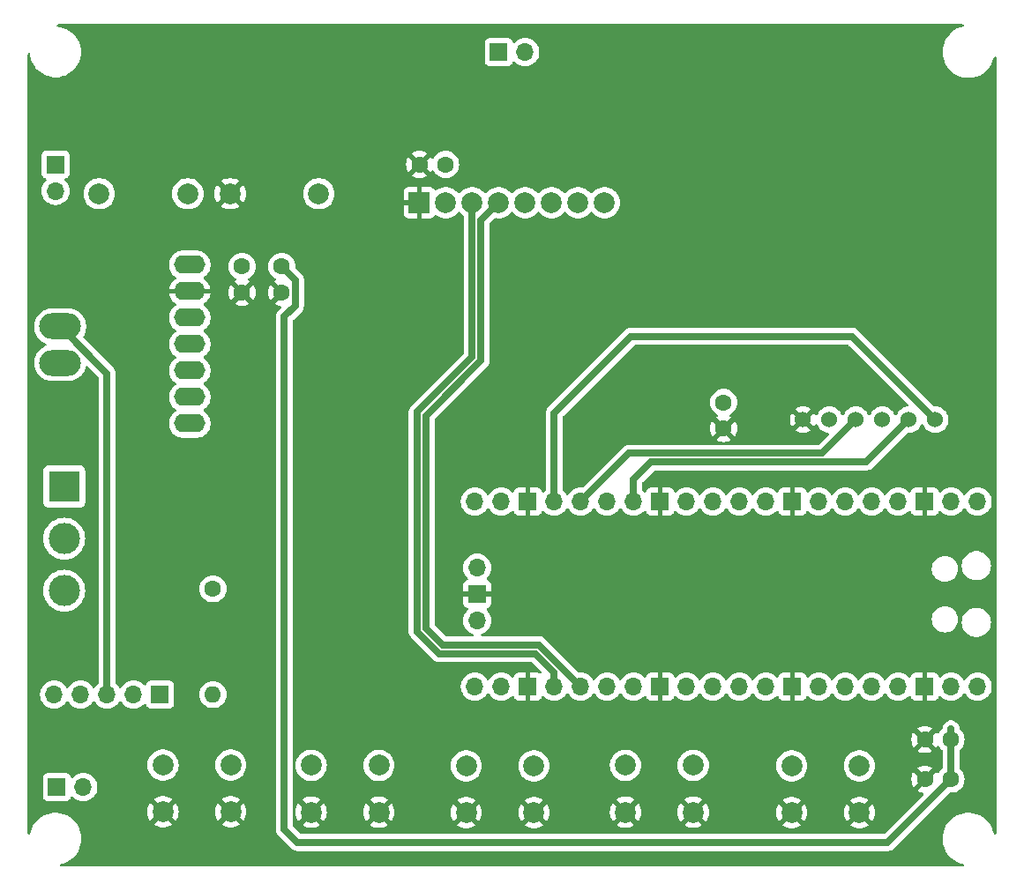
<source format=gbl>
G04 #@! TF.GenerationSoftware,KiCad,Pcbnew,8.0.5*
G04 #@! TF.CreationDate,2025-01-03T00:20:55+01:00*
G04 #@! TF.ProjectId,Tortu,546f7274-752e-46b6-9963-61645f706362,rev?*
G04 #@! TF.SameCoordinates,Original*
G04 #@! TF.FileFunction,Copper,L2,Bot*
G04 #@! TF.FilePolarity,Positive*
%FSLAX46Y46*%
G04 Gerber Fmt 4.6, Leading zero omitted, Abs format (unit mm)*
G04 Created by KiCad (PCBNEW 8.0.5) date 2025-01-03 00:20:55*
%MOMM*%
%LPD*%
G01*
G04 APERTURE LIST*
G04 #@! TA.AperFunction,ComponentPad*
%ADD10R,1.700000X1.700000*%
G04 #@! TD*
G04 #@! TA.AperFunction,ComponentPad*
%ADD11O,1.700000X1.700000*%
G04 #@! TD*
G04 #@! TA.AperFunction,ComponentPad*
%ADD12C,1.524000*%
G04 #@! TD*
G04 #@! TA.AperFunction,ComponentPad*
%ADD13R,3.000000X3.000000*%
G04 #@! TD*
G04 #@! TA.AperFunction,ComponentPad*
%ADD14C,3.000000*%
G04 #@! TD*
G04 #@! TA.AperFunction,ComponentPad*
%ADD15C,2.000000*%
G04 #@! TD*
G04 #@! TA.AperFunction,ComponentPad*
%ADD16C,1.600000*%
G04 #@! TD*
G04 #@! TA.AperFunction,ComponentPad*
%ADD17O,1.600000X1.600000*%
G04 #@! TD*
G04 #@! TA.AperFunction,ComponentPad*
%ADD18R,2.000000X2.000000*%
G04 #@! TD*
G04 #@! TA.AperFunction,ComponentPad*
%ADD19O,3.000000X1.750000*%
G04 #@! TD*
G04 #@! TA.AperFunction,ComponentPad*
%ADD20O,4.000000X2.500000*%
G04 #@! TD*
G04 #@! TA.AperFunction,Conductor*
%ADD21C,0.635000*%
G04 #@! TD*
G04 APERTURE END LIST*
D10*
X165100000Y-62230000D03*
D11*
X167640000Y-62230000D03*
D12*
X194310000Y-97536000D03*
X196850000Y-97536000D03*
X199390000Y-97536000D03*
X201930000Y-97536000D03*
X204470000Y-97536000D03*
X207010000Y-97536000D03*
D11*
X211074000Y-105410000D03*
X208534000Y-105410000D03*
D10*
X205994000Y-105410000D03*
D11*
X203454000Y-105410000D03*
X200914000Y-105410000D03*
X198374000Y-105410000D03*
X195834000Y-105410000D03*
D10*
X193294000Y-105410000D03*
D11*
X190754000Y-105410000D03*
X188214000Y-105410000D03*
X185674000Y-105410000D03*
X183134000Y-105410000D03*
D10*
X180594000Y-105410000D03*
D11*
X178054000Y-105410000D03*
X175514000Y-105410000D03*
X172974000Y-105410000D03*
X170434000Y-105410000D03*
D10*
X167894000Y-105410000D03*
D11*
X165354000Y-105410000D03*
X162814000Y-105410000D03*
X162814000Y-123190000D03*
X165354000Y-123190000D03*
D10*
X167894000Y-123190000D03*
D11*
X170434000Y-123190000D03*
X172974000Y-123190000D03*
X175514000Y-123190000D03*
X178054000Y-123190000D03*
D10*
X180594000Y-123190000D03*
D11*
X183134000Y-123190000D03*
X185674000Y-123190000D03*
X188214000Y-123190000D03*
X190754000Y-123190000D03*
D10*
X193294000Y-123190000D03*
D11*
X195834000Y-123190000D03*
X198374000Y-123190000D03*
X200914000Y-123190000D03*
X203454000Y-123190000D03*
D10*
X205994000Y-123190000D03*
D11*
X208534000Y-123190000D03*
X211074000Y-123190000D03*
X163044000Y-111760000D03*
D10*
X163044000Y-114300000D03*
D11*
X163044000Y-116840000D03*
D13*
X123398000Y-103966000D03*
D14*
X123398000Y-108966000D03*
X123398000Y-113966000D03*
D15*
X177269000Y-130755000D03*
X183769000Y-130755000D03*
X177269000Y-135255000D03*
X183769000Y-135255000D03*
D16*
X137668000Y-113792000D03*
D17*
X137668000Y-123952000D03*
D15*
X135255000Y-75836000D03*
X126746000Y-75836000D03*
X147828000Y-75836000D03*
X139319000Y-75836000D03*
X193219000Y-130791000D03*
X199719000Y-130791000D03*
X193219000Y-135291000D03*
X199719000Y-135291000D03*
D16*
X208514000Y-128270000D03*
X206014000Y-128270000D03*
X160000000Y-73025000D03*
X157500000Y-73025000D03*
D15*
X147095000Y-130755000D03*
X153595000Y-130755000D03*
X147095000Y-135255000D03*
X153595000Y-135255000D03*
D16*
X208514000Y-132080000D03*
X206014000Y-132080000D03*
D10*
X122555000Y-73025000D03*
D11*
X122555000Y-75565000D03*
D10*
X132588000Y-123952000D03*
D11*
X130048000Y-123952000D03*
X127508000Y-123952000D03*
X124968000Y-123952000D03*
X122428000Y-123952000D03*
D18*
X157477200Y-76685500D03*
D15*
X160017200Y-76685500D03*
X162557200Y-76685500D03*
X165097200Y-76685500D03*
X167637200Y-76685500D03*
X170177200Y-76685500D03*
X172717200Y-76685500D03*
X175257200Y-76685500D03*
D16*
X140462000Y-82824000D03*
X140462000Y-85324000D03*
D19*
X135439000Y-82670000D03*
X135439000Y-85210000D03*
X135439000Y-87750000D03*
X135439000Y-90290000D03*
X135439000Y-92830000D03*
X135439000Y-95370000D03*
X135439000Y-97910000D03*
D20*
X122985000Y-92090000D03*
X122985000Y-88590000D03*
D16*
X144272000Y-82824000D03*
X144272000Y-85324000D03*
D10*
X122682000Y-132842000D03*
D11*
X125222000Y-132842000D03*
D16*
X186690000Y-95885000D03*
X186690000Y-98385000D03*
D15*
X132871000Y-130719000D03*
X139371000Y-130719000D03*
X132871000Y-135219000D03*
X139371000Y-135219000D03*
X161977000Y-130791000D03*
X168477000Y-130791000D03*
X161977000Y-135291000D03*
X168477000Y-135291000D03*
D21*
X172974000Y-123190000D02*
X168964000Y-119180000D01*
X159730868Y-119180000D02*
X158115000Y-117564132D01*
X163395000Y-91875000D02*
X163395000Y-78387700D01*
X158115000Y-97155000D02*
X163395000Y-91875000D01*
X168964000Y-119180000D02*
X159730868Y-119180000D01*
X158115000Y-117564132D02*
X158115000Y-97155000D01*
X163395000Y-78387700D02*
X165097200Y-76685500D01*
X170434000Y-121830868D02*
X168618132Y-120015000D01*
X162560000Y-76688300D02*
X162557200Y-76685500D01*
X168618132Y-120015000D02*
X159385000Y-120015000D01*
X157280000Y-117910000D02*
X157280000Y-96809132D01*
X170434000Y-123190000D02*
X170434000Y-121830868D01*
X159385000Y-120015000D02*
X157280000Y-117910000D01*
X157280000Y-96809132D02*
X162560000Y-91529132D01*
X162560000Y-91529132D02*
X162560000Y-76688300D01*
X204470000Y-97536000D02*
X200406000Y-101600000D01*
X200406000Y-101600000D02*
X179705000Y-101600000D01*
X179705000Y-101600000D02*
X178054000Y-103251000D01*
X178054000Y-103251000D02*
X178054000Y-105410000D01*
X199390000Y-97536000D02*
X196161000Y-100765000D01*
X196161000Y-100765000D02*
X177619000Y-100765000D01*
X177619000Y-100765000D02*
X172974000Y-105410000D01*
X170434000Y-96901000D02*
X177800000Y-89535000D01*
X170434000Y-105410000D02*
X170434000Y-96901000D01*
X177800000Y-89535000D02*
X199009000Y-89535000D01*
X199009000Y-89535000D02*
X207010000Y-97536000D01*
X208514000Y-127254000D02*
X208514000Y-132080000D01*
X208514000Y-132080000D02*
X202418000Y-138176000D01*
X145589500Y-84141500D02*
X144272000Y-82824000D01*
X202418000Y-138176000D02*
X145796000Y-138176000D01*
X145589500Y-86566500D02*
X145589500Y-84141500D01*
X145796000Y-138176000D02*
X144526000Y-136906000D01*
X144526000Y-136906000D02*
X144526000Y-87630000D01*
X144526000Y-87630000D02*
X145589500Y-86566500D01*
X127508000Y-123952000D02*
X127508000Y-93113000D01*
X127508000Y-93113000D02*
X122985000Y-88590000D01*
G04 #@! TA.AperFunction,Conductor*
G36*
X198685850Y-90372685D02*
G01*
X198706492Y-90389319D01*
X204388496Y-96071323D01*
X204421981Y-96132646D01*
X204416997Y-96202338D01*
X204375125Y-96258271D01*
X204311624Y-96282532D01*
X204249936Y-96287929D01*
X204249929Y-96287930D01*
X204036554Y-96345104D01*
X204036548Y-96345107D01*
X203836340Y-96438465D01*
X203836338Y-96438466D01*
X203655379Y-96565174D01*
X203499175Y-96721377D01*
X203372466Y-96902338D01*
X203372465Y-96902340D01*
X203312382Y-97031189D01*
X203266209Y-97083628D01*
X203199016Y-97102780D01*
X203132135Y-97082564D01*
X203087618Y-97031189D01*
X203027651Y-96902590D01*
X203027534Y-96902339D01*
X202964180Y-96811859D01*
X202900827Y-96721381D01*
X202841843Y-96662397D01*
X202744620Y-96565174D01*
X202744616Y-96565171D01*
X202744615Y-96565170D01*
X202563666Y-96438468D01*
X202563662Y-96438466D01*
X202527630Y-96421664D01*
X202363450Y-96345106D01*
X202363447Y-96345105D01*
X202363445Y-96345104D01*
X202150070Y-96287930D01*
X202150062Y-96287929D01*
X201930002Y-96268677D01*
X201929998Y-96268677D01*
X201709937Y-96287929D01*
X201709929Y-96287930D01*
X201496554Y-96345104D01*
X201496548Y-96345107D01*
X201296340Y-96438465D01*
X201296338Y-96438466D01*
X201115379Y-96565174D01*
X200959175Y-96721377D01*
X200832466Y-96902338D01*
X200832465Y-96902340D01*
X200772382Y-97031189D01*
X200726209Y-97083628D01*
X200659016Y-97102780D01*
X200592135Y-97082564D01*
X200547618Y-97031189D01*
X200487651Y-96902590D01*
X200487534Y-96902339D01*
X200424180Y-96811859D01*
X200360827Y-96721381D01*
X200301843Y-96662397D01*
X200204620Y-96565174D01*
X200204616Y-96565171D01*
X200204615Y-96565170D01*
X200023666Y-96438468D01*
X200023662Y-96438466D01*
X199987630Y-96421664D01*
X199823450Y-96345106D01*
X199823447Y-96345105D01*
X199823445Y-96345104D01*
X199610070Y-96287930D01*
X199610062Y-96287929D01*
X199390002Y-96268677D01*
X199389998Y-96268677D01*
X199169937Y-96287929D01*
X199169929Y-96287930D01*
X198956554Y-96345104D01*
X198956548Y-96345107D01*
X198756340Y-96438465D01*
X198756338Y-96438466D01*
X198575379Y-96565174D01*
X198419175Y-96721377D01*
X198292466Y-96902338D01*
X198292465Y-96902340D01*
X198232382Y-97031189D01*
X198186209Y-97083628D01*
X198119016Y-97102780D01*
X198052135Y-97082564D01*
X198007618Y-97031189D01*
X197947651Y-96902590D01*
X197947534Y-96902339D01*
X197884180Y-96811859D01*
X197820827Y-96721381D01*
X197761843Y-96662397D01*
X197664620Y-96565174D01*
X197664616Y-96565171D01*
X197664615Y-96565170D01*
X197483666Y-96438468D01*
X197483662Y-96438466D01*
X197447630Y-96421664D01*
X197283450Y-96345106D01*
X197283447Y-96345105D01*
X197283445Y-96345104D01*
X197070070Y-96287930D01*
X197070062Y-96287929D01*
X196850002Y-96268677D01*
X196849998Y-96268677D01*
X196629937Y-96287929D01*
X196629929Y-96287930D01*
X196416554Y-96345104D01*
X196416548Y-96345107D01*
X196216340Y-96438465D01*
X196216338Y-96438466D01*
X196035379Y-96565174D01*
X195879175Y-96721377D01*
X195752467Y-96902337D01*
X195692105Y-97031782D01*
X195645932Y-97084221D01*
X195578738Y-97103372D01*
X195511857Y-97083156D01*
X195467341Y-97031780D01*
X195407098Y-96902589D01*
X195407097Y-96902587D01*
X195361741Y-96837811D01*
X195361740Y-96837810D01*
X194691000Y-97508551D01*
X194691000Y-97485840D01*
X194665036Y-97388939D01*
X194614876Y-97302060D01*
X194543940Y-97231124D01*
X194457061Y-97180964D01*
X194360160Y-97155000D01*
X194337448Y-97155000D01*
X195008188Y-96484259D01*
X195008187Y-96484258D01*
X194943411Y-96438901D01*
X194943405Y-96438898D01*
X194743284Y-96345580D01*
X194743270Y-96345575D01*
X194529986Y-96288426D01*
X194529976Y-96288424D01*
X194310001Y-96269179D01*
X194309999Y-96269179D01*
X194090023Y-96288424D01*
X194090013Y-96288426D01*
X193876729Y-96345575D01*
X193876720Y-96345579D01*
X193676590Y-96438901D01*
X193611811Y-96484258D01*
X194282553Y-97155000D01*
X194259840Y-97155000D01*
X194162939Y-97180964D01*
X194076060Y-97231124D01*
X194005124Y-97302060D01*
X193954964Y-97388939D01*
X193929000Y-97485840D01*
X193929000Y-97508553D01*
X193258258Y-96837811D01*
X193212901Y-96902590D01*
X193119579Y-97102720D01*
X193119575Y-97102729D01*
X193062426Y-97316013D01*
X193062424Y-97316023D01*
X193043179Y-97535999D01*
X193043179Y-97536000D01*
X193062424Y-97755976D01*
X193062426Y-97755986D01*
X193119575Y-97969270D01*
X193119580Y-97969284D01*
X193212898Y-98169405D01*
X193212901Y-98169411D01*
X193258258Y-98234187D01*
X193258259Y-98234188D01*
X193929000Y-97563447D01*
X193929000Y-97586160D01*
X193954964Y-97683061D01*
X194005124Y-97769940D01*
X194076060Y-97840876D01*
X194162939Y-97891036D01*
X194259840Y-97917000D01*
X194282553Y-97917000D01*
X193611810Y-98587740D01*
X193676590Y-98633099D01*
X193676592Y-98633100D01*
X193876715Y-98726419D01*
X193876729Y-98726424D01*
X194090013Y-98783573D01*
X194090023Y-98783575D01*
X194309999Y-98802821D01*
X194310001Y-98802821D01*
X194529976Y-98783575D01*
X194529986Y-98783573D01*
X194743270Y-98726424D01*
X194743284Y-98726419D01*
X194943407Y-98633100D01*
X194943417Y-98633094D01*
X195008188Y-98587741D01*
X194337448Y-97917000D01*
X194360160Y-97917000D01*
X194457061Y-97891036D01*
X194543940Y-97840876D01*
X194614876Y-97769940D01*
X194665036Y-97683061D01*
X194691000Y-97586160D01*
X194691000Y-97563447D01*
X195361741Y-98234188D01*
X195407094Y-98169417D01*
X195407095Y-98169416D01*
X195467340Y-98040219D01*
X195513512Y-97987780D01*
X195580706Y-97968627D01*
X195647587Y-97988842D01*
X195692105Y-98040218D01*
X195752466Y-98169662D01*
X195752468Y-98169666D01*
X195879170Y-98350615D01*
X195879175Y-98350621D01*
X196035378Y-98506824D01*
X196035384Y-98506829D01*
X196216333Y-98633531D01*
X196216335Y-98633532D01*
X196216338Y-98633534D01*
X196416550Y-98726894D01*
X196629932Y-98784070D01*
X196691622Y-98789467D01*
X196756691Y-98814919D01*
X196797670Y-98871510D01*
X196801548Y-98941272D01*
X196768496Y-99000676D01*
X195858492Y-99910681D01*
X195797169Y-99944166D01*
X195770811Y-99947000D01*
X177538429Y-99947000D01*
X177380405Y-99978433D01*
X177380393Y-99978436D01*
X177231538Y-100040093D01*
X177231525Y-100040100D01*
X177097555Y-100129617D01*
X177097551Y-100129620D01*
X173197721Y-104029450D01*
X173136398Y-104062935D01*
X173099233Y-104065297D01*
X172974002Y-104054341D01*
X172973999Y-104054341D01*
X172738596Y-104074936D01*
X172738586Y-104074938D01*
X172510344Y-104136094D01*
X172510335Y-104136098D01*
X172296171Y-104235964D01*
X172296169Y-104235965D01*
X172102597Y-104371505D01*
X171935505Y-104538597D01*
X171805575Y-104724158D01*
X171750998Y-104767783D01*
X171681500Y-104774977D01*
X171619145Y-104743454D01*
X171602425Y-104724158D01*
X171472494Y-104538597D01*
X171305404Y-104371508D01*
X171305401Y-104371505D01*
X171304863Y-104371128D01*
X171304683Y-104370903D01*
X171301251Y-104368023D01*
X171301830Y-104367332D01*
X171261245Y-104316545D01*
X171252000Y-104269562D01*
X171252000Y-97291189D01*
X171271685Y-97224150D01*
X171288319Y-97203508D01*
X172606829Y-95884998D01*
X185384532Y-95884998D01*
X185384532Y-95885001D01*
X185404364Y-96111686D01*
X185404366Y-96111697D01*
X185463258Y-96331488D01*
X185463261Y-96331497D01*
X185559431Y-96537732D01*
X185559432Y-96537734D01*
X185689954Y-96724141D01*
X185850858Y-96885045D01*
X185850861Y-96885047D01*
X186037266Y-97015568D01*
X186052975Y-97022893D01*
X186105414Y-97069064D01*
X186124567Y-97136257D01*
X186104352Y-97203138D01*
X186052979Y-97247656D01*
X186037514Y-97254867D01*
X186037512Y-97254868D01*
X185964526Y-97305973D01*
X185964526Y-97305974D01*
X186643553Y-97985000D01*
X186637339Y-97985000D01*
X186535606Y-98012259D01*
X186444394Y-98064920D01*
X186369920Y-98139394D01*
X186317259Y-98230606D01*
X186290000Y-98332339D01*
X186290000Y-98338552D01*
X185610974Y-97659526D01*
X185610973Y-97659526D01*
X185559868Y-97732512D01*
X185559866Y-97732516D01*
X185463734Y-97938673D01*
X185463730Y-97938682D01*
X185404860Y-98158389D01*
X185404858Y-98158400D01*
X185385034Y-98384997D01*
X185385034Y-98385002D01*
X185404858Y-98611599D01*
X185404860Y-98611610D01*
X185463730Y-98831317D01*
X185463735Y-98831331D01*
X185559863Y-99037478D01*
X185610974Y-99110472D01*
X186290000Y-98431446D01*
X186290000Y-98437661D01*
X186317259Y-98539394D01*
X186369920Y-98630606D01*
X186444394Y-98705080D01*
X186535606Y-98757741D01*
X186637339Y-98785000D01*
X186643553Y-98785000D01*
X185964526Y-99464025D01*
X186037513Y-99515132D01*
X186037521Y-99515136D01*
X186243668Y-99611264D01*
X186243682Y-99611269D01*
X186463389Y-99670139D01*
X186463400Y-99670141D01*
X186689998Y-99689966D01*
X186690002Y-99689966D01*
X186916599Y-99670141D01*
X186916610Y-99670139D01*
X187136317Y-99611269D01*
X187136331Y-99611264D01*
X187342478Y-99515136D01*
X187415471Y-99464024D01*
X186736447Y-98785000D01*
X186742661Y-98785000D01*
X186844394Y-98757741D01*
X186935606Y-98705080D01*
X187010080Y-98630606D01*
X187062741Y-98539394D01*
X187090000Y-98437661D01*
X187090000Y-98431447D01*
X187769024Y-99110471D01*
X187820136Y-99037478D01*
X187916264Y-98831331D01*
X187916269Y-98831317D01*
X187975139Y-98611610D01*
X187975141Y-98611599D01*
X187994966Y-98385002D01*
X187994966Y-98384997D01*
X187975141Y-98158400D01*
X187975139Y-98158389D01*
X187916269Y-97938682D01*
X187916264Y-97938668D01*
X187820136Y-97732521D01*
X187820132Y-97732513D01*
X187769025Y-97659526D01*
X187090000Y-98338551D01*
X187090000Y-98332339D01*
X187062741Y-98230606D01*
X187010080Y-98139394D01*
X186935606Y-98064920D01*
X186844394Y-98012259D01*
X186742661Y-97985000D01*
X186736448Y-97985000D01*
X187415472Y-97305974D01*
X187342480Y-97254864D01*
X187327024Y-97247657D01*
X187274585Y-97201484D01*
X187255433Y-97134290D01*
X187275649Y-97067409D01*
X187327023Y-97022893D01*
X187342734Y-97015568D01*
X187529139Y-96885047D01*
X187690047Y-96724139D01*
X187820568Y-96537734D01*
X187916739Y-96331496D01*
X187975635Y-96111692D01*
X187995468Y-95885000D01*
X187975635Y-95658308D01*
X187916739Y-95438504D01*
X187820568Y-95232266D01*
X187691477Y-95047903D01*
X187690045Y-95045858D01*
X187529141Y-94884954D01*
X187342734Y-94754432D01*
X187342732Y-94754431D01*
X187136497Y-94658261D01*
X187136488Y-94658258D01*
X186916697Y-94599366D01*
X186916693Y-94599365D01*
X186916692Y-94599365D01*
X186916691Y-94599364D01*
X186916686Y-94599364D01*
X186690002Y-94579532D01*
X186689998Y-94579532D01*
X186463313Y-94599364D01*
X186463302Y-94599366D01*
X186243511Y-94658258D01*
X186243502Y-94658261D01*
X186037267Y-94754431D01*
X186037265Y-94754432D01*
X185850858Y-94884954D01*
X185689954Y-95045858D01*
X185559432Y-95232265D01*
X185559431Y-95232267D01*
X185463261Y-95438502D01*
X185463258Y-95438511D01*
X185404366Y-95658302D01*
X185404364Y-95658313D01*
X185384532Y-95884998D01*
X172606829Y-95884998D01*
X178102508Y-90389319D01*
X178163831Y-90355834D01*
X178190189Y-90353000D01*
X198618811Y-90353000D01*
X198685850Y-90372685D01*
G37*
G04 #@! TD.AperFunction*
G04 #@! TA.AperFunction,Conductor*
G36*
X209697408Y-59575185D02*
G01*
X209743163Y-59627989D01*
X209753107Y-59697147D01*
X209724082Y-59760703D01*
X209665304Y-59798477D01*
X209661206Y-59799604D01*
X209415789Y-59862615D01*
X209415786Y-59862616D01*
X209125152Y-59977686D01*
X209125144Y-59977690D01*
X208851218Y-60128282D01*
X208851208Y-60128288D01*
X208598316Y-60312025D01*
X208598313Y-60312028D01*
X208394004Y-60503887D01*
X208370440Y-60526015D01*
X208304021Y-60606302D01*
X208171179Y-60766880D01*
X208003685Y-61030809D01*
X208003682Y-61030815D01*
X207870588Y-61313652D01*
X207870586Y-61313657D01*
X207773989Y-61610952D01*
X207715412Y-61918022D01*
X207715411Y-61918029D01*
X207695785Y-62229994D01*
X207695785Y-62230005D01*
X207715411Y-62541970D01*
X207715412Y-62541977D01*
X207773989Y-62849047D01*
X207870586Y-63146342D01*
X207870588Y-63146347D01*
X208003682Y-63429184D01*
X208003685Y-63429190D01*
X208171179Y-63693119D01*
X208171182Y-63693123D01*
X208171183Y-63693124D01*
X208370440Y-63933985D01*
X208598315Y-64147973D01*
X208851212Y-64331714D01*
X209043682Y-64437525D01*
X209125144Y-64482309D01*
X209125152Y-64482313D01*
X209415786Y-64597383D01*
X209415789Y-64597384D01*
X209678771Y-64664906D01*
X209718568Y-64675124D01*
X209783630Y-64683343D01*
X210028689Y-64714302D01*
X210028698Y-64714302D01*
X210028701Y-64714303D01*
X210028703Y-64714303D01*
X210341297Y-64714303D01*
X210341299Y-64714303D01*
X210341302Y-64714302D01*
X210341310Y-64714302D01*
X210526366Y-64690923D01*
X210651432Y-64675124D01*
X210954210Y-64597384D01*
X210954213Y-64597383D01*
X211244847Y-64482313D01*
X211244851Y-64482310D01*
X211244856Y-64482309D01*
X211518788Y-64331714D01*
X211771685Y-64147973D01*
X211999560Y-63933985D01*
X212198817Y-63693124D01*
X212366316Y-63429188D01*
X212499414Y-63146341D01*
X212596012Y-62849043D01*
X212613697Y-62756333D01*
X212645594Y-62694172D01*
X212706036Y-62659122D01*
X212775833Y-62662314D01*
X212832824Y-62702734D01*
X212858916Y-62767549D01*
X212859500Y-62779571D01*
X212859500Y-137245428D01*
X212839815Y-137312467D01*
X212787011Y-137358222D01*
X212717853Y-137368166D01*
X212654297Y-137339141D01*
X212616523Y-137280363D01*
X212613698Y-137268673D01*
X212596012Y-137175957D01*
X212499414Y-136878659D01*
X212366316Y-136595812D01*
X212291937Y-136478609D01*
X212198820Y-136331880D01*
X212186314Y-136316763D01*
X211999560Y-136091015D01*
X211771685Y-135877027D01*
X211771683Y-135877025D01*
X211518791Y-135693288D01*
X211518781Y-135693282D01*
X211244855Y-135542690D01*
X211244847Y-135542686D01*
X210954213Y-135427616D01*
X210954210Y-135427615D01*
X210651435Y-135349876D01*
X210651422Y-135349874D01*
X210341310Y-135310697D01*
X210341299Y-135310697D01*
X210028701Y-135310697D01*
X210028689Y-135310697D01*
X209718577Y-135349874D01*
X209718564Y-135349876D01*
X209415789Y-135427615D01*
X209415786Y-135427616D01*
X209125152Y-135542686D01*
X209125144Y-135542690D01*
X208851218Y-135693282D01*
X208851208Y-135693288D01*
X208598316Y-135877025D01*
X208598313Y-135877028D01*
X208370442Y-136091013D01*
X208171179Y-136331880D01*
X208003685Y-136595809D01*
X208003682Y-136595815D01*
X207870588Y-136878652D01*
X207870586Y-136878657D01*
X207773989Y-137175952D01*
X207715412Y-137483022D01*
X207715411Y-137483029D01*
X207695785Y-137794994D01*
X207695785Y-137795005D01*
X207715411Y-138106970D01*
X207715412Y-138106977D01*
X207715413Y-138106981D01*
X207764462Y-138364108D01*
X207773989Y-138414047D01*
X207870586Y-138711342D01*
X207870588Y-138711347D01*
X208003682Y-138994184D01*
X208003685Y-138994190D01*
X208171179Y-139258119D01*
X208171182Y-139258123D01*
X208171183Y-139258124D01*
X208370440Y-139498985D01*
X208598315Y-139712973D01*
X208851212Y-139896714D01*
X209116733Y-140042685D01*
X209125144Y-140047309D01*
X209125152Y-140047313D01*
X209415786Y-140162383D01*
X209415789Y-140162384D01*
X209661206Y-140225396D01*
X209721244Y-140261134D01*
X209752430Y-140323658D01*
X209744862Y-140393116D01*
X209700944Y-140447457D01*
X209634618Y-140469427D01*
X209630369Y-140469500D01*
X123109631Y-140469500D01*
X123042592Y-140449815D01*
X122996837Y-140397011D01*
X122986893Y-140327853D01*
X123015918Y-140264297D01*
X123074696Y-140226523D01*
X123078794Y-140225396D01*
X123324210Y-140162384D01*
X123324213Y-140162383D01*
X123614847Y-140047313D01*
X123614851Y-140047310D01*
X123614856Y-140047309D01*
X123888788Y-139896714D01*
X124141685Y-139712973D01*
X124369560Y-139498985D01*
X124568817Y-139258124D01*
X124736316Y-138994188D01*
X124869414Y-138711341D01*
X124966012Y-138414043D01*
X125024587Y-138106981D01*
X125044215Y-137795000D01*
X125024587Y-137483019D01*
X124966012Y-137175957D01*
X124869414Y-136878659D01*
X124736316Y-136595812D01*
X124661937Y-136478609D01*
X124568820Y-136331880D01*
X124556314Y-136316763D01*
X124369560Y-136091015D01*
X124141685Y-135877027D01*
X124141683Y-135877025D01*
X123888791Y-135693288D01*
X123888781Y-135693282D01*
X123614855Y-135542690D01*
X123614847Y-135542686D01*
X123324213Y-135427616D01*
X123324210Y-135427615D01*
X123021435Y-135349876D01*
X123021422Y-135349874D01*
X122711310Y-135310697D01*
X122711299Y-135310697D01*
X122398701Y-135310697D01*
X122398689Y-135310697D01*
X122088577Y-135349874D01*
X122088564Y-135349876D01*
X121785789Y-135427615D01*
X121785786Y-135427616D01*
X121495152Y-135542686D01*
X121495144Y-135542690D01*
X121221218Y-135693282D01*
X121221208Y-135693288D01*
X120968316Y-135877025D01*
X120968313Y-135877028D01*
X120740442Y-136091013D01*
X120541179Y-136331880D01*
X120373685Y-136595809D01*
X120373682Y-136595815D01*
X120240588Y-136878652D01*
X120240586Y-136878657D01*
X120143989Y-137175952D01*
X120143988Y-137175956D01*
X120143988Y-137175957D01*
X120126303Y-137268664D01*
X120094406Y-137330827D01*
X120033963Y-137365877D01*
X119964167Y-137362685D01*
X119907175Y-137322265D01*
X119881084Y-137257450D01*
X119880500Y-137245428D01*
X119880500Y-135218994D01*
X131365859Y-135218994D01*
X131365859Y-135219005D01*
X131386385Y-135466729D01*
X131386387Y-135466738D01*
X131447412Y-135707717D01*
X131547266Y-135935364D01*
X131647564Y-136088882D01*
X132347212Y-135389234D01*
X132358482Y-135431292D01*
X132430890Y-135556708D01*
X132533292Y-135659110D01*
X132658708Y-135731518D01*
X132700765Y-135742787D01*
X132000942Y-136442609D01*
X132047768Y-136479055D01*
X132047770Y-136479056D01*
X132266385Y-136597364D01*
X132266396Y-136597369D01*
X132501506Y-136678083D01*
X132746707Y-136719000D01*
X132995293Y-136719000D01*
X133240493Y-136678083D01*
X133475603Y-136597369D01*
X133475614Y-136597364D01*
X133694228Y-136479057D01*
X133694231Y-136479055D01*
X133741056Y-136442609D01*
X133041234Y-135742787D01*
X133083292Y-135731518D01*
X133208708Y-135659110D01*
X133311110Y-135556708D01*
X133383518Y-135431292D01*
X133394787Y-135389235D01*
X134094434Y-136088882D01*
X134194731Y-135935369D01*
X134294587Y-135707717D01*
X134355612Y-135466738D01*
X134355614Y-135466729D01*
X134376141Y-135219005D01*
X134376141Y-135218994D01*
X137865859Y-135218994D01*
X137865859Y-135219005D01*
X137886385Y-135466729D01*
X137886387Y-135466738D01*
X137947412Y-135707717D01*
X138047266Y-135935364D01*
X138147564Y-136088882D01*
X138847212Y-135389234D01*
X138858482Y-135431292D01*
X138930890Y-135556708D01*
X139033292Y-135659110D01*
X139158708Y-135731518D01*
X139200765Y-135742787D01*
X138500942Y-136442609D01*
X138547768Y-136479055D01*
X138547770Y-136479056D01*
X138766385Y-136597364D01*
X138766396Y-136597369D01*
X139001506Y-136678083D01*
X139246707Y-136719000D01*
X139495293Y-136719000D01*
X139740493Y-136678083D01*
X139975603Y-136597369D01*
X139975614Y-136597364D01*
X140194228Y-136479057D01*
X140194231Y-136479055D01*
X140241056Y-136442609D01*
X139541234Y-135742787D01*
X139583292Y-135731518D01*
X139708708Y-135659110D01*
X139811110Y-135556708D01*
X139883518Y-135431292D01*
X139894787Y-135389235D01*
X140594434Y-136088882D01*
X140694731Y-135935369D01*
X140794587Y-135707717D01*
X140855612Y-135466738D01*
X140855614Y-135466729D01*
X140876141Y-135219005D01*
X140876141Y-135218994D01*
X140855614Y-134971270D01*
X140855612Y-134971261D01*
X140794587Y-134730282D01*
X140694731Y-134502630D01*
X140594434Y-134349116D01*
X139894787Y-135048764D01*
X139883518Y-135006708D01*
X139811110Y-134881292D01*
X139708708Y-134778890D01*
X139583292Y-134706482D01*
X139541235Y-134695212D01*
X140241057Y-133995390D01*
X140241056Y-133995389D01*
X140194229Y-133958943D01*
X139975614Y-133840635D01*
X139975603Y-133840630D01*
X139740493Y-133759916D01*
X139495293Y-133719000D01*
X139246707Y-133719000D01*
X139001506Y-133759916D01*
X138766396Y-133840630D01*
X138766390Y-133840632D01*
X138547761Y-133958949D01*
X138500942Y-133995388D01*
X138500942Y-133995390D01*
X139200765Y-134695212D01*
X139158708Y-134706482D01*
X139033292Y-134778890D01*
X138930890Y-134881292D01*
X138858482Y-135006708D01*
X138847212Y-135048764D01*
X138147564Y-134349116D01*
X138047267Y-134502632D01*
X137947412Y-134730282D01*
X137886387Y-134971261D01*
X137886385Y-134971270D01*
X137865859Y-135218994D01*
X134376141Y-135218994D01*
X134355614Y-134971270D01*
X134355612Y-134971261D01*
X134294587Y-134730282D01*
X134194731Y-134502630D01*
X134094434Y-134349116D01*
X133394787Y-135048764D01*
X133383518Y-135006708D01*
X133311110Y-134881292D01*
X133208708Y-134778890D01*
X133083292Y-134706482D01*
X133041235Y-134695212D01*
X133741057Y-133995390D01*
X133741056Y-133995389D01*
X133694229Y-133958943D01*
X133475614Y-133840635D01*
X133475603Y-133840630D01*
X133240493Y-133759916D01*
X132995293Y-133719000D01*
X132746707Y-133719000D01*
X132501506Y-133759916D01*
X132266396Y-133840630D01*
X132266390Y-133840632D01*
X132047761Y-133958949D01*
X132000942Y-133995388D01*
X132000942Y-133995390D01*
X132700765Y-134695212D01*
X132658708Y-134706482D01*
X132533292Y-134778890D01*
X132430890Y-134881292D01*
X132358482Y-135006708D01*
X132347212Y-135048764D01*
X131647564Y-134349116D01*
X131547267Y-134502632D01*
X131447412Y-134730282D01*
X131386387Y-134971261D01*
X131386385Y-134971270D01*
X131365859Y-135218994D01*
X119880500Y-135218994D01*
X119880500Y-131944135D01*
X121331500Y-131944135D01*
X121331500Y-133739870D01*
X121331501Y-133739876D01*
X121337908Y-133799483D01*
X121388202Y-133934328D01*
X121388206Y-133934335D01*
X121474452Y-134049544D01*
X121474455Y-134049547D01*
X121589664Y-134135793D01*
X121589671Y-134135797D01*
X121724517Y-134186091D01*
X121724516Y-134186091D01*
X121731444Y-134186835D01*
X121784127Y-134192500D01*
X123579872Y-134192499D01*
X123639483Y-134186091D01*
X123774331Y-134135796D01*
X123889546Y-134049546D01*
X123975796Y-133934331D01*
X124024810Y-133802916D01*
X124066681Y-133746984D01*
X124132145Y-133722566D01*
X124200418Y-133737417D01*
X124228673Y-133758569D01*
X124350599Y-133880495D01*
X124447384Y-133948265D01*
X124544165Y-134016032D01*
X124544167Y-134016033D01*
X124544170Y-134016035D01*
X124758337Y-134115903D01*
X124986592Y-134177063D01*
X125163034Y-134192500D01*
X125221999Y-134197659D01*
X125222000Y-134197659D01*
X125222001Y-134197659D01*
X125280966Y-134192500D01*
X125457408Y-134177063D01*
X125685663Y-134115903D01*
X125899830Y-134016035D01*
X126093401Y-133880495D01*
X126260495Y-133713401D01*
X126396035Y-133519830D01*
X126495903Y-133305663D01*
X126557063Y-133077408D01*
X126577659Y-132842000D01*
X126557063Y-132606592D01*
X126495903Y-132378337D01*
X126396035Y-132164171D01*
X126349582Y-132097828D01*
X126260494Y-131970597D01*
X126093402Y-131803506D01*
X126093395Y-131803501D01*
X125899834Y-131667967D01*
X125899830Y-131667965D01*
X125847976Y-131643785D01*
X125685663Y-131568097D01*
X125685659Y-131568096D01*
X125685655Y-131568094D01*
X125457413Y-131506938D01*
X125457403Y-131506936D01*
X125222001Y-131486341D01*
X125221999Y-131486341D01*
X124986596Y-131506936D01*
X124986586Y-131506938D01*
X124758344Y-131568094D01*
X124758335Y-131568098D01*
X124544171Y-131667964D01*
X124544169Y-131667965D01*
X124350600Y-131803503D01*
X124228673Y-131925430D01*
X124167350Y-131958914D01*
X124097658Y-131953930D01*
X124041725Y-131912058D01*
X124024810Y-131881081D01*
X123975797Y-131749671D01*
X123975793Y-131749664D01*
X123889547Y-131634455D01*
X123889544Y-131634452D01*
X123774335Y-131548206D01*
X123774328Y-131548202D01*
X123639482Y-131497908D01*
X123639483Y-131497908D01*
X123579883Y-131491501D01*
X123579881Y-131491500D01*
X123579873Y-131491500D01*
X123579864Y-131491500D01*
X121784129Y-131491500D01*
X121784123Y-131491501D01*
X121724516Y-131497908D01*
X121589671Y-131548202D01*
X121589664Y-131548206D01*
X121474455Y-131634452D01*
X121474452Y-131634455D01*
X121388206Y-131749664D01*
X121388202Y-131749671D01*
X121337908Y-131884517D01*
X121331501Y-131944116D01*
X121331500Y-131944135D01*
X119880500Y-131944135D01*
X119880500Y-130718994D01*
X131365357Y-130718994D01*
X131365357Y-130719005D01*
X131385890Y-130966812D01*
X131385892Y-130966824D01*
X131446936Y-131207881D01*
X131546826Y-131435606D01*
X131682833Y-131643782D01*
X131682836Y-131643785D01*
X131851256Y-131826738D01*
X132047491Y-131979474D01*
X132047493Y-131979475D01*
X132233248Y-132080001D01*
X132266190Y-132097828D01*
X132501386Y-132178571D01*
X132746665Y-132219500D01*
X132995335Y-132219500D01*
X133240614Y-132178571D01*
X133475810Y-132097828D01*
X133694509Y-131979474D01*
X133890744Y-131826738D01*
X134059164Y-131643785D01*
X134195173Y-131435607D01*
X134295063Y-131207881D01*
X134356108Y-130966821D01*
X134370357Y-130794860D01*
X134376643Y-130719005D01*
X134376643Y-130718994D01*
X137865357Y-130718994D01*
X137865357Y-130719005D01*
X137885890Y-130966812D01*
X137885892Y-130966824D01*
X137946936Y-131207881D01*
X138046826Y-131435606D01*
X138182833Y-131643782D01*
X138182836Y-131643785D01*
X138351256Y-131826738D01*
X138547491Y-131979474D01*
X138547493Y-131979475D01*
X138733248Y-132080001D01*
X138766190Y-132097828D01*
X139001386Y-132178571D01*
X139246665Y-132219500D01*
X139495335Y-132219500D01*
X139740614Y-132178571D01*
X139975810Y-132097828D01*
X140194509Y-131979474D01*
X140390744Y-131826738D01*
X140559164Y-131643785D01*
X140695173Y-131435607D01*
X140795063Y-131207881D01*
X140856108Y-130966821D01*
X140870357Y-130794860D01*
X140876643Y-130719005D01*
X140876643Y-130718994D01*
X140856109Y-130471187D01*
X140856107Y-130471175D01*
X140795063Y-130230118D01*
X140695173Y-130002393D01*
X140559166Y-129794217D01*
X140537557Y-129770744D01*
X140390744Y-129611262D01*
X140194509Y-129458526D01*
X140194507Y-129458525D01*
X140194506Y-129458524D01*
X139975811Y-129340172D01*
X139975802Y-129340169D01*
X139740616Y-129259429D01*
X139495335Y-129218500D01*
X139246665Y-129218500D01*
X139001383Y-129259429D01*
X138766197Y-129340169D01*
X138766188Y-129340172D01*
X138547493Y-129458524D01*
X138351257Y-129611261D01*
X138182833Y-129794217D01*
X138046826Y-130002393D01*
X137946936Y-130230118D01*
X137885892Y-130471175D01*
X137885890Y-130471187D01*
X137865357Y-130718994D01*
X134376643Y-130718994D01*
X134356109Y-130471187D01*
X134356107Y-130471175D01*
X134295063Y-130230118D01*
X134195173Y-130002393D01*
X134059166Y-129794217D01*
X134037557Y-129770744D01*
X133890744Y-129611262D01*
X133694509Y-129458526D01*
X133694507Y-129458525D01*
X133694506Y-129458524D01*
X133475811Y-129340172D01*
X133475802Y-129340169D01*
X133240616Y-129259429D01*
X132995335Y-129218500D01*
X132746665Y-129218500D01*
X132501383Y-129259429D01*
X132266197Y-129340169D01*
X132266188Y-129340172D01*
X132047493Y-129458524D01*
X131851257Y-129611261D01*
X131682833Y-129794217D01*
X131546826Y-130002393D01*
X131446936Y-130230118D01*
X131385892Y-130471175D01*
X131385890Y-130471187D01*
X131365357Y-130718994D01*
X119880500Y-130718994D01*
X119880500Y-113965998D01*
X121392390Y-113965998D01*
X121392390Y-113966001D01*
X121412804Y-114251433D01*
X121473628Y-114531037D01*
X121473630Y-114531043D01*
X121473631Y-114531046D01*
X121504253Y-114613147D01*
X121573635Y-114799166D01*
X121710770Y-115050309D01*
X121710775Y-115050317D01*
X121882254Y-115279387D01*
X121882270Y-115279405D01*
X122084594Y-115481729D01*
X122084612Y-115481745D01*
X122313682Y-115653224D01*
X122313690Y-115653229D01*
X122564833Y-115790364D01*
X122564832Y-115790364D01*
X122564836Y-115790365D01*
X122564839Y-115790367D01*
X122832954Y-115890369D01*
X122832960Y-115890370D01*
X122832962Y-115890371D01*
X123112566Y-115951195D01*
X123112568Y-115951195D01*
X123112572Y-115951196D01*
X123366220Y-115969337D01*
X123397999Y-115971610D01*
X123398000Y-115971610D01*
X123398001Y-115971610D01*
X123426595Y-115969564D01*
X123683428Y-115951196D01*
X123963046Y-115890369D01*
X124231161Y-115790367D01*
X124482315Y-115653226D01*
X124711395Y-115481739D01*
X124913739Y-115279395D01*
X125085226Y-115050315D01*
X125222367Y-114799161D01*
X125322369Y-114531046D01*
X125383196Y-114251428D01*
X125403610Y-113966000D01*
X125383196Y-113680572D01*
X125322630Y-113402155D01*
X125322371Y-113400962D01*
X125322370Y-113400960D01*
X125322369Y-113400954D01*
X125222367Y-113132839D01*
X125210554Y-113111206D01*
X125085229Y-112881690D01*
X125085224Y-112881682D01*
X124913745Y-112652612D01*
X124913729Y-112652594D01*
X124711405Y-112450270D01*
X124711387Y-112450254D01*
X124482317Y-112278775D01*
X124482309Y-112278770D01*
X124231166Y-112141635D01*
X124231167Y-112141635D01*
X124100715Y-112092979D01*
X123963046Y-112041631D01*
X123963043Y-112041630D01*
X123963037Y-112041628D01*
X123683433Y-111980804D01*
X123398001Y-111960390D01*
X123397999Y-111960390D01*
X123112566Y-111980804D01*
X122832962Y-112041628D01*
X122564833Y-112141635D01*
X122313690Y-112278770D01*
X122313682Y-112278775D01*
X122084612Y-112450254D01*
X122084594Y-112450270D01*
X121882270Y-112652594D01*
X121882254Y-112652612D01*
X121710775Y-112881682D01*
X121710770Y-112881690D01*
X121573635Y-113132833D01*
X121473628Y-113400962D01*
X121412804Y-113680566D01*
X121392390Y-113965998D01*
X119880500Y-113965998D01*
X119880500Y-108965998D01*
X121392390Y-108965998D01*
X121392390Y-108966001D01*
X121412804Y-109251433D01*
X121473628Y-109531037D01*
X121573635Y-109799166D01*
X121710770Y-110050309D01*
X121710775Y-110050317D01*
X121882254Y-110279387D01*
X121882270Y-110279405D01*
X122084594Y-110481729D01*
X122084612Y-110481745D01*
X122313682Y-110653224D01*
X122313690Y-110653229D01*
X122564833Y-110790364D01*
X122564832Y-110790364D01*
X122564836Y-110790365D01*
X122564839Y-110790367D01*
X122832954Y-110890369D01*
X122832960Y-110890370D01*
X122832962Y-110890371D01*
X123112566Y-110951195D01*
X123112568Y-110951195D01*
X123112572Y-110951196D01*
X123366220Y-110969337D01*
X123397999Y-110971610D01*
X123398000Y-110971610D01*
X123398001Y-110971610D01*
X123426595Y-110969564D01*
X123683428Y-110951196D01*
X123963046Y-110890369D01*
X124231161Y-110790367D01*
X124482315Y-110653226D01*
X124711395Y-110481739D01*
X124913739Y-110279395D01*
X125085226Y-110050315D01*
X125222367Y-109799161D01*
X125322369Y-109531046D01*
X125383196Y-109251428D01*
X125403610Y-108966000D01*
X125383196Y-108680572D01*
X125322369Y-108400954D01*
X125222367Y-108132839D01*
X125085226Y-107881685D01*
X125085224Y-107881682D01*
X124913745Y-107652612D01*
X124913729Y-107652594D01*
X124711405Y-107450270D01*
X124711387Y-107450254D01*
X124482317Y-107278775D01*
X124482309Y-107278770D01*
X124231166Y-107141635D01*
X124231167Y-107141635D01*
X124123915Y-107101632D01*
X123963046Y-107041631D01*
X123963043Y-107041630D01*
X123963037Y-107041628D01*
X123683433Y-106980804D01*
X123398001Y-106960390D01*
X123397999Y-106960390D01*
X123112566Y-106980804D01*
X122832962Y-107041628D01*
X122564833Y-107141635D01*
X122313690Y-107278770D01*
X122313682Y-107278775D01*
X122084612Y-107450254D01*
X122084594Y-107450270D01*
X121882270Y-107652594D01*
X121882254Y-107652612D01*
X121710775Y-107881682D01*
X121710770Y-107881690D01*
X121573635Y-108132833D01*
X121473628Y-108400962D01*
X121412804Y-108680566D01*
X121392390Y-108965998D01*
X119880500Y-108965998D01*
X119880500Y-102418135D01*
X121397500Y-102418135D01*
X121397500Y-105513870D01*
X121397501Y-105513876D01*
X121403908Y-105573483D01*
X121454202Y-105708328D01*
X121454206Y-105708335D01*
X121540452Y-105823544D01*
X121540455Y-105823547D01*
X121655664Y-105909793D01*
X121655671Y-105909797D01*
X121790517Y-105960091D01*
X121790516Y-105960091D01*
X121797444Y-105960835D01*
X121850127Y-105966500D01*
X124945872Y-105966499D01*
X125005483Y-105960091D01*
X125140331Y-105909796D01*
X125255546Y-105823546D01*
X125341796Y-105708331D01*
X125392091Y-105573483D01*
X125398500Y-105513873D01*
X125398499Y-102418128D01*
X125392091Y-102358517D01*
X125379554Y-102324904D01*
X125341797Y-102223671D01*
X125341793Y-102223664D01*
X125255547Y-102108455D01*
X125255544Y-102108452D01*
X125140335Y-102022206D01*
X125140328Y-102022202D01*
X125005482Y-101971908D01*
X125005483Y-101971908D01*
X124945883Y-101965501D01*
X124945881Y-101965500D01*
X124945873Y-101965500D01*
X124945864Y-101965500D01*
X121850129Y-101965500D01*
X121850123Y-101965501D01*
X121790516Y-101971908D01*
X121655671Y-102022202D01*
X121655664Y-102022206D01*
X121540455Y-102108452D01*
X121540452Y-102108455D01*
X121454206Y-102223664D01*
X121454202Y-102223671D01*
X121403908Y-102358517D01*
X121397501Y-102418116D01*
X121397501Y-102418123D01*
X121397500Y-102418135D01*
X119880500Y-102418135D01*
X119880500Y-88475258D01*
X120484500Y-88475258D01*
X120484500Y-88704741D01*
X120498372Y-88810100D01*
X120514452Y-88932238D01*
X120544566Y-89044626D01*
X120573842Y-89153887D01*
X120661650Y-89365876D01*
X120661656Y-89365888D01*
X120767838Y-89549802D01*
X120776392Y-89564617D01*
X120916081Y-89746661D01*
X120916089Y-89746670D01*
X121078330Y-89908911D01*
X121078338Y-89908918D01*
X121260382Y-90048607D01*
X121260385Y-90048608D01*
X121260388Y-90048611D01*
X121459112Y-90163344D01*
X121459117Y-90163346D01*
X121459123Y-90163349D01*
X121609022Y-90225439D01*
X121663426Y-90269280D01*
X121685491Y-90335574D01*
X121668212Y-90403273D01*
X121617075Y-90450884D01*
X121609022Y-90454561D01*
X121459123Y-90516650D01*
X121459109Y-90516657D01*
X121260382Y-90631392D01*
X121078338Y-90771081D01*
X120916081Y-90933338D01*
X120776392Y-91115382D01*
X120661657Y-91314109D01*
X120661650Y-91314123D01*
X120573842Y-91526112D01*
X120514453Y-91747759D01*
X120514451Y-91747770D01*
X120484500Y-91975258D01*
X120484500Y-92204741D01*
X120497304Y-92301988D01*
X120514452Y-92432238D01*
X120573842Y-92653887D01*
X120661650Y-92865876D01*
X120661657Y-92865890D01*
X120776392Y-93064617D01*
X120916081Y-93246661D01*
X120916089Y-93246670D01*
X121078330Y-93408911D01*
X121078338Y-93408918D01*
X121260382Y-93548607D01*
X121260385Y-93548608D01*
X121260388Y-93548611D01*
X121459112Y-93663344D01*
X121459117Y-93663346D01*
X121459123Y-93663349D01*
X121550480Y-93701190D01*
X121671113Y-93751158D01*
X121892762Y-93810548D01*
X122120266Y-93840500D01*
X122120273Y-93840500D01*
X123849727Y-93840500D01*
X123849734Y-93840500D01*
X124077238Y-93810548D01*
X124298887Y-93751158D01*
X124510888Y-93663344D01*
X124709612Y-93548611D01*
X124891661Y-93408919D01*
X124891665Y-93408914D01*
X124891670Y-93408911D01*
X125053911Y-93246670D01*
X125053914Y-93246665D01*
X125053919Y-93246661D01*
X125193611Y-93064612D01*
X125308344Y-92865888D01*
X125396158Y-92653887D01*
X125445366Y-92470236D01*
X125481731Y-92410576D01*
X125544578Y-92380047D01*
X125613953Y-92388342D01*
X125652822Y-92414649D01*
X126653681Y-93415508D01*
X126687166Y-93476831D01*
X126690000Y-93503189D01*
X126690000Y-122811562D01*
X126670315Y-122878601D01*
X126640456Y-122909673D01*
X126640749Y-122910023D01*
X126637504Y-122912746D01*
X126637137Y-122913128D01*
X126636604Y-122913501D01*
X126636595Y-122913508D01*
X126469505Y-123080597D01*
X126339575Y-123266158D01*
X126284998Y-123309783D01*
X126215500Y-123316977D01*
X126153145Y-123285454D01*
X126136425Y-123266158D01*
X126006494Y-123080597D01*
X125839402Y-122913506D01*
X125839395Y-122913501D01*
X125838862Y-122913128D01*
X125762518Y-122859671D01*
X125645834Y-122777967D01*
X125645830Y-122777965D01*
X125645828Y-122777964D01*
X125431663Y-122678097D01*
X125431659Y-122678096D01*
X125431655Y-122678094D01*
X125203413Y-122616938D01*
X125203403Y-122616936D01*
X124968001Y-122596341D01*
X124967999Y-122596341D01*
X124732596Y-122616936D01*
X124732586Y-122616938D01*
X124504344Y-122678094D01*
X124504335Y-122678098D01*
X124290171Y-122777964D01*
X124290169Y-122777965D01*
X124096597Y-122913505D01*
X123929505Y-123080597D01*
X123799575Y-123266158D01*
X123744998Y-123309783D01*
X123675500Y-123316977D01*
X123613145Y-123285454D01*
X123596425Y-123266158D01*
X123466494Y-123080597D01*
X123299402Y-122913506D01*
X123299395Y-122913501D01*
X123298862Y-122913128D01*
X123222518Y-122859671D01*
X123105834Y-122777967D01*
X123105830Y-122777965D01*
X123105828Y-122777964D01*
X122891663Y-122678097D01*
X122891659Y-122678096D01*
X122891655Y-122678094D01*
X122663413Y-122616938D01*
X122663403Y-122616936D01*
X122428001Y-122596341D01*
X122427999Y-122596341D01*
X122192596Y-122616936D01*
X122192586Y-122616938D01*
X121964344Y-122678094D01*
X121964335Y-122678098D01*
X121750171Y-122777964D01*
X121750169Y-122777965D01*
X121556597Y-122913505D01*
X121389505Y-123080597D01*
X121253965Y-123274169D01*
X121253964Y-123274171D01*
X121154098Y-123488335D01*
X121154094Y-123488344D01*
X121092938Y-123716586D01*
X121092936Y-123716596D01*
X121072341Y-123951999D01*
X121072341Y-123952000D01*
X121092936Y-124187403D01*
X121092938Y-124187413D01*
X121154094Y-124415655D01*
X121154096Y-124415659D01*
X121154097Y-124415663D01*
X121234004Y-124587023D01*
X121253965Y-124629830D01*
X121253967Y-124629834D01*
X121362281Y-124784521D01*
X121389505Y-124823401D01*
X121556599Y-124990495D01*
X121653384Y-125058265D01*
X121750165Y-125126032D01*
X121750167Y-125126033D01*
X121750170Y-125126035D01*
X121964337Y-125225903D01*
X122192592Y-125287063D01*
X122369034Y-125302500D01*
X122427999Y-125307659D01*
X122428000Y-125307659D01*
X122428001Y-125307659D01*
X122486966Y-125302500D01*
X122663408Y-125287063D01*
X122891663Y-125225903D01*
X123105830Y-125126035D01*
X123299401Y-124990495D01*
X123466495Y-124823401D01*
X123596425Y-124637842D01*
X123651002Y-124594217D01*
X123720500Y-124587023D01*
X123782855Y-124618546D01*
X123799575Y-124637842D01*
X123929500Y-124823395D01*
X123929505Y-124823401D01*
X124096599Y-124990495D01*
X124193384Y-125058265D01*
X124290165Y-125126032D01*
X124290167Y-125126033D01*
X124290170Y-125126035D01*
X124504337Y-125225903D01*
X124732592Y-125287063D01*
X124909034Y-125302500D01*
X124967999Y-125307659D01*
X124968000Y-125307659D01*
X124968001Y-125307659D01*
X125026966Y-125302500D01*
X125203408Y-125287063D01*
X125431663Y-125225903D01*
X125645830Y-125126035D01*
X125839401Y-124990495D01*
X126006495Y-124823401D01*
X126136425Y-124637842D01*
X126191002Y-124594217D01*
X126260500Y-124587023D01*
X126322855Y-124618546D01*
X126339575Y-124637842D01*
X126469500Y-124823395D01*
X126469505Y-124823401D01*
X126636599Y-124990495D01*
X126733384Y-125058265D01*
X126830165Y-125126032D01*
X126830167Y-125126033D01*
X126830170Y-125126035D01*
X127044337Y-125225903D01*
X127272592Y-125287063D01*
X127449034Y-125302500D01*
X127507999Y-125307659D01*
X127508000Y-125307659D01*
X127508001Y-125307659D01*
X127566966Y-125302500D01*
X127743408Y-125287063D01*
X127971663Y-125225903D01*
X128185830Y-125126035D01*
X128379401Y-124990495D01*
X128546495Y-124823401D01*
X128676425Y-124637842D01*
X128731002Y-124594217D01*
X128800500Y-124587023D01*
X128862855Y-124618546D01*
X128879575Y-124637842D01*
X129009500Y-124823395D01*
X129009505Y-124823401D01*
X129176599Y-124990495D01*
X129273384Y-125058265D01*
X129370165Y-125126032D01*
X129370167Y-125126033D01*
X129370170Y-125126035D01*
X129584337Y-125225903D01*
X129812592Y-125287063D01*
X129989034Y-125302500D01*
X130047999Y-125307659D01*
X130048000Y-125307659D01*
X130048001Y-125307659D01*
X130106966Y-125302500D01*
X130283408Y-125287063D01*
X130511663Y-125225903D01*
X130725830Y-125126035D01*
X130919401Y-124990495D01*
X131041329Y-124868566D01*
X131102648Y-124835084D01*
X131172340Y-124840068D01*
X131228274Y-124881939D01*
X131245189Y-124912917D01*
X131294202Y-125044328D01*
X131294206Y-125044335D01*
X131380452Y-125159544D01*
X131380455Y-125159547D01*
X131495664Y-125245793D01*
X131495671Y-125245797D01*
X131630517Y-125296091D01*
X131630516Y-125296091D01*
X131637444Y-125296835D01*
X131690127Y-125302500D01*
X133485872Y-125302499D01*
X133545483Y-125296091D01*
X133680331Y-125245796D01*
X133795546Y-125159546D01*
X133881796Y-125044331D01*
X133932091Y-124909483D01*
X133938500Y-124849873D01*
X133938499Y-123951998D01*
X136362532Y-123951998D01*
X136362532Y-123952001D01*
X136382364Y-124178686D01*
X136382366Y-124178697D01*
X136441258Y-124398488D01*
X136441261Y-124398497D01*
X136537431Y-124604732D01*
X136537432Y-124604734D01*
X136667954Y-124791141D01*
X136828858Y-124952045D01*
X136828861Y-124952047D01*
X137015266Y-125082568D01*
X137221504Y-125178739D01*
X137441308Y-125237635D01*
X137603230Y-125251801D01*
X137667998Y-125257468D01*
X137668000Y-125257468D01*
X137668002Y-125257468D01*
X137724673Y-125252509D01*
X137894692Y-125237635D01*
X138114496Y-125178739D01*
X138320734Y-125082568D01*
X138507139Y-124952047D01*
X138668047Y-124791139D01*
X138798568Y-124604734D01*
X138894739Y-124398496D01*
X138953635Y-124178692D01*
X138973468Y-123952000D01*
X138953635Y-123725308D01*
X138894739Y-123505504D01*
X138798568Y-123299266D01*
X138668047Y-123112861D01*
X138668045Y-123112858D01*
X138507141Y-122951954D01*
X138320734Y-122821432D01*
X138320732Y-122821431D01*
X138114497Y-122725261D01*
X138114488Y-122725258D01*
X137894697Y-122666366D01*
X137894693Y-122666365D01*
X137894692Y-122666365D01*
X137894691Y-122666364D01*
X137894686Y-122666364D01*
X137668002Y-122646532D01*
X137667998Y-122646532D01*
X137441313Y-122666364D01*
X137441302Y-122666366D01*
X137221511Y-122725258D01*
X137221502Y-122725261D01*
X137015267Y-122821431D01*
X137015265Y-122821432D01*
X136828858Y-122951954D01*
X136667954Y-123112858D01*
X136537432Y-123299265D01*
X136537431Y-123299267D01*
X136441261Y-123505502D01*
X136441258Y-123505511D01*
X136382366Y-123725302D01*
X136382364Y-123725313D01*
X136362532Y-123951998D01*
X133938499Y-123951998D01*
X133938499Y-123054128D01*
X133932091Y-122994517D01*
X133930810Y-122991083D01*
X133881797Y-122859671D01*
X133881793Y-122859664D01*
X133795547Y-122744455D01*
X133795544Y-122744452D01*
X133680335Y-122658206D01*
X133680328Y-122658202D01*
X133545482Y-122607908D01*
X133545483Y-122607908D01*
X133485883Y-122601501D01*
X133485881Y-122601500D01*
X133485873Y-122601500D01*
X133485864Y-122601500D01*
X131690129Y-122601500D01*
X131690123Y-122601501D01*
X131630516Y-122607908D01*
X131495671Y-122658202D01*
X131495664Y-122658206D01*
X131380455Y-122744452D01*
X131380452Y-122744455D01*
X131294206Y-122859664D01*
X131294203Y-122859669D01*
X131245189Y-122991083D01*
X131203317Y-123047016D01*
X131137853Y-123071433D01*
X131069580Y-123056581D01*
X131041326Y-123035430D01*
X130919402Y-122913506D01*
X130919395Y-122913501D01*
X130918862Y-122913128D01*
X130842518Y-122859671D01*
X130725834Y-122777967D01*
X130725830Y-122777965D01*
X130725828Y-122777964D01*
X130511663Y-122678097D01*
X130511659Y-122678096D01*
X130511655Y-122678094D01*
X130283413Y-122616938D01*
X130283403Y-122616936D01*
X130048001Y-122596341D01*
X130047999Y-122596341D01*
X129812596Y-122616936D01*
X129812586Y-122616938D01*
X129584344Y-122678094D01*
X129584335Y-122678098D01*
X129370171Y-122777964D01*
X129370169Y-122777965D01*
X129176597Y-122913505D01*
X129009505Y-123080597D01*
X128879575Y-123266158D01*
X128824998Y-123309783D01*
X128755500Y-123316977D01*
X128693145Y-123285454D01*
X128676425Y-123266158D01*
X128546494Y-123080597D01*
X128379404Y-122913508D01*
X128379401Y-122913505D01*
X128378863Y-122913128D01*
X128378683Y-122912903D01*
X128375251Y-122910023D01*
X128375830Y-122909332D01*
X128335245Y-122858545D01*
X128326000Y-122811562D01*
X128326000Y-113791998D01*
X136362532Y-113791998D01*
X136362532Y-113792001D01*
X136382364Y-114018686D01*
X136382366Y-114018697D01*
X136441258Y-114238488D01*
X136441261Y-114238497D01*
X136537431Y-114444732D01*
X136537432Y-114444734D01*
X136667954Y-114631141D01*
X136828858Y-114792045D01*
X136828861Y-114792047D01*
X137015266Y-114922568D01*
X137221504Y-115018739D01*
X137441308Y-115077635D01*
X137603230Y-115091801D01*
X137667998Y-115097468D01*
X137668000Y-115097468D01*
X137668002Y-115097468D01*
X137724673Y-115092509D01*
X137894692Y-115077635D01*
X138114496Y-115018739D01*
X138320734Y-114922568D01*
X138507139Y-114792047D01*
X138668047Y-114631139D01*
X138798568Y-114444734D01*
X138894739Y-114238496D01*
X138953635Y-114018692D01*
X138973468Y-113792000D01*
X138953635Y-113565308D01*
X138894739Y-113345504D01*
X138798568Y-113139266D01*
X138668047Y-112952861D01*
X138668045Y-112952858D01*
X138507141Y-112791954D01*
X138320734Y-112661432D01*
X138320732Y-112661431D01*
X138114497Y-112565261D01*
X138114488Y-112565258D01*
X137894697Y-112506366D01*
X137894693Y-112506365D01*
X137894692Y-112506365D01*
X137894691Y-112506364D01*
X137894686Y-112506364D01*
X137668002Y-112486532D01*
X137667998Y-112486532D01*
X137441313Y-112506364D01*
X137441302Y-112506366D01*
X137221511Y-112565258D01*
X137221502Y-112565261D01*
X137015267Y-112661431D01*
X137015265Y-112661432D01*
X136828858Y-112791954D01*
X136667954Y-112952858D01*
X136537432Y-113139265D01*
X136537431Y-113139267D01*
X136441261Y-113345502D01*
X136441258Y-113345511D01*
X136382366Y-113565302D01*
X136382364Y-113565313D01*
X136362532Y-113791998D01*
X128326000Y-113791998D01*
X128326000Y-93032433D01*
X128325999Y-93032429D01*
X128294566Y-92874404D01*
X128294565Y-92874398D01*
X128263733Y-92799965D01*
X128263733Y-92799963D01*
X128232906Y-92725539D01*
X128232905Y-92725538D01*
X128232903Y-92725532D01*
X128143382Y-92591555D01*
X128143379Y-92591551D01*
X125232644Y-89680817D01*
X125199159Y-89619494D01*
X125204143Y-89549802D01*
X125212938Y-89531136D01*
X125308344Y-89365888D01*
X125396158Y-89153887D01*
X125455548Y-88932238D01*
X125485500Y-88704734D01*
X125485500Y-88475266D01*
X125455548Y-88247762D01*
X125396158Y-88026113D01*
X125346190Y-87905480D01*
X125308349Y-87814123D01*
X125308346Y-87814117D01*
X125308344Y-87814112D01*
X125193611Y-87615388D01*
X125193608Y-87615385D01*
X125193607Y-87615382D01*
X125053918Y-87433338D01*
X125053911Y-87433330D01*
X124891670Y-87271089D01*
X124891661Y-87271081D01*
X124709617Y-87131392D01*
X124510890Y-87016657D01*
X124510876Y-87016650D01*
X124298887Y-86928842D01*
X124077238Y-86869452D01*
X124039215Y-86864446D01*
X123849741Y-86839500D01*
X123849734Y-86839500D01*
X122120266Y-86839500D01*
X122120258Y-86839500D01*
X121903715Y-86868009D01*
X121892762Y-86869452D01*
X121799076Y-86894554D01*
X121671112Y-86928842D01*
X121459123Y-87016650D01*
X121459109Y-87016657D01*
X121260382Y-87131392D01*
X121078338Y-87271081D01*
X120916081Y-87433338D01*
X120776392Y-87615382D01*
X120661657Y-87814109D01*
X120661650Y-87814123D01*
X120573842Y-88026112D01*
X120514453Y-88247759D01*
X120514451Y-88247770D01*
X120484500Y-88475258D01*
X119880500Y-88475258D01*
X119880500Y-82561746D01*
X133438500Y-82561746D01*
X133438500Y-82778253D01*
X133472370Y-82992098D01*
X133539272Y-83198006D01*
X133539273Y-83198009D01*
X133637567Y-83390919D01*
X133764828Y-83566078D01*
X133917922Y-83719172D01*
X134084215Y-83839991D01*
X134126879Y-83895320D01*
X134132858Y-83964933D01*
X134100252Y-84026728D01*
X134084214Y-84040626D01*
X133918245Y-84161210D01*
X133765211Y-84314244D01*
X133765211Y-84314245D01*
X133637994Y-84489342D01*
X133539736Y-84682182D01*
X133539735Y-84682185D01*
X133472857Y-84888016D01*
X133472857Y-84888019D01*
X133461457Y-84960000D01*
X135505988Y-84960000D01*
X135473075Y-85017007D01*
X135439000Y-85144174D01*
X135439000Y-85275826D01*
X135473075Y-85402993D01*
X135505988Y-85460000D01*
X133461457Y-85460000D01*
X133472857Y-85531980D01*
X133472857Y-85531983D01*
X133539735Y-85737814D01*
X133539736Y-85737817D01*
X133637994Y-85930657D01*
X133765211Y-86105754D01*
X133765211Y-86105755D01*
X133918244Y-86258788D01*
X134084214Y-86379373D01*
X134126879Y-86434703D01*
X134132858Y-86504317D01*
X134100252Y-86566111D01*
X134084214Y-86580009D01*
X133917920Y-86700829D01*
X133764830Y-86853919D01*
X133764830Y-86853920D01*
X133764828Y-86853922D01*
X133753545Y-86869452D01*
X133637567Y-87029080D01*
X133539273Y-87221990D01*
X133539272Y-87221993D01*
X133472370Y-87427901D01*
X133438500Y-87641746D01*
X133438500Y-87858253D01*
X133472370Y-88072098D01*
X133539272Y-88278006D01*
X133539273Y-88278009D01*
X133637567Y-88470919D01*
X133764828Y-88646078D01*
X133917922Y-88799172D01*
X134056176Y-88899620D01*
X134083789Y-88919682D01*
X134126454Y-88975012D01*
X134132433Y-89044626D01*
X134099827Y-89106421D01*
X134083788Y-89120318D01*
X133917922Y-89240828D01*
X133917920Y-89240830D01*
X133917919Y-89240830D01*
X133764830Y-89393919D01*
X133764830Y-89393920D01*
X133764828Y-89393922D01*
X133710174Y-89469145D01*
X133637567Y-89569080D01*
X133539273Y-89761990D01*
X133539272Y-89761993D01*
X133472370Y-89967901D01*
X133438500Y-90181746D01*
X133438500Y-90398253D01*
X133472370Y-90612098D01*
X133539272Y-90818006D01*
X133539273Y-90818009D01*
X133637567Y-91010919D01*
X133764828Y-91186078D01*
X133917922Y-91339172D01*
X134072190Y-91451255D01*
X134083789Y-91459682D01*
X134126454Y-91515012D01*
X134132433Y-91584626D01*
X134099827Y-91646421D01*
X134083788Y-91660318D01*
X133917922Y-91780828D01*
X133917920Y-91780830D01*
X133917919Y-91780830D01*
X133764830Y-91933919D01*
X133764830Y-91933920D01*
X133764828Y-91933922D01*
X133749103Y-91955566D01*
X133637567Y-92109080D01*
X133539273Y-92301990D01*
X133539273Y-92301992D01*
X133472370Y-92507901D01*
X133438500Y-92721746D01*
X133438500Y-92938253D01*
X133472370Y-93152098D01*
X133539272Y-93358006D01*
X133539273Y-93358009D01*
X133599817Y-93476831D01*
X133637567Y-93550919D01*
X133764828Y-93726078D01*
X133917922Y-93879172D01*
X134072190Y-93991255D01*
X134083789Y-93999682D01*
X134126454Y-94055012D01*
X134132433Y-94124626D01*
X134099827Y-94186421D01*
X134083788Y-94200318D01*
X133917922Y-94320828D01*
X133917920Y-94320830D01*
X133917919Y-94320830D01*
X133764830Y-94473919D01*
X133764830Y-94473920D01*
X133764828Y-94473922D01*
X133710174Y-94549145D01*
X133637567Y-94649080D01*
X133539273Y-94841990D01*
X133539272Y-94841993D01*
X133472370Y-95047901D01*
X133438500Y-95261746D01*
X133438500Y-95478253D01*
X133472370Y-95692098D01*
X133539272Y-95898006D01*
X133539273Y-95898009D01*
X133627582Y-96071323D01*
X133637567Y-96090919D01*
X133764828Y-96266078D01*
X133917922Y-96419172D01*
X134047789Y-96513526D01*
X134083789Y-96539682D01*
X134126454Y-96595012D01*
X134132433Y-96664626D01*
X134099827Y-96726421D01*
X134083788Y-96740318D01*
X133917922Y-96860828D01*
X133917920Y-96860830D01*
X133917919Y-96860830D01*
X133764830Y-97013919D01*
X133764830Y-97013920D01*
X133764828Y-97013922D01*
X133714526Y-97083156D01*
X133637567Y-97189080D01*
X133539273Y-97381990D01*
X133539272Y-97381993D01*
X133472370Y-97587901D01*
X133438500Y-97801746D01*
X133438500Y-98018253D01*
X133472370Y-98232098D01*
X133539272Y-98438006D01*
X133539273Y-98438009D01*
X133637408Y-98630606D01*
X133637567Y-98630919D01*
X133764828Y-98806078D01*
X133917922Y-98959172D01*
X134093081Y-99086433D01*
X134140260Y-99110472D01*
X134285990Y-99184726D01*
X134285993Y-99184727D01*
X134388947Y-99218178D01*
X134491903Y-99251630D01*
X134705746Y-99285500D01*
X134705747Y-99285500D01*
X136172253Y-99285500D01*
X136172254Y-99285500D01*
X136386097Y-99251630D01*
X136592009Y-99184726D01*
X136784919Y-99086433D01*
X136960078Y-98959172D01*
X137113172Y-98806078D01*
X137240433Y-98630919D01*
X137338726Y-98438009D01*
X137405630Y-98232097D01*
X137439500Y-98018254D01*
X137439500Y-97801746D01*
X137405630Y-97587903D01*
X137338726Y-97381991D01*
X137338726Y-97381990D01*
X137270279Y-97247657D01*
X137240433Y-97189081D01*
X137113172Y-97013922D01*
X136960078Y-96860828D01*
X136794208Y-96740316D01*
X136751545Y-96684988D01*
X136745566Y-96615375D01*
X136778172Y-96553580D01*
X136794205Y-96539686D01*
X136960078Y-96419172D01*
X137113172Y-96266078D01*
X137240433Y-96090919D01*
X137338726Y-95898009D01*
X137405630Y-95692097D01*
X137439500Y-95478254D01*
X137439500Y-95261746D01*
X137405630Y-95047903D01*
X137372178Y-94944947D01*
X137338727Y-94841993D01*
X137338726Y-94841990D01*
X137245110Y-94658261D01*
X137240433Y-94649081D01*
X137113172Y-94473922D01*
X136960078Y-94320828D01*
X136794208Y-94200316D01*
X136751545Y-94144988D01*
X136745566Y-94075375D01*
X136778172Y-94013580D01*
X136794205Y-93999686D01*
X136960078Y-93879172D01*
X137113172Y-93726078D01*
X137240433Y-93550919D01*
X137338726Y-93358009D01*
X137405630Y-93152097D01*
X137439500Y-92938254D01*
X137439500Y-92721746D01*
X137405630Y-92507903D01*
X137364088Y-92380047D01*
X137338727Y-92301992D01*
X137338726Y-92301990D01*
X137242738Y-92113605D01*
X137240433Y-92109081D01*
X137113172Y-91933922D01*
X136960078Y-91780828D01*
X136794208Y-91660316D01*
X136751545Y-91604988D01*
X136745566Y-91535375D01*
X136778172Y-91473580D01*
X136794205Y-91459686D01*
X136960078Y-91339172D01*
X137113172Y-91186078D01*
X137240433Y-91010919D01*
X137338726Y-90818009D01*
X137405630Y-90612097D01*
X137439500Y-90398254D01*
X137439500Y-90181746D01*
X137405630Y-89967903D01*
X137338726Y-89761991D01*
X137338726Y-89761990D01*
X137240432Y-89569080D01*
X137113172Y-89393922D01*
X136960078Y-89240828D01*
X136794208Y-89120316D01*
X136751545Y-89064988D01*
X136745566Y-88995375D01*
X136778172Y-88933580D01*
X136794205Y-88919686D01*
X136960078Y-88799172D01*
X137113172Y-88646078D01*
X137240433Y-88470919D01*
X137338726Y-88278009D01*
X137405630Y-88072097D01*
X137439500Y-87858254D01*
X137439500Y-87641746D01*
X137405630Y-87427903D01*
X137338726Y-87221991D01*
X137338726Y-87221990D01*
X137240432Y-87029080D01*
X137231406Y-87016657D01*
X137113172Y-86853922D01*
X136960078Y-86700828D01*
X136793784Y-86580007D01*
X136751120Y-86524679D01*
X136745141Y-86455065D01*
X136777747Y-86393270D01*
X136793786Y-86379373D01*
X136959749Y-86258793D01*
X136959755Y-86258788D01*
X137112788Y-86105755D01*
X137112788Y-86105754D01*
X137240005Y-85930657D01*
X137338263Y-85737817D01*
X137338264Y-85737814D01*
X137405142Y-85531983D01*
X137405142Y-85531980D01*
X137416543Y-85460000D01*
X136372012Y-85460000D01*
X136404925Y-85402993D01*
X136439000Y-85275826D01*
X136439000Y-85144174D01*
X136404925Y-85017007D01*
X136372012Y-84960000D01*
X137416543Y-84960000D01*
X137405142Y-84888019D01*
X137405142Y-84888016D01*
X137338264Y-84682185D01*
X137338263Y-84682182D01*
X137240005Y-84489342D01*
X137112788Y-84314245D01*
X137112788Y-84314244D01*
X136959755Y-84161211D01*
X136793785Y-84040626D01*
X136751120Y-83985296D01*
X136745141Y-83915682D01*
X136777747Y-83853887D01*
X136793780Y-83839994D01*
X136960078Y-83719172D01*
X137113172Y-83566078D01*
X137240433Y-83390919D01*
X137338726Y-83198009D01*
X137405630Y-82992097D01*
X137432255Y-82823998D01*
X139156532Y-82823998D01*
X139156532Y-82824001D01*
X139176364Y-83050686D01*
X139176366Y-83050697D01*
X139235258Y-83270488D01*
X139235261Y-83270497D01*
X139331431Y-83476732D01*
X139331432Y-83476734D01*
X139461954Y-83663141D01*
X139622858Y-83824045D01*
X139622861Y-83824047D01*
X139809266Y-83954568D01*
X139824975Y-83961893D01*
X139877414Y-84008064D01*
X139896567Y-84075257D01*
X139876352Y-84142138D01*
X139824979Y-84186656D01*
X139809514Y-84193867D01*
X139809512Y-84193868D01*
X139736526Y-84244973D01*
X139736526Y-84244974D01*
X140415553Y-84924000D01*
X140409339Y-84924000D01*
X140307606Y-84951259D01*
X140216394Y-85003920D01*
X140141920Y-85078394D01*
X140089259Y-85169606D01*
X140062000Y-85271339D01*
X140062000Y-85277552D01*
X139382974Y-84598526D01*
X139382973Y-84598526D01*
X139331868Y-84671512D01*
X139331866Y-84671516D01*
X139235734Y-84877673D01*
X139235730Y-84877682D01*
X139176860Y-85097389D01*
X139176858Y-85097400D01*
X139157034Y-85323997D01*
X139157034Y-85324002D01*
X139176858Y-85550599D01*
X139176860Y-85550610D01*
X139235730Y-85770317D01*
X139235735Y-85770331D01*
X139331863Y-85976478D01*
X139382974Y-86049472D01*
X140062000Y-85370446D01*
X140062000Y-85376661D01*
X140089259Y-85478394D01*
X140141920Y-85569606D01*
X140216394Y-85644080D01*
X140307606Y-85696741D01*
X140409339Y-85724000D01*
X140415553Y-85724000D01*
X139736526Y-86403025D01*
X139809513Y-86454132D01*
X139809521Y-86454136D01*
X140015668Y-86550264D01*
X140015682Y-86550269D01*
X140235389Y-86609139D01*
X140235400Y-86609141D01*
X140461998Y-86628966D01*
X140462002Y-86628966D01*
X140688599Y-86609141D01*
X140688610Y-86609139D01*
X140908317Y-86550269D01*
X140908331Y-86550264D01*
X141114478Y-86454136D01*
X141187471Y-86403024D01*
X140508447Y-85724000D01*
X140514661Y-85724000D01*
X140616394Y-85696741D01*
X140707606Y-85644080D01*
X140782080Y-85569606D01*
X140834741Y-85478394D01*
X140862000Y-85376661D01*
X140862000Y-85370447D01*
X141541024Y-86049471D01*
X141592136Y-85976478D01*
X141688264Y-85770331D01*
X141688269Y-85770317D01*
X141747139Y-85550610D01*
X141747141Y-85550599D01*
X141766966Y-85324002D01*
X141766966Y-85323997D01*
X141747141Y-85097400D01*
X141747139Y-85097389D01*
X141688269Y-84877682D01*
X141688264Y-84877668D01*
X141592136Y-84671521D01*
X141592132Y-84671513D01*
X141541025Y-84598526D01*
X140862000Y-85277551D01*
X140862000Y-85271339D01*
X140834741Y-85169606D01*
X140782080Y-85078394D01*
X140707606Y-85003920D01*
X140616394Y-84951259D01*
X140514661Y-84924000D01*
X140508448Y-84924000D01*
X141187472Y-84244974D01*
X141114480Y-84193864D01*
X141099024Y-84186657D01*
X141046585Y-84140484D01*
X141027433Y-84073290D01*
X141047649Y-84006409D01*
X141099023Y-83961893D01*
X141114734Y-83954568D01*
X141301139Y-83824047D01*
X141462047Y-83663139D01*
X141592568Y-83476734D01*
X141688739Y-83270496D01*
X141747635Y-83050692D01*
X141767468Y-82824000D01*
X141767468Y-82823998D01*
X142966532Y-82823998D01*
X142966532Y-82824001D01*
X142986364Y-83050686D01*
X142986366Y-83050697D01*
X143045258Y-83270488D01*
X143045261Y-83270497D01*
X143141431Y-83476732D01*
X143141432Y-83476734D01*
X143271954Y-83663141D01*
X143432858Y-83824045D01*
X143432861Y-83824047D01*
X143619266Y-83954568D01*
X143634975Y-83961893D01*
X143687414Y-84008064D01*
X143706567Y-84075257D01*
X143686352Y-84142138D01*
X143634979Y-84186656D01*
X143619514Y-84193867D01*
X143619512Y-84193868D01*
X143546526Y-84244973D01*
X143546526Y-84244974D01*
X144225553Y-84924000D01*
X144219339Y-84924000D01*
X144117606Y-84951259D01*
X144026394Y-85003920D01*
X143951920Y-85078394D01*
X143899259Y-85169606D01*
X143872000Y-85271339D01*
X143872000Y-85277552D01*
X143192974Y-84598526D01*
X143192973Y-84598526D01*
X143141868Y-84671512D01*
X143141866Y-84671516D01*
X143045734Y-84877673D01*
X143045730Y-84877682D01*
X142986860Y-85097389D01*
X142986858Y-85097400D01*
X142967034Y-85323997D01*
X142967034Y-85324002D01*
X142986858Y-85550599D01*
X142986860Y-85550610D01*
X143045730Y-85770317D01*
X143045735Y-85770331D01*
X143141863Y-85976478D01*
X143192974Y-86049472D01*
X143872000Y-85370446D01*
X143872000Y-85376661D01*
X143899259Y-85478394D01*
X143951920Y-85569606D01*
X144026394Y-85644080D01*
X144117606Y-85696741D01*
X144219339Y-85724000D01*
X144225551Y-85724000D01*
X143546526Y-86403025D01*
X143619513Y-86454132D01*
X143619521Y-86454136D01*
X143825668Y-86550264D01*
X143825682Y-86550269D01*
X144045389Y-86609139D01*
X144045400Y-86609141D01*
X144097397Y-86613690D01*
X144162466Y-86639142D01*
X144203445Y-86695732D01*
X144207324Y-86765494D01*
X144174272Y-86824899D01*
X143890620Y-87108551D01*
X143890617Y-87108555D01*
X143801098Y-87242528D01*
X143801097Y-87242531D01*
X143789272Y-87271080D01*
X143789272Y-87271081D01*
X143739435Y-87391397D01*
X143739433Y-87391405D01*
X143708000Y-87549429D01*
X143708000Y-136986570D01*
X143739433Y-137144594D01*
X143739436Y-137144606D01*
X143752422Y-137175956D01*
X143752423Y-137175958D01*
X143801097Y-137293468D01*
X143801098Y-137293471D01*
X143890617Y-137427444D01*
X143890620Y-137427448D01*
X145274554Y-138811382D01*
X145386679Y-138886301D01*
X145408531Y-138900902D01*
X145421544Y-138906292D01*
X145557398Y-138962565D01*
X145715429Y-138993999D01*
X145715433Y-138994000D01*
X145715434Y-138994000D01*
X202498567Y-138994000D01*
X202498568Y-138993999D01*
X202656602Y-138962565D01*
X202734013Y-138930500D01*
X202805468Y-138900903D01*
X202939445Y-138811382D01*
X208336431Y-133414393D01*
X208397752Y-133380910D01*
X208434913Y-133378548D01*
X208514000Y-133385468D01*
X208514000Y-133385467D01*
X208514001Y-133385468D01*
X208514002Y-133385468D01*
X208570673Y-133380509D01*
X208740692Y-133365635D01*
X208960496Y-133306739D01*
X209166734Y-133210568D01*
X209353139Y-133080047D01*
X209514047Y-132919139D01*
X209644568Y-132732734D01*
X209740739Y-132526496D01*
X209799635Y-132306692D01*
X209819468Y-132080000D01*
X209799635Y-131853308D01*
X209749973Y-131667965D01*
X209740741Y-131633511D01*
X209740738Y-131633502D01*
X209710239Y-131568097D01*
X209644568Y-131427266D01*
X209514047Y-131240861D01*
X209514045Y-131240858D01*
X209368319Y-131095132D01*
X209334834Y-131033809D01*
X209332000Y-131007451D01*
X209332000Y-129342549D01*
X209351685Y-129275510D01*
X209368319Y-129254868D01*
X209514045Y-129109141D01*
X209514047Y-129109139D01*
X209644568Y-128922734D01*
X209740739Y-128716496D01*
X209799635Y-128496692D01*
X209819468Y-128270000D01*
X209799635Y-128043308D01*
X209740739Y-127823504D01*
X209644568Y-127617266D01*
X209514047Y-127430861D01*
X209514045Y-127430858D01*
X209368319Y-127285132D01*
X209334834Y-127223809D01*
X209332000Y-127197451D01*
X209332000Y-127173433D01*
X209331999Y-127173429D01*
X209325322Y-127139863D01*
X209300565Y-127015398D01*
X209269733Y-126940965D01*
X209238903Y-126866533D01*
X209149380Y-126732552D01*
X209035447Y-126618619D01*
X208901466Y-126529096D01*
X208752602Y-126467435D01*
X208752594Y-126467433D01*
X208594570Y-126436000D01*
X208594566Y-126436000D01*
X208433434Y-126436000D01*
X208433429Y-126436000D01*
X208275405Y-126467433D01*
X208275397Y-126467435D01*
X208126533Y-126529096D01*
X207992552Y-126618619D01*
X207878619Y-126732552D01*
X207789096Y-126866533D01*
X207727435Y-127015397D01*
X207727433Y-127015405D01*
X207696000Y-127173429D01*
X207696000Y-127197451D01*
X207676315Y-127264490D01*
X207659681Y-127285132D01*
X207513954Y-127430858D01*
X207383432Y-127617265D01*
X207383429Y-127617270D01*
X207376104Y-127632979D01*
X207329929Y-127685417D01*
X207262735Y-127704566D01*
X207195855Y-127684347D01*
X207151341Y-127632973D01*
X207144133Y-127617515D01*
X207144132Y-127617513D01*
X207093025Y-127544526D01*
X206414000Y-128223551D01*
X206414000Y-128217339D01*
X206386741Y-128115606D01*
X206334080Y-128024394D01*
X206259606Y-127949920D01*
X206168394Y-127897259D01*
X206066661Y-127870000D01*
X206060448Y-127870000D01*
X206739472Y-127190974D01*
X206666478Y-127139863D01*
X206460331Y-127043735D01*
X206460317Y-127043730D01*
X206240610Y-126984860D01*
X206240599Y-126984858D01*
X206014002Y-126965034D01*
X206013998Y-126965034D01*
X205787400Y-126984858D01*
X205787389Y-126984860D01*
X205567682Y-127043730D01*
X205567673Y-127043734D01*
X205361516Y-127139866D01*
X205361512Y-127139868D01*
X205288526Y-127190973D01*
X205288526Y-127190974D01*
X205967553Y-127870000D01*
X205961339Y-127870000D01*
X205859606Y-127897259D01*
X205768394Y-127949920D01*
X205693920Y-128024394D01*
X205641259Y-128115606D01*
X205614000Y-128217339D01*
X205614000Y-128223552D01*
X204934974Y-127544526D01*
X204934973Y-127544526D01*
X204883868Y-127617512D01*
X204883866Y-127617516D01*
X204787734Y-127823673D01*
X204787730Y-127823682D01*
X204728860Y-128043389D01*
X204728858Y-128043400D01*
X204709034Y-128269997D01*
X204709034Y-128270002D01*
X204728858Y-128496599D01*
X204728860Y-128496610D01*
X204787730Y-128716317D01*
X204787735Y-128716331D01*
X204883863Y-128922478D01*
X204934974Y-128995472D01*
X205614000Y-128316446D01*
X205614000Y-128322661D01*
X205641259Y-128424394D01*
X205693920Y-128515606D01*
X205768394Y-128590080D01*
X205859606Y-128642741D01*
X205961339Y-128670000D01*
X205967553Y-128670000D01*
X205288526Y-129349025D01*
X205361513Y-129400132D01*
X205361521Y-129400136D01*
X205567668Y-129496264D01*
X205567682Y-129496269D01*
X205787389Y-129555139D01*
X205787400Y-129555141D01*
X206013998Y-129574966D01*
X206014002Y-129574966D01*
X206240599Y-129555141D01*
X206240610Y-129555139D01*
X206460317Y-129496269D01*
X206460331Y-129496264D01*
X206666478Y-129400136D01*
X206739471Y-129349024D01*
X206060447Y-128670000D01*
X206066661Y-128670000D01*
X206168394Y-128642741D01*
X206259606Y-128590080D01*
X206334080Y-128515606D01*
X206386741Y-128424394D01*
X206414000Y-128322661D01*
X206414000Y-128316447D01*
X207093024Y-128995471D01*
X207144134Y-128922481D01*
X207151340Y-128907028D01*
X207197511Y-128854587D01*
X207264704Y-128835433D01*
X207331585Y-128855646D01*
X207376105Y-128907022D01*
X207383430Y-128922730D01*
X207383432Y-128922734D01*
X207513954Y-129109141D01*
X207659681Y-129254868D01*
X207693166Y-129316191D01*
X207696000Y-129342549D01*
X207696000Y-131007451D01*
X207676315Y-131074490D01*
X207659681Y-131095132D01*
X207513954Y-131240858D01*
X207383432Y-131427265D01*
X207383429Y-131427270D01*
X207376104Y-131442979D01*
X207329929Y-131495417D01*
X207262735Y-131514566D01*
X207195855Y-131494347D01*
X207151341Y-131442973D01*
X207144133Y-131427515D01*
X207144132Y-131427513D01*
X207093025Y-131354526D01*
X206414000Y-132033552D01*
X206414000Y-132027339D01*
X206386741Y-131925606D01*
X206334080Y-131834394D01*
X206259606Y-131759920D01*
X206168394Y-131707259D01*
X206066661Y-131680000D01*
X206060448Y-131680000D01*
X206739472Y-131000974D01*
X206666478Y-130949863D01*
X206460331Y-130853735D01*
X206460317Y-130853730D01*
X206240610Y-130794860D01*
X206240599Y-130794858D01*
X206014002Y-130775034D01*
X206013998Y-130775034D01*
X205787400Y-130794858D01*
X205787389Y-130794860D01*
X205567682Y-130853730D01*
X205567673Y-130853734D01*
X205361516Y-130949866D01*
X205361512Y-130949868D01*
X205288526Y-131000973D01*
X205288526Y-131000974D01*
X205967553Y-131680000D01*
X205961339Y-131680000D01*
X205859606Y-131707259D01*
X205768394Y-131759920D01*
X205693920Y-131834394D01*
X205641259Y-131925606D01*
X205614000Y-132027339D01*
X205614000Y-132033552D01*
X204934974Y-131354526D01*
X204934973Y-131354526D01*
X204883868Y-131427512D01*
X204883866Y-131427516D01*
X204787734Y-131633673D01*
X204787730Y-131633682D01*
X204728860Y-131853389D01*
X204728858Y-131853400D01*
X204709034Y-132079997D01*
X204709034Y-132080002D01*
X204728858Y-132306599D01*
X204728860Y-132306610D01*
X204787730Y-132526317D01*
X204787735Y-132526331D01*
X204883863Y-132732478D01*
X204934974Y-132805472D01*
X205614000Y-132126446D01*
X205614000Y-132132661D01*
X205641259Y-132234394D01*
X205693920Y-132325606D01*
X205768394Y-132400080D01*
X205859606Y-132452741D01*
X205961339Y-132480000D01*
X205967553Y-132480000D01*
X205288526Y-133159025D01*
X205361513Y-133210132D01*
X205361521Y-133210136D01*
X205567668Y-133306264D01*
X205567682Y-133306269D01*
X205787389Y-133365139D01*
X205792724Y-133366080D01*
X205792375Y-133368057D01*
X205849269Y-133390296D01*
X205890262Y-133446876D01*
X205894158Y-133516637D01*
X205861099Y-133576072D01*
X202115492Y-137321681D01*
X202054169Y-137355166D01*
X202027811Y-137358000D01*
X146186189Y-137358000D01*
X146119150Y-137338315D01*
X146098508Y-137321681D01*
X145380319Y-136603492D01*
X145346834Y-136542169D01*
X145344000Y-136515811D01*
X145344000Y-135285967D01*
X145351892Y-135259086D01*
X145346646Y-135249215D01*
X145585809Y-135249215D01*
X145586977Y-135251032D01*
X145591576Y-135275727D01*
X145610385Y-135502730D01*
X145610387Y-135502738D01*
X145671412Y-135743717D01*
X145771266Y-135971364D01*
X145871564Y-136124882D01*
X146571212Y-135425234D01*
X146582482Y-135467292D01*
X146654890Y-135592708D01*
X146757292Y-135695110D01*
X146882708Y-135767518D01*
X146924765Y-135778787D01*
X146224942Y-136478609D01*
X146271768Y-136515055D01*
X146271770Y-136515056D01*
X146490385Y-136633364D01*
X146490396Y-136633369D01*
X146725506Y-136714083D01*
X146970707Y-136755000D01*
X147219293Y-136755000D01*
X147464493Y-136714083D01*
X147699603Y-136633369D01*
X147699614Y-136633364D01*
X147918228Y-136515057D01*
X147918231Y-136515055D01*
X147965056Y-136478609D01*
X147265234Y-135778787D01*
X147307292Y-135767518D01*
X147432708Y-135695110D01*
X147535110Y-135592708D01*
X147607518Y-135467292D01*
X147618787Y-135425235D01*
X148318434Y-136124882D01*
X148418731Y-135971369D01*
X148518587Y-135743717D01*
X148579612Y-135502738D01*
X148579614Y-135502729D01*
X148600141Y-135255005D01*
X148600141Y-135254994D01*
X152089859Y-135254994D01*
X152089859Y-135255005D01*
X152110385Y-135502729D01*
X152110387Y-135502738D01*
X152171412Y-135743717D01*
X152271266Y-135971364D01*
X152371564Y-136124882D01*
X153071212Y-135425234D01*
X153082482Y-135467292D01*
X153154890Y-135592708D01*
X153257292Y-135695110D01*
X153382708Y-135767518D01*
X153424765Y-135778787D01*
X152724942Y-136478609D01*
X152771768Y-136515055D01*
X152771770Y-136515056D01*
X152990385Y-136633364D01*
X152990396Y-136633369D01*
X153225506Y-136714083D01*
X153470707Y-136755000D01*
X153719293Y-136755000D01*
X153964493Y-136714083D01*
X154199603Y-136633369D01*
X154199614Y-136633364D01*
X154418228Y-136515057D01*
X154418231Y-136515055D01*
X154465056Y-136478609D01*
X153765234Y-135778787D01*
X153807292Y-135767518D01*
X153932708Y-135695110D01*
X154035110Y-135592708D01*
X154107518Y-135467292D01*
X154118787Y-135425235D01*
X154818434Y-136124882D01*
X154918731Y-135971369D01*
X155018587Y-135743717D01*
X155079612Y-135502738D01*
X155079614Y-135502729D01*
X155097159Y-135290994D01*
X160471859Y-135290994D01*
X160471859Y-135291005D01*
X160492385Y-135538729D01*
X160492387Y-135538738D01*
X160553412Y-135779717D01*
X160653266Y-136007364D01*
X160753564Y-136160882D01*
X161453212Y-135461234D01*
X161464482Y-135503292D01*
X161536890Y-135628708D01*
X161639292Y-135731110D01*
X161764708Y-135803518D01*
X161806765Y-135814787D01*
X161106942Y-136514609D01*
X161153768Y-136551055D01*
X161153770Y-136551056D01*
X161372385Y-136669364D01*
X161372396Y-136669369D01*
X161607506Y-136750083D01*
X161852707Y-136791000D01*
X162101293Y-136791000D01*
X162346493Y-136750083D01*
X162581603Y-136669369D01*
X162581614Y-136669364D01*
X162800228Y-136551057D01*
X162800231Y-136551055D01*
X162847056Y-136514609D01*
X162147234Y-135814787D01*
X162189292Y-135803518D01*
X162314708Y-135731110D01*
X162417110Y-135628708D01*
X162489518Y-135503292D01*
X162500787Y-135461235D01*
X163200434Y-136160882D01*
X163300731Y-136007369D01*
X163400587Y-135779717D01*
X163461612Y-135538738D01*
X163461614Y-135538729D01*
X163482141Y-135291005D01*
X163482141Y-135290994D01*
X166971859Y-135290994D01*
X166971859Y-135291005D01*
X166992385Y-135538729D01*
X166992387Y-135538738D01*
X167053412Y-135779717D01*
X167153266Y-136007364D01*
X167253564Y-136160882D01*
X167953212Y-135461234D01*
X167964482Y-135503292D01*
X168036890Y-135628708D01*
X168139292Y-135731110D01*
X168264708Y-135803518D01*
X168306765Y-135814787D01*
X167606942Y-136514609D01*
X167653768Y-136551055D01*
X167653770Y-136551056D01*
X167872385Y-136669364D01*
X167872396Y-136669369D01*
X168107506Y-136750083D01*
X168352707Y-136791000D01*
X168601293Y-136791000D01*
X168846493Y-136750083D01*
X169081603Y-136669369D01*
X169081614Y-136669364D01*
X169300228Y-136551057D01*
X169300231Y-136551055D01*
X169347056Y-136514609D01*
X168647234Y-135814787D01*
X168689292Y-135803518D01*
X168814708Y-135731110D01*
X168917110Y-135628708D01*
X168989518Y-135503292D01*
X169000787Y-135461235D01*
X169700434Y-136160882D01*
X169800731Y-136007369D01*
X169900587Y-135779717D01*
X169961612Y-135538738D01*
X169961614Y-135538729D01*
X169982141Y-135291005D01*
X169982141Y-135290994D01*
X169979158Y-135254994D01*
X175763859Y-135254994D01*
X175763859Y-135255005D01*
X175784385Y-135502729D01*
X175784387Y-135502738D01*
X175845412Y-135743717D01*
X175945266Y-135971364D01*
X176045564Y-136124882D01*
X176745212Y-135425234D01*
X176756482Y-135467292D01*
X176828890Y-135592708D01*
X176931292Y-135695110D01*
X177056708Y-135767518D01*
X177098765Y-135778787D01*
X176398942Y-136478609D01*
X176445768Y-136515055D01*
X176445770Y-136515056D01*
X176664385Y-136633364D01*
X176664396Y-136633369D01*
X176899506Y-136714083D01*
X177144707Y-136755000D01*
X177393293Y-136755000D01*
X177638493Y-136714083D01*
X177873603Y-136633369D01*
X177873614Y-136633364D01*
X178092228Y-136515057D01*
X178092231Y-136515055D01*
X178139056Y-136478609D01*
X177439234Y-135778787D01*
X177481292Y-135767518D01*
X177606708Y-135695110D01*
X177709110Y-135592708D01*
X177781518Y-135467292D01*
X177792787Y-135425235D01*
X178492434Y-136124882D01*
X178592731Y-135971369D01*
X178692587Y-135743717D01*
X178753612Y-135502738D01*
X178753614Y-135502729D01*
X178774141Y-135255005D01*
X178774141Y-135254994D01*
X182263859Y-135254994D01*
X182263859Y-135255005D01*
X182284385Y-135502729D01*
X182284387Y-135502738D01*
X182345412Y-135743717D01*
X182445266Y-135971364D01*
X182545564Y-136124882D01*
X183245212Y-135425234D01*
X183256482Y-135467292D01*
X183328890Y-135592708D01*
X183431292Y-135695110D01*
X183556708Y-135767518D01*
X183598765Y-135778787D01*
X182898942Y-136478609D01*
X182945768Y-136515055D01*
X182945770Y-136515056D01*
X183164385Y-136633364D01*
X183164396Y-136633369D01*
X183399506Y-136714083D01*
X183644707Y-136755000D01*
X183893293Y-136755000D01*
X184138493Y-136714083D01*
X184373603Y-136633369D01*
X184373614Y-136633364D01*
X184592228Y-136515057D01*
X184592231Y-136515055D01*
X184639056Y-136478609D01*
X183939234Y-135778787D01*
X183981292Y-135767518D01*
X184106708Y-135695110D01*
X184209110Y-135592708D01*
X184281518Y-135467292D01*
X184292787Y-135425234D01*
X184992434Y-136124882D01*
X185092731Y-135971369D01*
X185192587Y-135743717D01*
X185253612Y-135502738D01*
X185253614Y-135502729D01*
X185271159Y-135290994D01*
X191713859Y-135290994D01*
X191713859Y-135291005D01*
X191734385Y-135538729D01*
X191734387Y-135538738D01*
X191795412Y-135779717D01*
X191895266Y-136007364D01*
X191995564Y-136160882D01*
X192695212Y-135461234D01*
X192706482Y-135503292D01*
X192778890Y-135628708D01*
X192881292Y-135731110D01*
X193006708Y-135803518D01*
X193048765Y-135814787D01*
X192348942Y-136514609D01*
X192395768Y-136551055D01*
X192395770Y-136551056D01*
X192614385Y-136669364D01*
X192614396Y-136669369D01*
X192849506Y-136750083D01*
X193094707Y-136791000D01*
X193343293Y-136791000D01*
X193588493Y-136750083D01*
X193823603Y-136669369D01*
X193823614Y-136669364D01*
X194042228Y-136551057D01*
X194042231Y-136551055D01*
X194089056Y-136514609D01*
X193389234Y-135814787D01*
X193431292Y-135803518D01*
X193556708Y-135731110D01*
X193659110Y-135628708D01*
X193731518Y-135503292D01*
X193742787Y-135461235D01*
X194442434Y-136160882D01*
X194542731Y-136007369D01*
X194642587Y-135779717D01*
X194703612Y-135538738D01*
X194703614Y-135538729D01*
X194724141Y-135291005D01*
X194724141Y-135290994D01*
X198213859Y-135290994D01*
X198213859Y-135291005D01*
X198234385Y-135538729D01*
X198234387Y-135538738D01*
X198295412Y-135779717D01*
X198395266Y-136007364D01*
X198495564Y-136160882D01*
X199195212Y-135461234D01*
X199206482Y-135503292D01*
X199278890Y-135628708D01*
X199381292Y-135731110D01*
X199506708Y-135803518D01*
X199548765Y-135814787D01*
X198848942Y-136514609D01*
X198895768Y-136551055D01*
X198895770Y-136551056D01*
X199114385Y-136669364D01*
X199114396Y-136669369D01*
X199349506Y-136750083D01*
X199594707Y-136791000D01*
X199843293Y-136791000D01*
X200088493Y-136750083D01*
X200323603Y-136669369D01*
X200323614Y-136669364D01*
X200542228Y-136551057D01*
X200542231Y-136551055D01*
X200589056Y-136514609D01*
X199889234Y-135814787D01*
X199931292Y-135803518D01*
X200056708Y-135731110D01*
X200159110Y-135628708D01*
X200231518Y-135503292D01*
X200242787Y-135461235D01*
X200942434Y-136160882D01*
X201042731Y-136007369D01*
X201142587Y-135779717D01*
X201203612Y-135538738D01*
X201203614Y-135538729D01*
X201224141Y-135291005D01*
X201224141Y-135290994D01*
X201203614Y-135043270D01*
X201203612Y-135043261D01*
X201142587Y-134802282D01*
X201042731Y-134574630D01*
X200942434Y-134421116D01*
X200242786Y-135120763D01*
X200231518Y-135078708D01*
X200159110Y-134953292D01*
X200056708Y-134850890D01*
X199931292Y-134778482D01*
X199889235Y-134767212D01*
X200589057Y-134067390D01*
X200589056Y-134067389D01*
X200542229Y-134030943D01*
X200323614Y-133912635D01*
X200323603Y-133912630D01*
X200088493Y-133831916D01*
X199843293Y-133791000D01*
X199594707Y-133791000D01*
X199349506Y-133831916D01*
X199114396Y-133912630D01*
X199114390Y-133912632D01*
X198895761Y-134030949D01*
X198848942Y-134067388D01*
X198848942Y-134067390D01*
X199548765Y-134767212D01*
X199506708Y-134778482D01*
X199381292Y-134850890D01*
X199278890Y-134953292D01*
X199206482Y-135078708D01*
X199195212Y-135120764D01*
X198495564Y-134421116D01*
X198395267Y-134574632D01*
X198295412Y-134802282D01*
X198234387Y-135043261D01*
X198234385Y-135043270D01*
X198213859Y-135290994D01*
X194724141Y-135290994D01*
X194703614Y-135043270D01*
X194703612Y-135043261D01*
X194642587Y-134802282D01*
X194542731Y-134574630D01*
X194442434Y-134421116D01*
X193742787Y-135120764D01*
X193731518Y-135078708D01*
X193659110Y-134953292D01*
X193556708Y-134850890D01*
X193431292Y-134778482D01*
X193389235Y-134767212D01*
X194089057Y-134067390D01*
X194089056Y-134067389D01*
X194042229Y-134030943D01*
X193823614Y-133912635D01*
X193823603Y-133912630D01*
X193588493Y-133831916D01*
X193343293Y-133791000D01*
X193094707Y-133791000D01*
X192849506Y-133831916D01*
X192614396Y-133912630D01*
X192614390Y-133912632D01*
X192395761Y-134030949D01*
X192348942Y-134067388D01*
X192348942Y-134067390D01*
X193048765Y-134767212D01*
X193006708Y-134778482D01*
X192881292Y-134850890D01*
X192778890Y-134953292D01*
X192706482Y-135078708D01*
X192695212Y-135120764D01*
X191995564Y-134421116D01*
X191895267Y-134574632D01*
X191795412Y-134802282D01*
X191734387Y-135043261D01*
X191734385Y-135043270D01*
X191713859Y-135290994D01*
X185271159Y-135290994D01*
X185274141Y-135255005D01*
X185274141Y-135254994D01*
X185253614Y-135007270D01*
X185253612Y-135007261D01*
X185192587Y-134766282D01*
X185092731Y-134538630D01*
X184992434Y-134385116D01*
X184292787Y-135084764D01*
X184281518Y-135042708D01*
X184209110Y-134917292D01*
X184106708Y-134814890D01*
X183981292Y-134742482D01*
X183939235Y-134731212D01*
X184639057Y-134031390D01*
X184639056Y-134031389D01*
X184592229Y-133994943D01*
X184373614Y-133876635D01*
X184373603Y-133876630D01*
X184138493Y-133795916D01*
X183893293Y-133755000D01*
X183644707Y-133755000D01*
X183399506Y-133795916D01*
X183164396Y-133876630D01*
X183164390Y-133876632D01*
X182945761Y-133994949D01*
X182898942Y-134031388D01*
X182898942Y-134031390D01*
X183598765Y-134731212D01*
X183556708Y-134742482D01*
X183431292Y-134814890D01*
X183328890Y-134917292D01*
X183256482Y-135042708D01*
X183245212Y-135084764D01*
X182545564Y-134385116D01*
X182445267Y-134538632D01*
X182345412Y-134766282D01*
X182284387Y-135007261D01*
X182284385Y-135007270D01*
X182263859Y-135254994D01*
X178774141Y-135254994D01*
X178753614Y-135007270D01*
X178753612Y-135007261D01*
X178692587Y-134766282D01*
X178592731Y-134538630D01*
X178492434Y-134385116D01*
X177792787Y-135084764D01*
X177781518Y-135042708D01*
X177709110Y-134917292D01*
X177606708Y-134814890D01*
X177481292Y-134742482D01*
X177439235Y-134731212D01*
X178139057Y-134031390D01*
X178139056Y-134031389D01*
X178092229Y-133994943D01*
X177873614Y-133876635D01*
X177873603Y-133876630D01*
X177638493Y-133795916D01*
X177393293Y-133755000D01*
X177144707Y-133755000D01*
X176899506Y-133795916D01*
X176664396Y-133876630D01*
X176664390Y-133876632D01*
X176445761Y-133994949D01*
X176398942Y-134031388D01*
X176398942Y-134031390D01*
X177098765Y-134731212D01*
X177056708Y-134742482D01*
X176931292Y-134814890D01*
X176828890Y-134917292D01*
X176756482Y-135042708D01*
X176745212Y-135084764D01*
X176045564Y-134385116D01*
X175945267Y-134538632D01*
X175845412Y-134766282D01*
X175784387Y-135007261D01*
X175784385Y-135007270D01*
X175763859Y-135254994D01*
X169979158Y-135254994D01*
X169961614Y-135043270D01*
X169961612Y-135043261D01*
X169900587Y-134802282D01*
X169800731Y-134574630D01*
X169700434Y-134421116D01*
X169000787Y-135120764D01*
X168989518Y-135078708D01*
X168917110Y-134953292D01*
X168814708Y-134850890D01*
X168689292Y-134778482D01*
X168647235Y-134767212D01*
X169347057Y-134067390D01*
X169347056Y-134067389D01*
X169300229Y-134030943D01*
X169081614Y-133912635D01*
X169081603Y-133912630D01*
X168846493Y-133831916D01*
X168601293Y-133791000D01*
X168352707Y-133791000D01*
X168107506Y-133831916D01*
X167872396Y-133912630D01*
X167872390Y-133912632D01*
X167653761Y-134030949D01*
X167606942Y-134067388D01*
X167606942Y-134067390D01*
X168306765Y-134767212D01*
X168264708Y-134778482D01*
X168139292Y-134850890D01*
X168036890Y-134953292D01*
X167964482Y-135078708D01*
X167953212Y-135120764D01*
X167253564Y-134421116D01*
X167153267Y-134574632D01*
X167053412Y-134802282D01*
X166992387Y-135043261D01*
X166992385Y-135043270D01*
X166971859Y-135290994D01*
X163482141Y-135290994D01*
X163461614Y-135043270D01*
X163461612Y-135043261D01*
X163400587Y-134802282D01*
X163300731Y-134574630D01*
X163200434Y-134421116D01*
X162500787Y-135120764D01*
X162489518Y-135078708D01*
X162417110Y-134953292D01*
X162314708Y-134850890D01*
X162189292Y-134778482D01*
X162147235Y-134767212D01*
X162847057Y-134067390D01*
X162847056Y-134067389D01*
X162800229Y-134030943D01*
X162581614Y-133912635D01*
X162581603Y-133912630D01*
X162346493Y-133831916D01*
X162101293Y-133791000D01*
X161852707Y-133791000D01*
X161607506Y-133831916D01*
X161372396Y-133912630D01*
X161372390Y-133912632D01*
X161153761Y-134030949D01*
X161106942Y-134067388D01*
X161106942Y-134067390D01*
X161806765Y-134767212D01*
X161764708Y-134778482D01*
X161639292Y-134850890D01*
X161536890Y-134953292D01*
X161464482Y-135078708D01*
X161453212Y-135120764D01*
X160753564Y-134421116D01*
X160653267Y-134574632D01*
X160553412Y-134802282D01*
X160492387Y-135043261D01*
X160492385Y-135043270D01*
X160471859Y-135290994D01*
X155097159Y-135290994D01*
X155100141Y-135255005D01*
X155100141Y-135254994D01*
X155079614Y-135007270D01*
X155079612Y-135007261D01*
X155018587Y-134766282D01*
X154918731Y-134538630D01*
X154818434Y-134385116D01*
X154118787Y-135084764D01*
X154107518Y-135042708D01*
X154035110Y-134917292D01*
X153932708Y-134814890D01*
X153807292Y-134742482D01*
X153765235Y-134731212D01*
X154465057Y-134031390D01*
X154465056Y-134031389D01*
X154418229Y-133994943D01*
X154199614Y-133876635D01*
X154199603Y-133876630D01*
X153964493Y-133795916D01*
X153719293Y-133755000D01*
X153470707Y-133755000D01*
X153225506Y-133795916D01*
X152990396Y-133876630D01*
X152990390Y-133876632D01*
X152771761Y-133994949D01*
X152724942Y-134031388D01*
X152724942Y-134031390D01*
X153424765Y-134731212D01*
X153382708Y-134742482D01*
X153257292Y-134814890D01*
X153154890Y-134917292D01*
X153082482Y-135042708D01*
X153071212Y-135084764D01*
X152371564Y-134385116D01*
X152271267Y-134538632D01*
X152171412Y-134766282D01*
X152110387Y-135007261D01*
X152110385Y-135007270D01*
X152089859Y-135254994D01*
X148600141Y-135254994D01*
X148579614Y-135007270D01*
X148579612Y-135007261D01*
X148518587Y-134766282D01*
X148418731Y-134538630D01*
X148318434Y-134385116D01*
X147618787Y-135084764D01*
X147607518Y-135042708D01*
X147535110Y-134917292D01*
X147432708Y-134814890D01*
X147307292Y-134742482D01*
X147265235Y-134731212D01*
X147965057Y-134031390D01*
X147965056Y-134031389D01*
X147918229Y-133994943D01*
X147699614Y-133876635D01*
X147699603Y-133876630D01*
X147464493Y-133795916D01*
X147219293Y-133755000D01*
X146970707Y-133755000D01*
X146725506Y-133795916D01*
X146490396Y-133876630D01*
X146490390Y-133876632D01*
X146271761Y-133994949D01*
X146224942Y-134031388D01*
X146224942Y-134031390D01*
X146924765Y-134731212D01*
X146882708Y-134742482D01*
X146757292Y-134814890D01*
X146654890Y-134917292D01*
X146582482Y-135042708D01*
X146571212Y-135084764D01*
X145871564Y-134385116D01*
X145771267Y-134538632D01*
X145671412Y-134766282D01*
X145610387Y-135007261D01*
X145610385Y-135007270D01*
X145591576Y-135234272D01*
X145585809Y-135249215D01*
X145346646Y-135249215D01*
X145346544Y-135249023D01*
X145344000Y-135224032D01*
X145344000Y-130792025D01*
X145354184Y-130757339D01*
X145350670Y-130750728D01*
X145582888Y-130750728D01*
X145586977Y-130757090D01*
X145591576Y-130781785D01*
X145609890Y-131002812D01*
X145609892Y-131002824D01*
X145670936Y-131243881D01*
X145770826Y-131471606D01*
X145906833Y-131679782D01*
X145906836Y-131679785D01*
X146075256Y-131862738D01*
X146271491Y-132015474D01*
X146271493Y-132015475D01*
X146488033Y-132132661D01*
X146490190Y-132133828D01*
X146725386Y-132214571D01*
X146970665Y-132255500D01*
X147219335Y-132255500D01*
X147464614Y-132214571D01*
X147699810Y-132133828D01*
X147918509Y-132015474D01*
X148114744Y-131862738D01*
X148283164Y-131679785D01*
X148419173Y-131471607D01*
X148519063Y-131243881D01*
X148580108Y-131002821D01*
X148584496Y-130949866D01*
X148600643Y-130755005D01*
X148600643Y-130754994D01*
X152089357Y-130754994D01*
X152089357Y-130755005D01*
X152109890Y-131002812D01*
X152109892Y-131002824D01*
X152170936Y-131243881D01*
X152270826Y-131471606D01*
X152406833Y-131679782D01*
X152406836Y-131679785D01*
X152575256Y-131862738D01*
X152771491Y-132015474D01*
X152771493Y-132015475D01*
X152988033Y-132132661D01*
X152990190Y-132133828D01*
X153225386Y-132214571D01*
X153470665Y-132255500D01*
X153719335Y-132255500D01*
X153964614Y-132214571D01*
X154199810Y-132133828D01*
X154418509Y-132015474D01*
X154614744Y-131862738D01*
X154783164Y-131679785D01*
X154919173Y-131471607D01*
X155019063Y-131243881D01*
X155080108Y-131002821D01*
X155084496Y-130949866D01*
X155097661Y-130790994D01*
X160471357Y-130790994D01*
X160471357Y-130791005D01*
X160491890Y-131038812D01*
X160491892Y-131038824D01*
X160552936Y-131279881D01*
X160652826Y-131507606D01*
X160788833Y-131715782D01*
X160788836Y-131715785D01*
X160957256Y-131898738D01*
X161153491Y-132051474D01*
X161206204Y-132080001D01*
X161305671Y-132133830D01*
X161372190Y-132169828D01*
X161607386Y-132250571D01*
X161852665Y-132291500D01*
X162101335Y-132291500D01*
X162346614Y-132250571D01*
X162581810Y-132169828D01*
X162800509Y-132051474D01*
X162996744Y-131898738D01*
X163165164Y-131715785D01*
X163301173Y-131507607D01*
X163401063Y-131279881D01*
X163462108Y-131038821D01*
X163462109Y-131038812D01*
X163482643Y-130791005D01*
X163482643Y-130790994D01*
X166971357Y-130790994D01*
X166971357Y-130791005D01*
X166991890Y-131038812D01*
X166991892Y-131038824D01*
X167052936Y-131279881D01*
X167152826Y-131507606D01*
X167288833Y-131715782D01*
X167288836Y-131715785D01*
X167457256Y-131898738D01*
X167653491Y-132051474D01*
X167706204Y-132080001D01*
X167805671Y-132133830D01*
X167872190Y-132169828D01*
X168107386Y-132250571D01*
X168352665Y-132291500D01*
X168601335Y-132291500D01*
X168846614Y-132250571D01*
X169081810Y-132169828D01*
X169300509Y-132051474D01*
X169496744Y-131898738D01*
X169665164Y-131715785D01*
X169801173Y-131507607D01*
X169901063Y-131279881D01*
X169962108Y-131038821D01*
X169962109Y-131038812D01*
X169982643Y-130791005D01*
X169982643Y-130790994D01*
X169979660Y-130754994D01*
X175763357Y-130754994D01*
X175763357Y-130755005D01*
X175783890Y-131002812D01*
X175783892Y-131002824D01*
X175844936Y-131243881D01*
X175944826Y-131471606D01*
X176080833Y-131679782D01*
X176080836Y-131679785D01*
X176249256Y-131862738D01*
X176445491Y-132015474D01*
X176445493Y-132015475D01*
X176662033Y-132132661D01*
X176664190Y-132133828D01*
X176899386Y-132214571D01*
X177144665Y-132255500D01*
X177393335Y-132255500D01*
X177638614Y-132214571D01*
X177873810Y-132133828D01*
X178092509Y-132015474D01*
X178288744Y-131862738D01*
X178457164Y-131679785D01*
X178593173Y-131471607D01*
X178693063Y-131243881D01*
X178754108Y-131002821D01*
X178758496Y-130949866D01*
X178774643Y-130755005D01*
X178774643Y-130754994D01*
X182263357Y-130754994D01*
X182263357Y-130755005D01*
X182283890Y-131002812D01*
X182283892Y-131002824D01*
X182344936Y-131243881D01*
X182444826Y-131471606D01*
X182580833Y-131679782D01*
X182580836Y-131679785D01*
X182749256Y-131862738D01*
X182945491Y-132015474D01*
X182945493Y-132015475D01*
X183162033Y-132132661D01*
X183164190Y-132133828D01*
X183399386Y-132214571D01*
X183644665Y-132255500D01*
X183893335Y-132255500D01*
X184138614Y-132214571D01*
X184373810Y-132133828D01*
X184592509Y-132015474D01*
X184788744Y-131862738D01*
X184957164Y-131679785D01*
X185093173Y-131471607D01*
X185193063Y-131243881D01*
X185254108Y-131002821D01*
X185258496Y-130949866D01*
X185271661Y-130790994D01*
X191713357Y-130790994D01*
X191713357Y-130791005D01*
X191733890Y-131038812D01*
X191733892Y-131038824D01*
X191794936Y-131279881D01*
X191894826Y-131507606D01*
X192030833Y-131715782D01*
X192030836Y-131715785D01*
X192199256Y-131898738D01*
X192395491Y-132051474D01*
X192448204Y-132080001D01*
X192547671Y-132133830D01*
X192614190Y-132169828D01*
X192849386Y-132250571D01*
X193094665Y-132291500D01*
X193343335Y-132291500D01*
X193588614Y-132250571D01*
X193823810Y-132169828D01*
X194042509Y-132051474D01*
X194238744Y-131898738D01*
X194407164Y-131715785D01*
X194543173Y-131507607D01*
X194643063Y-131279881D01*
X194704108Y-131038821D01*
X194704109Y-131038812D01*
X194724643Y-130791005D01*
X194724643Y-130790994D01*
X198213357Y-130790994D01*
X198213357Y-130791005D01*
X198233890Y-131038812D01*
X198233892Y-131038824D01*
X198294936Y-131279881D01*
X198394826Y-131507606D01*
X198530833Y-131715782D01*
X198530836Y-131715785D01*
X198699256Y-131898738D01*
X198895491Y-132051474D01*
X198948204Y-132080001D01*
X199047671Y-132133830D01*
X199114190Y-132169828D01*
X199349386Y-132250571D01*
X199594665Y-132291500D01*
X199843335Y-132291500D01*
X200088614Y-132250571D01*
X200323810Y-132169828D01*
X200542509Y-132051474D01*
X200738744Y-131898738D01*
X200907164Y-131715785D01*
X201043173Y-131507607D01*
X201143063Y-131279881D01*
X201204108Y-131038821D01*
X201204109Y-131038812D01*
X201224643Y-130791005D01*
X201224643Y-130790994D01*
X201204109Y-130543187D01*
X201204107Y-130543175D01*
X201143063Y-130302118D01*
X201043173Y-130074393D01*
X200907166Y-129866217D01*
X200885557Y-129842744D01*
X200738744Y-129683262D01*
X200542509Y-129530526D01*
X200542507Y-129530525D01*
X200542506Y-129530524D01*
X200323811Y-129412172D01*
X200323802Y-129412169D01*
X200088616Y-129331429D01*
X199843335Y-129290500D01*
X199594665Y-129290500D01*
X199349383Y-129331429D01*
X199114197Y-129412169D01*
X199114188Y-129412172D01*
X198895493Y-129530524D01*
X198699257Y-129683261D01*
X198530833Y-129866217D01*
X198394826Y-130074393D01*
X198294936Y-130302118D01*
X198233892Y-130543175D01*
X198233890Y-130543187D01*
X198213357Y-130790994D01*
X194724643Y-130790994D01*
X194704109Y-130543187D01*
X194704107Y-130543175D01*
X194643063Y-130302118D01*
X194543173Y-130074393D01*
X194407166Y-129866217D01*
X194385557Y-129842744D01*
X194238744Y-129683262D01*
X194042509Y-129530526D01*
X194042507Y-129530525D01*
X194042506Y-129530524D01*
X193823811Y-129412172D01*
X193823802Y-129412169D01*
X193588616Y-129331429D01*
X193343335Y-129290500D01*
X193094665Y-129290500D01*
X192849383Y-129331429D01*
X192614197Y-129412169D01*
X192614188Y-129412172D01*
X192395493Y-129530524D01*
X192199257Y-129683261D01*
X192030833Y-129866217D01*
X191894826Y-130074393D01*
X191794936Y-130302118D01*
X191733892Y-130543175D01*
X191733890Y-130543187D01*
X191713357Y-130790994D01*
X185271661Y-130790994D01*
X185274643Y-130755005D01*
X185274643Y-130754994D01*
X185254109Y-130507187D01*
X185254107Y-130507175D01*
X185193063Y-130266118D01*
X185093173Y-130038393D01*
X184957166Y-129830217D01*
X184935557Y-129806744D01*
X184788744Y-129647262D01*
X184592509Y-129494526D01*
X184592507Y-129494525D01*
X184592506Y-129494524D01*
X184373811Y-129376172D01*
X184373802Y-129376169D01*
X184138616Y-129295429D01*
X183893335Y-129254500D01*
X183644665Y-129254500D01*
X183399383Y-129295429D01*
X183164197Y-129376169D01*
X183164188Y-129376172D01*
X182945493Y-129494524D01*
X182749257Y-129647261D01*
X182580833Y-129830217D01*
X182444826Y-130038393D01*
X182344936Y-130266118D01*
X182283892Y-130507175D01*
X182283890Y-130507187D01*
X182263357Y-130754994D01*
X178774643Y-130754994D01*
X178754109Y-130507187D01*
X178754107Y-130507175D01*
X178693063Y-130266118D01*
X178593173Y-130038393D01*
X178457166Y-129830217D01*
X178435557Y-129806744D01*
X178288744Y-129647262D01*
X178092509Y-129494526D01*
X178092507Y-129494525D01*
X178092506Y-129494524D01*
X177873811Y-129376172D01*
X177873802Y-129376169D01*
X177638616Y-129295429D01*
X177393335Y-129254500D01*
X177144665Y-129254500D01*
X176899383Y-129295429D01*
X176664197Y-129376169D01*
X176664188Y-129376172D01*
X176445493Y-129494524D01*
X176249257Y-129647261D01*
X176080833Y-129830217D01*
X175944826Y-130038393D01*
X175844936Y-130266118D01*
X175783892Y-130507175D01*
X175783890Y-130507187D01*
X175763357Y-130754994D01*
X169979660Y-130754994D01*
X169962109Y-130543187D01*
X169962107Y-130543175D01*
X169901063Y-130302118D01*
X169801173Y-130074393D01*
X169665166Y-129866217D01*
X169643557Y-129842744D01*
X169496744Y-129683262D01*
X169300509Y-129530526D01*
X169300507Y-129530525D01*
X169300506Y-129530524D01*
X169081811Y-129412172D01*
X169081802Y-129412169D01*
X168846616Y-129331429D01*
X168601335Y-129290500D01*
X168352665Y-129290500D01*
X168107383Y-129331429D01*
X167872197Y-129412169D01*
X167872188Y-129412172D01*
X167653493Y-129530524D01*
X167457257Y-129683261D01*
X167288833Y-129866217D01*
X167152826Y-130074393D01*
X167052936Y-130302118D01*
X166991892Y-130543175D01*
X166991890Y-130543187D01*
X166971357Y-130790994D01*
X163482643Y-130790994D01*
X163462109Y-130543187D01*
X163462107Y-130543175D01*
X163401063Y-130302118D01*
X163301173Y-130074393D01*
X163165166Y-129866217D01*
X163143557Y-129842744D01*
X162996744Y-129683262D01*
X162800509Y-129530526D01*
X162800507Y-129530525D01*
X162800506Y-129530524D01*
X162581811Y-129412172D01*
X162581802Y-129412169D01*
X162346616Y-129331429D01*
X162101335Y-129290500D01*
X161852665Y-129290500D01*
X161607383Y-129331429D01*
X161372197Y-129412169D01*
X161372188Y-129412172D01*
X161153493Y-129530524D01*
X160957257Y-129683261D01*
X160788833Y-129866217D01*
X160652826Y-130074393D01*
X160552936Y-130302118D01*
X160491892Y-130543175D01*
X160491890Y-130543187D01*
X160471357Y-130790994D01*
X155097661Y-130790994D01*
X155100643Y-130755005D01*
X155100643Y-130754994D01*
X155080109Y-130507187D01*
X155080107Y-130507175D01*
X155019063Y-130266118D01*
X154919173Y-130038393D01*
X154783166Y-129830217D01*
X154761557Y-129806744D01*
X154614744Y-129647262D01*
X154418509Y-129494526D01*
X154418507Y-129494525D01*
X154418506Y-129494524D01*
X154199811Y-129376172D01*
X154199802Y-129376169D01*
X153964616Y-129295429D01*
X153719335Y-129254500D01*
X153470665Y-129254500D01*
X153225383Y-129295429D01*
X152990197Y-129376169D01*
X152990188Y-129376172D01*
X152771493Y-129494524D01*
X152575257Y-129647261D01*
X152406833Y-129830217D01*
X152270826Y-130038393D01*
X152170936Y-130266118D01*
X152109892Y-130507175D01*
X152109890Y-130507187D01*
X152089357Y-130754994D01*
X148600643Y-130754994D01*
X148580109Y-130507187D01*
X148580107Y-130507175D01*
X148519063Y-130266118D01*
X148419173Y-130038393D01*
X148283166Y-129830217D01*
X148261557Y-129806744D01*
X148114744Y-129647262D01*
X147918509Y-129494526D01*
X147918507Y-129494525D01*
X147918506Y-129494524D01*
X147699811Y-129376172D01*
X147699802Y-129376169D01*
X147464616Y-129295429D01*
X147219335Y-129254500D01*
X146970665Y-129254500D01*
X146725383Y-129295429D01*
X146490197Y-129376169D01*
X146490188Y-129376172D01*
X146271493Y-129494524D01*
X146075257Y-129647261D01*
X145906833Y-129830217D01*
X145770826Y-130038393D01*
X145670936Y-130266118D01*
X145609892Y-130507175D01*
X145609890Y-130507187D01*
X145591576Y-130728214D01*
X145582888Y-130750728D01*
X145350670Y-130750728D01*
X145346544Y-130742964D01*
X145344000Y-130717974D01*
X145344000Y-88020189D01*
X145363685Y-87953150D01*
X145380319Y-87932508D01*
X146224880Y-87087947D01*
X146224882Y-87087945D01*
X146314402Y-86953968D01*
X146376065Y-86805102D01*
X146407500Y-86647066D01*
X146407500Y-84060934D01*
X146376065Y-83902898D01*
X146316728Y-83759649D01*
X146315084Y-83755051D01*
X146224882Y-83620054D01*
X146224879Y-83620051D01*
X145606395Y-83001568D01*
X145572910Y-82940245D01*
X145570548Y-82903084D01*
X145577468Y-82824000D01*
X145557635Y-82597308D01*
X145498739Y-82377504D01*
X145402568Y-82171266D01*
X145272047Y-81984861D01*
X145272045Y-81984858D01*
X145111141Y-81823954D01*
X144924734Y-81693432D01*
X144924732Y-81693431D01*
X144718497Y-81597261D01*
X144718488Y-81597258D01*
X144498697Y-81538366D01*
X144498693Y-81538365D01*
X144498692Y-81538365D01*
X144498691Y-81538364D01*
X144498686Y-81538364D01*
X144272002Y-81518532D01*
X144271998Y-81518532D01*
X144045313Y-81538364D01*
X144045302Y-81538366D01*
X143825511Y-81597258D01*
X143825502Y-81597261D01*
X143619267Y-81693431D01*
X143619265Y-81693432D01*
X143432858Y-81823954D01*
X143271954Y-81984858D01*
X143141432Y-82171265D01*
X143141431Y-82171267D01*
X143045261Y-82377502D01*
X143045258Y-82377511D01*
X142986366Y-82597302D01*
X142986364Y-82597313D01*
X142966532Y-82823998D01*
X141767468Y-82823998D01*
X141747635Y-82597308D01*
X141688739Y-82377504D01*
X141592568Y-82171266D01*
X141462047Y-81984861D01*
X141462045Y-81984858D01*
X141301141Y-81823954D01*
X141114734Y-81693432D01*
X141114732Y-81693431D01*
X140908497Y-81597261D01*
X140908488Y-81597258D01*
X140688697Y-81538366D01*
X140688693Y-81538365D01*
X140688692Y-81538365D01*
X140688691Y-81538364D01*
X140688686Y-81538364D01*
X140462002Y-81518532D01*
X140461998Y-81518532D01*
X140235313Y-81538364D01*
X140235302Y-81538366D01*
X140015511Y-81597258D01*
X140015502Y-81597261D01*
X139809267Y-81693431D01*
X139809265Y-81693432D01*
X139622858Y-81823954D01*
X139461954Y-81984858D01*
X139331432Y-82171265D01*
X139331431Y-82171267D01*
X139235261Y-82377502D01*
X139235258Y-82377511D01*
X139176366Y-82597302D01*
X139176364Y-82597313D01*
X139156532Y-82823998D01*
X137432255Y-82823998D01*
X137439500Y-82778254D01*
X137439500Y-82561746D01*
X137405630Y-82347903D01*
X137338726Y-82141991D01*
X137338726Y-82141990D01*
X137240432Y-81949080D01*
X137113172Y-81773922D01*
X136960078Y-81620828D01*
X136784919Y-81493567D01*
X136592009Y-81395273D01*
X136592006Y-81395272D01*
X136386098Y-81328370D01*
X136279175Y-81311435D01*
X136172254Y-81294500D01*
X134705746Y-81294500D01*
X134634465Y-81305790D01*
X134491901Y-81328370D01*
X134285993Y-81395272D01*
X134285990Y-81395273D01*
X134093080Y-81493567D01*
X133993145Y-81566174D01*
X133917922Y-81620828D01*
X133917920Y-81620830D01*
X133917919Y-81620830D01*
X133764830Y-81773919D01*
X133764830Y-81773920D01*
X133764828Y-81773922D01*
X133710174Y-81849145D01*
X133637567Y-81949080D01*
X133539273Y-82141990D01*
X133539272Y-82141993D01*
X133472370Y-82347901D01*
X133438500Y-82561746D01*
X119880500Y-82561746D01*
X119880500Y-75564999D01*
X121199341Y-75564999D01*
X121199341Y-75565000D01*
X121219936Y-75800403D01*
X121219938Y-75800413D01*
X121281094Y-76028655D01*
X121281096Y-76028659D01*
X121281097Y-76028663D01*
X121370121Y-76219575D01*
X121380965Y-76242830D01*
X121380967Y-76242834D01*
X121446203Y-76336000D01*
X121516505Y-76436401D01*
X121683599Y-76603495D01*
X121780384Y-76671265D01*
X121877165Y-76739032D01*
X121877167Y-76739033D01*
X121877170Y-76739035D01*
X122091337Y-76838903D01*
X122319592Y-76900063D01*
X122507918Y-76916539D01*
X122554999Y-76920659D01*
X122555000Y-76920659D01*
X122555001Y-76920659D01*
X122594234Y-76917226D01*
X122790408Y-76900063D01*
X123018663Y-76838903D01*
X123232830Y-76739035D01*
X123426401Y-76603495D01*
X123593495Y-76436401D01*
X123729035Y-76242830D01*
X123828903Y-76028663D01*
X123880528Y-75835994D01*
X125240357Y-75835994D01*
X125240357Y-75836005D01*
X125260890Y-76083812D01*
X125260892Y-76083824D01*
X125321936Y-76324881D01*
X125421826Y-76552606D01*
X125557833Y-76760782D01*
X125557836Y-76760785D01*
X125726256Y-76943738D01*
X125922491Y-77096474D01*
X125922493Y-77096475D01*
X126140332Y-77214364D01*
X126141190Y-77214828D01*
X126360141Y-77289994D01*
X126374964Y-77295083D01*
X126376386Y-77295571D01*
X126621665Y-77336500D01*
X126870335Y-77336500D01*
X127115614Y-77295571D01*
X127350810Y-77214828D01*
X127569509Y-77096474D01*
X127765744Y-76943738D01*
X127934164Y-76760785D01*
X128070173Y-76552607D01*
X128170063Y-76324881D01*
X128231108Y-76083821D01*
X128235651Y-76028993D01*
X128251643Y-75836005D01*
X128251643Y-75835994D01*
X133749357Y-75835994D01*
X133749357Y-75836005D01*
X133769890Y-76083812D01*
X133769892Y-76083824D01*
X133830936Y-76324881D01*
X133930826Y-76552606D01*
X134066833Y-76760782D01*
X134066836Y-76760785D01*
X134235256Y-76943738D01*
X134431491Y-77096474D01*
X134431493Y-77096475D01*
X134649332Y-77214364D01*
X134650190Y-77214828D01*
X134869141Y-77289994D01*
X134883964Y-77295083D01*
X134885386Y-77295571D01*
X135130665Y-77336500D01*
X135379335Y-77336500D01*
X135624614Y-77295571D01*
X135859810Y-77214828D01*
X136078509Y-77096474D01*
X136274744Y-76943738D01*
X136443164Y-76760785D01*
X136579173Y-76552607D01*
X136679063Y-76324881D01*
X136740108Y-76083821D01*
X136744651Y-76028993D01*
X136760643Y-75836005D01*
X136760643Y-75835994D01*
X137813859Y-75835994D01*
X137813859Y-75836005D01*
X137834385Y-76083729D01*
X137834387Y-76083738D01*
X137895412Y-76324717D01*
X137995266Y-76552364D01*
X138095564Y-76705882D01*
X138836037Y-75965409D01*
X138853075Y-76028993D01*
X138918901Y-76143007D01*
X139011993Y-76236099D01*
X139126007Y-76301925D01*
X139189590Y-76318962D01*
X138448942Y-77059609D01*
X138495768Y-77096055D01*
X138495770Y-77096056D01*
X138714385Y-77214364D01*
X138714396Y-77214369D01*
X138949506Y-77295083D01*
X139194707Y-77336000D01*
X139443293Y-77336000D01*
X139688493Y-77295083D01*
X139923603Y-77214369D01*
X139923614Y-77214364D01*
X140142228Y-77096057D01*
X140142231Y-77096055D01*
X140189056Y-77059609D01*
X139448409Y-76318962D01*
X139511993Y-76301925D01*
X139626007Y-76236099D01*
X139719099Y-76143007D01*
X139784925Y-76028993D01*
X139801962Y-75965410D01*
X140542434Y-76705882D01*
X140642731Y-76552369D01*
X140742587Y-76324717D01*
X140803612Y-76083738D01*
X140803614Y-76083729D01*
X140824141Y-75836005D01*
X140824141Y-75835994D01*
X146322357Y-75835994D01*
X146322357Y-75836005D01*
X146342890Y-76083812D01*
X146342892Y-76083824D01*
X146403936Y-76324881D01*
X146503826Y-76552606D01*
X146639833Y-76760782D01*
X146639836Y-76760785D01*
X146808256Y-76943738D01*
X147004491Y-77096474D01*
X147004493Y-77096475D01*
X147222332Y-77214364D01*
X147223190Y-77214828D01*
X147442141Y-77289994D01*
X147456964Y-77295083D01*
X147458386Y-77295571D01*
X147703665Y-77336500D01*
X147952335Y-77336500D01*
X148197614Y-77295571D01*
X148432810Y-77214828D01*
X148651509Y-77096474D01*
X148847744Y-76943738D01*
X149016164Y-76760785D01*
X149152173Y-76552607D01*
X149252063Y-76324881D01*
X149313108Y-76083821D01*
X149317651Y-76028993D01*
X149333643Y-75836005D01*
X149333643Y-75835994D01*
X149317208Y-75637655D01*
X155977200Y-75637655D01*
X155977200Y-76435500D01*
X157044188Y-76435500D01*
X157011275Y-76492507D01*
X156977200Y-76619674D01*
X156977200Y-76751326D01*
X157011275Y-76878493D01*
X157044188Y-76935500D01*
X155977200Y-76935500D01*
X155977200Y-77733344D01*
X155983601Y-77792872D01*
X155983603Y-77792879D01*
X156033845Y-77927586D01*
X156033849Y-77927593D01*
X156120009Y-78042687D01*
X156120012Y-78042690D01*
X156235106Y-78128850D01*
X156235113Y-78128854D01*
X156369820Y-78179096D01*
X156369827Y-78179098D01*
X156429355Y-78185499D01*
X156429372Y-78185500D01*
X157227200Y-78185500D01*
X157227200Y-77118512D01*
X157284207Y-77151425D01*
X157411374Y-77185500D01*
X157543026Y-77185500D01*
X157670193Y-77151425D01*
X157727200Y-77118512D01*
X157727200Y-78185500D01*
X158525028Y-78185500D01*
X158525044Y-78185499D01*
X158584572Y-78179098D01*
X158584579Y-78179096D01*
X158719286Y-78128854D01*
X158719293Y-78128850D01*
X158834387Y-78042690D01*
X158834390Y-78042687D01*
X158920550Y-77927593D01*
X158924804Y-77919804D01*
X158928016Y-77921557D01*
X158959383Y-77879529D01*
X159024812Y-77855017D01*
X159093106Y-77869769D01*
X159109995Y-77880830D01*
X159193691Y-77945974D01*
X159412390Y-78064328D01*
X159647586Y-78145071D01*
X159892865Y-78186000D01*
X160141535Y-78186000D01*
X160386814Y-78145071D01*
X160622010Y-78064328D01*
X160840709Y-77945974D01*
X161036944Y-77793238D01*
X161195971Y-77620488D01*
X161255857Y-77584499D01*
X161325695Y-77586599D01*
X161378428Y-77620488D01*
X161537456Y-77793238D01*
X161537459Y-77793240D01*
X161537462Y-77793243D01*
X161694162Y-77915208D01*
X161734975Y-77971918D01*
X161742000Y-78013061D01*
X161742000Y-91138942D01*
X161722315Y-91205981D01*
X161705681Y-91226623D01*
X156644620Y-96287683D01*
X156644617Y-96287687D01*
X156555097Y-96421663D01*
X156555096Y-96421665D01*
X156551607Y-96430091D01*
X156551604Y-96430098D01*
X156493435Y-96570529D01*
X156493433Y-96570537D01*
X156462000Y-96728561D01*
X156462000Y-117990570D01*
X156493433Y-118148595D01*
X156493436Y-118148605D01*
X156504396Y-118175063D01*
X156504397Y-118175066D01*
X156555097Y-118297468D01*
X156555098Y-118297471D01*
X156644617Y-118431444D01*
X156644620Y-118431448D01*
X158745277Y-120532103D01*
X158745287Y-120532114D01*
X158749617Y-120536444D01*
X158749618Y-120536445D01*
X158863555Y-120650382D01*
X158917217Y-120686236D01*
X158917219Y-120686239D01*
X158917219Y-120686238D01*
X158997532Y-120739903D01*
X158997536Y-120739905D01*
X159146393Y-120801563D01*
X159146398Y-120801565D01*
X159146402Y-120801565D01*
X159146403Y-120801566D01*
X159304432Y-120833001D01*
X159304435Y-120833001D01*
X159471680Y-120833001D01*
X159471700Y-120833000D01*
X168227943Y-120833000D01*
X168294982Y-120852685D01*
X168315624Y-120869319D01*
X169179597Y-121733292D01*
X169213082Y-121794615D01*
X169208098Y-121864307D01*
X169166226Y-121920240D01*
X169100762Y-121944657D01*
X169032489Y-121929805D01*
X169017605Y-121920240D01*
X168986088Y-121896646D01*
X168986086Y-121896645D01*
X168851379Y-121846403D01*
X168851372Y-121846401D01*
X168791844Y-121840000D01*
X168144000Y-121840000D01*
X168144000Y-122745439D01*
X168090853Y-122714755D01*
X167961143Y-122680000D01*
X167826857Y-122680000D01*
X167697147Y-122714755D01*
X167644000Y-122745439D01*
X167644000Y-121840000D01*
X166996155Y-121840000D01*
X166936627Y-121846401D01*
X166936620Y-121846403D01*
X166801913Y-121896645D01*
X166801906Y-121896649D01*
X166686812Y-121982809D01*
X166686809Y-121982812D01*
X166600649Y-122097906D01*
X166600645Y-122097913D01*
X166551578Y-122229470D01*
X166509707Y-122285404D01*
X166444242Y-122309821D01*
X166375969Y-122294969D01*
X166347715Y-122273819D01*
X166303366Y-122229470D01*
X166225401Y-122151505D01*
X166225397Y-122151502D01*
X166225396Y-122151501D01*
X166031834Y-122015967D01*
X166031830Y-122015965D01*
X165960727Y-121982809D01*
X165817663Y-121916097D01*
X165817659Y-121916096D01*
X165817655Y-121916094D01*
X165589413Y-121854938D01*
X165589403Y-121854936D01*
X165354001Y-121834341D01*
X165353999Y-121834341D01*
X165118596Y-121854936D01*
X165118586Y-121854938D01*
X164890344Y-121916094D01*
X164890335Y-121916098D01*
X164676171Y-122015964D01*
X164676169Y-122015965D01*
X164482597Y-122151505D01*
X164315505Y-122318597D01*
X164185575Y-122504158D01*
X164130998Y-122547783D01*
X164061500Y-122554977D01*
X163999145Y-122523454D01*
X163982425Y-122504158D01*
X163852494Y-122318597D01*
X163685402Y-122151506D01*
X163685395Y-122151501D01*
X163491834Y-122015967D01*
X163491830Y-122015965D01*
X163420727Y-121982809D01*
X163277663Y-121916097D01*
X163277659Y-121916096D01*
X163277655Y-121916094D01*
X163049413Y-121854938D01*
X163049403Y-121854936D01*
X162814001Y-121834341D01*
X162813999Y-121834341D01*
X162578596Y-121854936D01*
X162578586Y-121854938D01*
X162350344Y-121916094D01*
X162350335Y-121916098D01*
X162136171Y-122015964D01*
X162136169Y-122015965D01*
X161942597Y-122151505D01*
X161775505Y-122318597D01*
X161639965Y-122512169D01*
X161639964Y-122512171D01*
X161540098Y-122726335D01*
X161540094Y-122726344D01*
X161478938Y-122954586D01*
X161478936Y-122954596D01*
X161458341Y-123189999D01*
X161458341Y-123190000D01*
X161478936Y-123425403D01*
X161478938Y-123425413D01*
X161540094Y-123653655D01*
X161540096Y-123653659D01*
X161540097Y-123653663D01*
X161573503Y-123725302D01*
X161639965Y-123867830D01*
X161639967Y-123867834D01*
X161698902Y-123952001D01*
X161775505Y-124061401D01*
X161942599Y-124228495D01*
X162019135Y-124282086D01*
X162136165Y-124364032D01*
X162136167Y-124364033D01*
X162136170Y-124364035D01*
X162350337Y-124463903D01*
X162578592Y-124525063D01*
X162749319Y-124540000D01*
X162813999Y-124545659D01*
X162814000Y-124545659D01*
X162814001Y-124545659D01*
X162878681Y-124540000D01*
X163049408Y-124525063D01*
X163277663Y-124463903D01*
X163491830Y-124364035D01*
X163685401Y-124228495D01*
X163852495Y-124061401D01*
X163982425Y-123875842D01*
X164037002Y-123832217D01*
X164106500Y-123825023D01*
X164168855Y-123856546D01*
X164185575Y-123875842D01*
X164315500Y-124061395D01*
X164315505Y-124061401D01*
X164482599Y-124228495D01*
X164559135Y-124282086D01*
X164676165Y-124364032D01*
X164676167Y-124364033D01*
X164676170Y-124364035D01*
X164890337Y-124463903D01*
X165118592Y-124525063D01*
X165289319Y-124540000D01*
X165353999Y-124545659D01*
X165354000Y-124545659D01*
X165354001Y-124545659D01*
X165418681Y-124540000D01*
X165589408Y-124525063D01*
X165817663Y-124463903D01*
X166031830Y-124364035D01*
X166225401Y-124228495D01*
X166347717Y-124106178D01*
X166409036Y-124072696D01*
X166478728Y-124077680D01*
X166534662Y-124119551D01*
X166551577Y-124150528D01*
X166600646Y-124282088D01*
X166600649Y-124282093D01*
X166686809Y-124397187D01*
X166686812Y-124397190D01*
X166801906Y-124483350D01*
X166801913Y-124483354D01*
X166936620Y-124533596D01*
X166936627Y-124533598D01*
X166996155Y-124539999D01*
X166996172Y-124540000D01*
X167644000Y-124540000D01*
X167644000Y-123634560D01*
X167697147Y-123665245D01*
X167826857Y-123700000D01*
X167961143Y-123700000D01*
X168090853Y-123665245D01*
X168144000Y-123634560D01*
X168144000Y-124540000D01*
X168791828Y-124540000D01*
X168791844Y-124539999D01*
X168851372Y-124533598D01*
X168851379Y-124533596D01*
X168986086Y-124483354D01*
X168986093Y-124483350D01*
X169101187Y-124397190D01*
X169101190Y-124397187D01*
X169187350Y-124282093D01*
X169187354Y-124282086D01*
X169236422Y-124150529D01*
X169278293Y-124094595D01*
X169343757Y-124070178D01*
X169412030Y-124085030D01*
X169440285Y-124106181D01*
X169562599Y-124228495D01*
X169639135Y-124282086D01*
X169756165Y-124364032D01*
X169756167Y-124364033D01*
X169756170Y-124364035D01*
X169970337Y-124463903D01*
X170198592Y-124525063D01*
X170369319Y-124540000D01*
X170433999Y-124545659D01*
X170434000Y-124545659D01*
X170434001Y-124545659D01*
X170498681Y-124540000D01*
X170669408Y-124525063D01*
X170897663Y-124463903D01*
X171111830Y-124364035D01*
X171305401Y-124228495D01*
X171472495Y-124061401D01*
X171602425Y-123875842D01*
X171657002Y-123832217D01*
X171726500Y-123825023D01*
X171788855Y-123856546D01*
X171805575Y-123875842D01*
X171935500Y-124061395D01*
X171935505Y-124061401D01*
X172102599Y-124228495D01*
X172179135Y-124282086D01*
X172296165Y-124364032D01*
X172296167Y-124364033D01*
X172296170Y-124364035D01*
X172510337Y-124463903D01*
X172738592Y-124525063D01*
X172909319Y-124540000D01*
X172973999Y-124545659D01*
X172974000Y-124545659D01*
X172974001Y-124545659D01*
X173038681Y-124540000D01*
X173209408Y-124525063D01*
X173437663Y-124463903D01*
X173651830Y-124364035D01*
X173845401Y-124228495D01*
X174012495Y-124061401D01*
X174142425Y-123875842D01*
X174197002Y-123832217D01*
X174266500Y-123825023D01*
X174328855Y-123856546D01*
X174345575Y-123875842D01*
X174475500Y-124061395D01*
X174475505Y-124061401D01*
X174642599Y-124228495D01*
X174719135Y-124282086D01*
X174836165Y-124364032D01*
X174836167Y-124364033D01*
X174836170Y-124364035D01*
X175050337Y-124463903D01*
X175278592Y-124525063D01*
X175449319Y-124540000D01*
X175513999Y-124545659D01*
X175514000Y-124545659D01*
X175514001Y-124545659D01*
X175578681Y-124540000D01*
X175749408Y-124525063D01*
X175977663Y-124463903D01*
X176191830Y-124364035D01*
X176385401Y-124228495D01*
X176552495Y-124061401D01*
X176682425Y-123875842D01*
X176737002Y-123832217D01*
X176806500Y-123825023D01*
X176868855Y-123856546D01*
X176885575Y-123875842D01*
X177015500Y-124061395D01*
X177015505Y-124061401D01*
X177182599Y-124228495D01*
X177259135Y-124282086D01*
X177376165Y-124364032D01*
X177376167Y-124364033D01*
X177376170Y-124364035D01*
X177590337Y-124463903D01*
X177818592Y-124525063D01*
X177989319Y-124540000D01*
X178053999Y-124545659D01*
X178054000Y-124545659D01*
X178054001Y-124545659D01*
X178118681Y-124540000D01*
X178289408Y-124525063D01*
X178517663Y-124463903D01*
X178731830Y-124364035D01*
X178925401Y-124228495D01*
X179047717Y-124106178D01*
X179109036Y-124072696D01*
X179178728Y-124077680D01*
X179234662Y-124119551D01*
X179251577Y-124150528D01*
X179300646Y-124282088D01*
X179300649Y-124282093D01*
X179386809Y-124397187D01*
X179386812Y-124397190D01*
X179501906Y-124483350D01*
X179501913Y-124483354D01*
X179636620Y-124533596D01*
X179636627Y-124533598D01*
X179696155Y-124539999D01*
X179696172Y-124540000D01*
X180344000Y-124540000D01*
X180344000Y-123634560D01*
X180397147Y-123665245D01*
X180526857Y-123700000D01*
X180661143Y-123700000D01*
X180790853Y-123665245D01*
X180844000Y-123634560D01*
X180844000Y-124540000D01*
X181491828Y-124540000D01*
X181491844Y-124539999D01*
X181551372Y-124533598D01*
X181551379Y-124533596D01*
X181686086Y-124483354D01*
X181686093Y-124483350D01*
X181801187Y-124397190D01*
X181801190Y-124397187D01*
X181887350Y-124282093D01*
X181887354Y-124282086D01*
X181936422Y-124150529D01*
X181978293Y-124094595D01*
X182043757Y-124070178D01*
X182112030Y-124085030D01*
X182140285Y-124106181D01*
X182262599Y-124228495D01*
X182339135Y-124282086D01*
X182456165Y-124364032D01*
X182456167Y-124364033D01*
X182456170Y-124364035D01*
X182670337Y-124463903D01*
X182898592Y-124525063D01*
X183069319Y-124540000D01*
X183133999Y-124545659D01*
X183134000Y-124545659D01*
X183134001Y-124545659D01*
X183198681Y-124540000D01*
X183369408Y-124525063D01*
X183597663Y-124463903D01*
X183811830Y-124364035D01*
X184005401Y-124228495D01*
X184172495Y-124061401D01*
X184302425Y-123875842D01*
X184357002Y-123832217D01*
X184426500Y-123825023D01*
X184488855Y-123856546D01*
X184505575Y-123875842D01*
X184635500Y-124061395D01*
X184635505Y-124061401D01*
X184802599Y-124228495D01*
X184879135Y-124282086D01*
X184996165Y-124364032D01*
X184996167Y-124364033D01*
X184996170Y-124364035D01*
X185210337Y-124463903D01*
X185438592Y-124525063D01*
X185609319Y-124540000D01*
X185673999Y-124545659D01*
X185674000Y-124545659D01*
X185674001Y-124545659D01*
X185738681Y-124540000D01*
X185909408Y-124525063D01*
X186137663Y-124463903D01*
X186351830Y-124364035D01*
X186545401Y-124228495D01*
X186712495Y-124061401D01*
X186842425Y-123875842D01*
X186897002Y-123832217D01*
X186966500Y-123825023D01*
X187028855Y-123856546D01*
X187045575Y-123875842D01*
X187175500Y-124061395D01*
X187175505Y-124061401D01*
X187342599Y-124228495D01*
X187419135Y-124282086D01*
X187536165Y-124364032D01*
X187536167Y-124364033D01*
X187536170Y-124364035D01*
X187750337Y-124463903D01*
X187978592Y-124525063D01*
X188149319Y-124540000D01*
X188213999Y-124545659D01*
X188214000Y-124545659D01*
X188214001Y-124545659D01*
X188278681Y-124540000D01*
X188449408Y-124525063D01*
X188677663Y-124463903D01*
X188891830Y-124364035D01*
X189085401Y-124228495D01*
X189252495Y-124061401D01*
X189382425Y-123875842D01*
X189437002Y-123832217D01*
X189506500Y-123825023D01*
X189568855Y-123856546D01*
X189585575Y-123875842D01*
X189715500Y-124061395D01*
X189715505Y-124061401D01*
X189882599Y-124228495D01*
X189959135Y-124282086D01*
X190076165Y-124364032D01*
X190076167Y-124364033D01*
X190076170Y-124364035D01*
X190290337Y-124463903D01*
X190518592Y-124525063D01*
X190689319Y-124540000D01*
X190753999Y-124545659D01*
X190754000Y-124545659D01*
X190754001Y-124545659D01*
X190818681Y-124540000D01*
X190989408Y-124525063D01*
X191217663Y-124463903D01*
X191431830Y-124364035D01*
X191625401Y-124228495D01*
X191747717Y-124106178D01*
X191809036Y-124072696D01*
X191878728Y-124077680D01*
X191934662Y-124119551D01*
X191951577Y-124150528D01*
X192000646Y-124282088D01*
X192000649Y-124282093D01*
X192086809Y-124397187D01*
X192086812Y-124397190D01*
X192201906Y-124483350D01*
X192201913Y-124483354D01*
X192336620Y-124533596D01*
X192336627Y-124533598D01*
X192396155Y-124539999D01*
X192396172Y-124540000D01*
X193044000Y-124540000D01*
X193044000Y-123634560D01*
X193097147Y-123665245D01*
X193226857Y-123700000D01*
X193361143Y-123700000D01*
X193490853Y-123665245D01*
X193544000Y-123634560D01*
X193544000Y-124540000D01*
X194191828Y-124540000D01*
X194191844Y-124539999D01*
X194251372Y-124533598D01*
X194251379Y-124533596D01*
X194386086Y-124483354D01*
X194386093Y-124483350D01*
X194501187Y-124397190D01*
X194501190Y-124397187D01*
X194587350Y-124282093D01*
X194587354Y-124282086D01*
X194636422Y-124150529D01*
X194678293Y-124094595D01*
X194743757Y-124070178D01*
X194812030Y-124085030D01*
X194840285Y-124106181D01*
X194962599Y-124228495D01*
X195039135Y-124282086D01*
X195156165Y-124364032D01*
X195156167Y-124364033D01*
X195156170Y-124364035D01*
X195370337Y-124463903D01*
X195598592Y-124525063D01*
X195769319Y-124540000D01*
X195833999Y-124545659D01*
X195834000Y-124545659D01*
X195834001Y-124545659D01*
X195898681Y-124540000D01*
X196069408Y-124525063D01*
X196297663Y-124463903D01*
X196511830Y-124364035D01*
X196705401Y-124228495D01*
X196872495Y-124061401D01*
X197002425Y-123875842D01*
X197057002Y-123832217D01*
X197126500Y-123825023D01*
X197188855Y-123856546D01*
X197205575Y-123875842D01*
X197335500Y-124061395D01*
X197335505Y-124061401D01*
X197502599Y-124228495D01*
X197579135Y-124282086D01*
X197696165Y-124364032D01*
X197696167Y-124364033D01*
X197696170Y-124364035D01*
X197910337Y-124463903D01*
X198138592Y-124525063D01*
X198309319Y-124540000D01*
X198373999Y-124545659D01*
X198374000Y-124545659D01*
X198374001Y-124545659D01*
X198438681Y-124540000D01*
X198609408Y-124525063D01*
X198837663Y-124463903D01*
X199051830Y-124364035D01*
X199245401Y-124228495D01*
X199412495Y-124061401D01*
X199542425Y-123875842D01*
X199597002Y-123832217D01*
X199666500Y-123825023D01*
X199728855Y-123856546D01*
X199745575Y-123875842D01*
X199875500Y-124061395D01*
X199875505Y-124061401D01*
X200042599Y-124228495D01*
X200119135Y-124282086D01*
X200236165Y-124364032D01*
X200236167Y-124364033D01*
X200236170Y-124364035D01*
X200450337Y-124463903D01*
X200678592Y-124525063D01*
X200849319Y-124540000D01*
X200913999Y-124545659D01*
X200914000Y-124545659D01*
X200914001Y-124545659D01*
X200978681Y-124540000D01*
X201149408Y-124525063D01*
X201377663Y-124463903D01*
X201591830Y-124364035D01*
X201785401Y-124228495D01*
X201952495Y-124061401D01*
X202082425Y-123875842D01*
X202137002Y-123832217D01*
X202206500Y-123825023D01*
X202268855Y-123856546D01*
X202285575Y-123875842D01*
X202415500Y-124061395D01*
X202415505Y-124061401D01*
X202582599Y-124228495D01*
X202659135Y-124282086D01*
X202776165Y-124364032D01*
X202776167Y-124364033D01*
X202776170Y-124364035D01*
X202990337Y-124463903D01*
X203218592Y-124525063D01*
X203389319Y-124540000D01*
X203453999Y-124545659D01*
X203454000Y-124545659D01*
X203454001Y-124545659D01*
X203518681Y-124540000D01*
X203689408Y-124525063D01*
X203917663Y-124463903D01*
X204131830Y-124364035D01*
X204325401Y-124228495D01*
X204447717Y-124106178D01*
X204509036Y-124072696D01*
X204578728Y-124077680D01*
X204634662Y-124119551D01*
X204651577Y-124150528D01*
X204700646Y-124282088D01*
X204700649Y-124282093D01*
X204786809Y-124397187D01*
X204786812Y-124397190D01*
X204901906Y-124483350D01*
X204901913Y-124483354D01*
X205036620Y-124533596D01*
X205036627Y-124533598D01*
X205096155Y-124539999D01*
X205096172Y-124540000D01*
X205744000Y-124540000D01*
X205744000Y-123634560D01*
X205797147Y-123665245D01*
X205926857Y-123700000D01*
X206061143Y-123700000D01*
X206190853Y-123665245D01*
X206244000Y-123634560D01*
X206244000Y-124540000D01*
X206891828Y-124540000D01*
X206891844Y-124539999D01*
X206951372Y-124533598D01*
X206951379Y-124533596D01*
X207086086Y-124483354D01*
X207086093Y-124483350D01*
X207201187Y-124397190D01*
X207201190Y-124397187D01*
X207287350Y-124282093D01*
X207287354Y-124282086D01*
X207336422Y-124150529D01*
X207378293Y-124094595D01*
X207443757Y-124070178D01*
X207512030Y-124085030D01*
X207540285Y-124106181D01*
X207662599Y-124228495D01*
X207739135Y-124282086D01*
X207856165Y-124364032D01*
X207856167Y-124364033D01*
X207856170Y-124364035D01*
X208070337Y-124463903D01*
X208298592Y-124525063D01*
X208469319Y-124540000D01*
X208533999Y-124545659D01*
X208534000Y-124545659D01*
X208534001Y-124545659D01*
X208598681Y-124540000D01*
X208769408Y-124525063D01*
X208997663Y-124463903D01*
X209211830Y-124364035D01*
X209405401Y-124228495D01*
X209572495Y-124061401D01*
X209702425Y-123875842D01*
X209757002Y-123832217D01*
X209826500Y-123825023D01*
X209888855Y-123856546D01*
X209905575Y-123875842D01*
X210035500Y-124061395D01*
X210035505Y-124061401D01*
X210202599Y-124228495D01*
X210279135Y-124282086D01*
X210396165Y-124364032D01*
X210396167Y-124364033D01*
X210396170Y-124364035D01*
X210610337Y-124463903D01*
X210838592Y-124525063D01*
X211009319Y-124540000D01*
X211073999Y-124545659D01*
X211074000Y-124545659D01*
X211074001Y-124545659D01*
X211138681Y-124540000D01*
X211309408Y-124525063D01*
X211537663Y-124463903D01*
X211751830Y-124364035D01*
X211945401Y-124228495D01*
X212112495Y-124061401D01*
X212248035Y-123867830D01*
X212347903Y-123653663D01*
X212409063Y-123425408D01*
X212429659Y-123190000D01*
X212409063Y-122954592D01*
X212347903Y-122726337D01*
X212248035Y-122512171D01*
X212242425Y-122504158D01*
X212112494Y-122318597D01*
X211945402Y-122151506D01*
X211945395Y-122151501D01*
X211751834Y-122015967D01*
X211751830Y-122015965D01*
X211680727Y-121982809D01*
X211537663Y-121916097D01*
X211537659Y-121916096D01*
X211537655Y-121916094D01*
X211309413Y-121854938D01*
X211309403Y-121854936D01*
X211074001Y-121834341D01*
X211073999Y-121834341D01*
X210838596Y-121854936D01*
X210838586Y-121854938D01*
X210610344Y-121916094D01*
X210610335Y-121916098D01*
X210396171Y-122015964D01*
X210396169Y-122015965D01*
X210202597Y-122151505D01*
X210035505Y-122318597D01*
X209905575Y-122504158D01*
X209850998Y-122547783D01*
X209781500Y-122554977D01*
X209719145Y-122523454D01*
X209702425Y-122504158D01*
X209572494Y-122318597D01*
X209405402Y-122151506D01*
X209405395Y-122151501D01*
X209211834Y-122015967D01*
X209211830Y-122015965D01*
X209140727Y-121982809D01*
X208997663Y-121916097D01*
X208997659Y-121916096D01*
X208997655Y-121916094D01*
X208769413Y-121854938D01*
X208769403Y-121854936D01*
X208534001Y-121834341D01*
X208533999Y-121834341D01*
X208298596Y-121854936D01*
X208298586Y-121854938D01*
X208070344Y-121916094D01*
X208070335Y-121916098D01*
X207856171Y-122015964D01*
X207856169Y-122015965D01*
X207662600Y-122151503D01*
X207540284Y-122273819D01*
X207478961Y-122307303D01*
X207409269Y-122302319D01*
X207353336Y-122260447D01*
X207336421Y-122229470D01*
X207287354Y-122097913D01*
X207287350Y-122097906D01*
X207201190Y-121982812D01*
X207201187Y-121982809D01*
X207086093Y-121896649D01*
X207086086Y-121896645D01*
X206951379Y-121846403D01*
X206951372Y-121846401D01*
X206891844Y-121840000D01*
X206244000Y-121840000D01*
X206244000Y-122745439D01*
X206190853Y-122714755D01*
X206061143Y-122680000D01*
X205926857Y-122680000D01*
X205797147Y-122714755D01*
X205744000Y-122745439D01*
X205744000Y-121840000D01*
X205096155Y-121840000D01*
X205036627Y-121846401D01*
X205036620Y-121846403D01*
X204901913Y-121896645D01*
X204901906Y-121896649D01*
X204786812Y-121982809D01*
X204786809Y-121982812D01*
X204700649Y-122097906D01*
X204700645Y-122097913D01*
X204651578Y-122229470D01*
X204609707Y-122285404D01*
X204544242Y-122309821D01*
X204475969Y-122294969D01*
X204447715Y-122273819D01*
X204403366Y-122229470D01*
X204325401Y-122151505D01*
X204325397Y-122151502D01*
X204325396Y-122151501D01*
X204131834Y-122015967D01*
X204131830Y-122015965D01*
X204060727Y-121982809D01*
X203917663Y-121916097D01*
X203917659Y-121916096D01*
X203917655Y-121916094D01*
X203689413Y-121854938D01*
X203689403Y-121854936D01*
X203454001Y-121834341D01*
X203453999Y-121834341D01*
X203218596Y-121854936D01*
X203218586Y-121854938D01*
X202990344Y-121916094D01*
X202990335Y-121916098D01*
X202776171Y-122015964D01*
X202776169Y-122015965D01*
X202582597Y-122151505D01*
X202415505Y-122318597D01*
X202285575Y-122504158D01*
X202230998Y-122547783D01*
X202161500Y-122554977D01*
X202099145Y-122523454D01*
X202082425Y-122504158D01*
X201952494Y-122318597D01*
X201785402Y-122151506D01*
X201785395Y-122151501D01*
X201591834Y-122015967D01*
X201591830Y-122015965D01*
X201520727Y-121982809D01*
X201377663Y-121916097D01*
X201377659Y-121916096D01*
X201377655Y-121916094D01*
X201149413Y-121854938D01*
X201149403Y-121854936D01*
X200914001Y-121834341D01*
X200913999Y-121834341D01*
X200678596Y-121854936D01*
X200678586Y-121854938D01*
X200450344Y-121916094D01*
X200450335Y-121916098D01*
X200236171Y-122015964D01*
X200236169Y-122015965D01*
X200042597Y-122151505D01*
X199875505Y-122318597D01*
X199745575Y-122504158D01*
X199690998Y-122547783D01*
X199621500Y-122554977D01*
X199559145Y-122523454D01*
X199542425Y-122504158D01*
X199412494Y-122318597D01*
X199245402Y-122151506D01*
X199245395Y-122151501D01*
X199051834Y-122015967D01*
X199051830Y-122015965D01*
X198980727Y-121982809D01*
X198837663Y-121916097D01*
X198837659Y-121916096D01*
X198837655Y-121916094D01*
X198609413Y-121854938D01*
X198609403Y-121854936D01*
X198374001Y-121834341D01*
X198373999Y-121834341D01*
X198138596Y-121854936D01*
X198138586Y-121854938D01*
X197910344Y-121916094D01*
X197910335Y-121916098D01*
X197696171Y-122015964D01*
X197696169Y-122015965D01*
X197502597Y-122151505D01*
X197335505Y-122318597D01*
X197205575Y-122504158D01*
X197150998Y-122547783D01*
X197081500Y-122554977D01*
X197019145Y-122523454D01*
X197002425Y-122504158D01*
X196872494Y-122318597D01*
X196705402Y-122151506D01*
X196705395Y-122151501D01*
X196511834Y-122015967D01*
X196511830Y-122015965D01*
X196440727Y-121982809D01*
X196297663Y-121916097D01*
X196297659Y-121916096D01*
X196297655Y-121916094D01*
X196069413Y-121854938D01*
X196069403Y-121854936D01*
X195834001Y-121834341D01*
X195833999Y-121834341D01*
X195598596Y-121854936D01*
X195598586Y-121854938D01*
X195370344Y-121916094D01*
X195370335Y-121916098D01*
X195156171Y-122015964D01*
X195156169Y-122015965D01*
X194962600Y-122151503D01*
X194840284Y-122273819D01*
X194778961Y-122307303D01*
X194709269Y-122302319D01*
X194653336Y-122260447D01*
X194636421Y-122229470D01*
X194587354Y-122097913D01*
X194587350Y-122097906D01*
X194501190Y-121982812D01*
X194501187Y-121982809D01*
X194386093Y-121896649D01*
X194386086Y-121896645D01*
X194251379Y-121846403D01*
X194251372Y-121846401D01*
X194191844Y-121840000D01*
X193544000Y-121840000D01*
X193544000Y-122745439D01*
X193490853Y-122714755D01*
X193361143Y-122680000D01*
X193226857Y-122680000D01*
X193097147Y-122714755D01*
X193044000Y-122745439D01*
X193044000Y-121840000D01*
X192396155Y-121840000D01*
X192336627Y-121846401D01*
X192336620Y-121846403D01*
X192201913Y-121896645D01*
X192201906Y-121896649D01*
X192086812Y-121982809D01*
X192086809Y-121982812D01*
X192000649Y-122097906D01*
X192000645Y-122097913D01*
X191951578Y-122229470D01*
X191909707Y-122285404D01*
X191844242Y-122309821D01*
X191775969Y-122294969D01*
X191747715Y-122273819D01*
X191703366Y-122229470D01*
X191625401Y-122151505D01*
X191625397Y-122151502D01*
X191625396Y-122151501D01*
X191431834Y-122015967D01*
X191431830Y-122015965D01*
X191360727Y-121982809D01*
X191217663Y-121916097D01*
X191217659Y-121916096D01*
X191217655Y-121916094D01*
X190989413Y-121854938D01*
X190989403Y-121854936D01*
X190754001Y-121834341D01*
X190753999Y-121834341D01*
X190518596Y-121854936D01*
X190518586Y-121854938D01*
X190290344Y-121916094D01*
X190290335Y-121916098D01*
X190076171Y-122015964D01*
X190076169Y-122015965D01*
X189882597Y-122151505D01*
X189715505Y-122318597D01*
X189585575Y-122504158D01*
X189530998Y-122547783D01*
X189461500Y-122554977D01*
X189399145Y-122523454D01*
X189382425Y-122504158D01*
X189252494Y-122318597D01*
X189085402Y-122151506D01*
X189085395Y-122151501D01*
X188891834Y-122015967D01*
X188891830Y-122015965D01*
X188820727Y-121982809D01*
X188677663Y-121916097D01*
X188677659Y-121916096D01*
X188677655Y-121916094D01*
X188449413Y-121854938D01*
X188449403Y-121854936D01*
X188214001Y-121834341D01*
X188213999Y-121834341D01*
X187978596Y-121854936D01*
X187978586Y-121854938D01*
X187750344Y-121916094D01*
X187750335Y-121916098D01*
X187536171Y-122015964D01*
X187536169Y-122015965D01*
X187342597Y-122151505D01*
X187175505Y-122318597D01*
X187045575Y-122504158D01*
X186990998Y-122547783D01*
X186921500Y-122554977D01*
X186859145Y-122523454D01*
X186842425Y-122504158D01*
X186712494Y-122318597D01*
X186545402Y-122151506D01*
X186545395Y-122151501D01*
X186351834Y-122015967D01*
X186351830Y-122015965D01*
X186280727Y-121982809D01*
X186137663Y-121916097D01*
X186137659Y-121916096D01*
X186137655Y-121916094D01*
X185909413Y-121854938D01*
X185909403Y-121854936D01*
X185674001Y-121834341D01*
X185673999Y-121834341D01*
X185438596Y-121854936D01*
X185438586Y-121854938D01*
X185210344Y-121916094D01*
X185210335Y-121916098D01*
X184996171Y-122015964D01*
X184996169Y-122015965D01*
X184802597Y-122151505D01*
X184635505Y-122318597D01*
X184505575Y-122504158D01*
X184450998Y-122547783D01*
X184381500Y-122554977D01*
X184319145Y-122523454D01*
X184302425Y-122504158D01*
X184172494Y-122318597D01*
X184005402Y-122151506D01*
X184005395Y-122151501D01*
X183811834Y-122015967D01*
X183811830Y-122015965D01*
X183740727Y-121982809D01*
X183597663Y-121916097D01*
X183597659Y-121916096D01*
X183597655Y-121916094D01*
X183369413Y-121854938D01*
X183369403Y-121854936D01*
X183134001Y-121834341D01*
X183133999Y-121834341D01*
X182898596Y-121854936D01*
X182898586Y-121854938D01*
X182670344Y-121916094D01*
X182670335Y-121916098D01*
X182456171Y-122015964D01*
X182456169Y-122015965D01*
X182262600Y-122151503D01*
X182140284Y-122273819D01*
X182078961Y-122307303D01*
X182009269Y-122302319D01*
X181953336Y-122260447D01*
X181936421Y-122229470D01*
X181887354Y-122097913D01*
X181887350Y-122097906D01*
X181801190Y-121982812D01*
X181801187Y-121982809D01*
X181686093Y-121896649D01*
X181686086Y-121896645D01*
X181551379Y-121846403D01*
X181551372Y-121846401D01*
X181491844Y-121840000D01*
X180844000Y-121840000D01*
X180844000Y-122745439D01*
X180790853Y-122714755D01*
X180661143Y-122680000D01*
X180526857Y-122680000D01*
X180397147Y-122714755D01*
X180344000Y-122745439D01*
X180344000Y-121840000D01*
X179696155Y-121840000D01*
X179636627Y-121846401D01*
X179636620Y-121846403D01*
X179501913Y-121896645D01*
X179501906Y-121896649D01*
X179386812Y-121982809D01*
X179386809Y-121982812D01*
X179300649Y-122097906D01*
X179300645Y-122097913D01*
X179251578Y-122229470D01*
X179209707Y-122285404D01*
X179144242Y-122309821D01*
X179075969Y-122294969D01*
X179047715Y-122273819D01*
X179003366Y-122229470D01*
X178925401Y-122151505D01*
X178925397Y-122151502D01*
X178925396Y-122151501D01*
X178731834Y-122015967D01*
X178731830Y-122015965D01*
X178660727Y-121982809D01*
X178517663Y-121916097D01*
X178517659Y-121916096D01*
X178517655Y-121916094D01*
X178289413Y-121854938D01*
X178289403Y-121854936D01*
X178054001Y-121834341D01*
X178053999Y-121834341D01*
X177818596Y-121854936D01*
X177818586Y-121854938D01*
X177590344Y-121916094D01*
X177590335Y-121916098D01*
X177376171Y-122015964D01*
X177376169Y-122015965D01*
X177182597Y-122151505D01*
X177015505Y-122318597D01*
X176885575Y-122504158D01*
X176830998Y-122547783D01*
X176761500Y-122554977D01*
X176699145Y-122523454D01*
X176682425Y-122504158D01*
X176552494Y-122318597D01*
X176385402Y-122151506D01*
X176385395Y-122151501D01*
X176191834Y-122015967D01*
X176191830Y-122015965D01*
X176120727Y-121982809D01*
X175977663Y-121916097D01*
X175977659Y-121916096D01*
X175977655Y-121916094D01*
X175749413Y-121854938D01*
X175749403Y-121854936D01*
X175514001Y-121834341D01*
X175513999Y-121834341D01*
X175278596Y-121854936D01*
X175278586Y-121854938D01*
X175050344Y-121916094D01*
X175050335Y-121916098D01*
X174836171Y-122015964D01*
X174836169Y-122015965D01*
X174642597Y-122151505D01*
X174475505Y-122318597D01*
X174345575Y-122504158D01*
X174290998Y-122547783D01*
X174221500Y-122554977D01*
X174159145Y-122523454D01*
X174142425Y-122504158D01*
X174012494Y-122318597D01*
X173845402Y-122151506D01*
X173845395Y-122151501D01*
X173651834Y-122015967D01*
X173651830Y-122015965D01*
X173580727Y-121982809D01*
X173437663Y-121916097D01*
X173437659Y-121916096D01*
X173437655Y-121916094D01*
X173209413Y-121854938D01*
X173209403Y-121854936D01*
X172974001Y-121834341D01*
X172973998Y-121834341D01*
X172848765Y-121845297D01*
X172780265Y-121831530D01*
X172750277Y-121809450D01*
X169485448Y-118544620D01*
X169485444Y-118544617D01*
X169351474Y-118455100D01*
X169351461Y-118455093D01*
X169202606Y-118393436D01*
X169202594Y-118393433D01*
X169044570Y-118362000D01*
X169044566Y-118362000D01*
X163523627Y-118362000D01*
X163456588Y-118342315D01*
X163410833Y-118289511D01*
X163400889Y-118220353D01*
X163429914Y-118156797D01*
X163488692Y-118119023D01*
X163491534Y-118118225D01*
X163502436Y-118115303D01*
X163507663Y-118113903D01*
X163721830Y-118014035D01*
X163915401Y-117878495D01*
X164082495Y-117711401D01*
X164218035Y-117517830D01*
X164317903Y-117303663D01*
X164379063Y-117075408D01*
X164399659Y-116840000D01*
X164389597Y-116724997D01*
X206658723Y-116724997D01*
X206658723Y-116725002D01*
X206677793Y-116942975D01*
X206677793Y-116942979D01*
X206734422Y-117154322D01*
X206734424Y-117154326D01*
X206734425Y-117154330D01*
X206743571Y-117173943D01*
X206826897Y-117352638D01*
X206826898Y-117352639D01*
X206952402Y-117531877D01*
X207107123Y-117686598D01*
X207286361Y-117812102D01*
X207484670Y-117904575D01*
X207696023Y-117961207D01*
X207878926Y-117977208D01*
X207913998Y-117980277D01*
X207914000Y-117980277D01*
X207914002Y-117980277D01*
X207942254Y-117977805D01*
X208131977Y-117961207D01*
X208343330Y-117904575D01*
X208541639Y-117812102D01*
X208720877Y-117686598D01*
X208875598Y-117531877D01*
X209001102Y-117352639D01*
X209093575Y-117154330D01*
X209128231Y-117024993D01*
X209538700Y-117024993D01*
X209538700Y-117025006D01*
X209557864Y-117256297D01*
X209557866Y-117256308D01*
X209614842Y-117481300D01*
X209708075Y-117693848D01*
X209835016Y-117888147D01*
X209835019Y-117888151D01*
X209835021Y-117888153D01*
X209992216Y-118058913D01*
X209992219Y-118058915D01*
X209992222Y-118058918D01*
X210175365Y-118201464D01*
X210175371Y-118201468D01*
X210175374Y-118201470D01*
X210204877Y-118217436D01*
X210352762Y-118297468D01*
X210379497Y-118311936D01*
X210463255Y-118340690D01*
X210599015Y-118387297D01*
X210599017Y-118387297D01*
X210599019Y-118387298D01*
X210827951Y-118425500D01*
X210827952Y-118425500D01*
X211060048Y-118425500D01*
X211060049Y-118425500D01*
X211288981Y-118387298D01*
X211508503Y-118311936D01*
X211712626Y-118201470D01*
X211895784Y-118058913D01*
X212052979Y-117888153D01*
X212179924Y-117693849D01*
X212273157Y-117481300D01*
X212330134Y-117256305D01*
X212338584Y-117154330D01*
X212349300Y-117025006D01*
X212349300Y-117024993D01*
X212330135Y-116793702D01*
X212330133Y-116793691D01*
X212273157Y-116568699D01*
X212179924Y-116356151D01*
X212052983Y-116161852D01*
X212052980Y-116161849D01*
X212052979Y-116161847D01*
X211895784Y-115991087D01*
X211895779Y-115991083D01*
X211895777Y-115991081D01*
X211712634Y-115848535D01*
X211712628Y-115848531D01*
X211508504Y-115738064D01*
X211508495Y-115738061D01*
X211288984Y-115662702D01*
X211117282Y-115634050D01*
X211060049Y-115624500D01*
X210827951Y-115624500D01*
X210782164Y-115632140D01*
X210599015Y-115662702D01*
X210379504Y-115738061D01*
X210379495Y-115738064D01*
X210175371Y-115848531D01*
X210175365Y-115848535D01*
X209992222Y-115991081D01*
X209992219Y-115991084D01*
X209835016Y-116161852D01*
X209708075Y-116356151D01*
X209614842Y-116568699D01*
X209557866Y-116793691D01*
X209557864Y-116793702D01*
X209538700Y-117024993D01*
X209128231Y-117024993D01*
X209150207Y-116942977D01*
X209169277Y-116725000D01*
X209150207Y-116507023D01*
X209093575Y-116295670D01*
X209001102Y-116097362D01*
X209001100Y-116097359D01*
X209001099Y-116097357D01*
X208875599Y-115918124D01*
X208803759Y-115846284D01*
X208720877Y-115763402D01*
X208541639Y-115637898D01*
X208541640Y-115637898D01*
X208541638Y-115637897D01*
X208387661Y-115566097D01*
X208343330Y-115545425D01*
X208343326Y-115545424D01*
X208343322Y-115545422D01*
X208131977Y-115488793D01*
X207914002Y-115469723D01*
X207913998Y-115469723D01*
X207776767Y-115481729D01*
X207696023Y-115488793D01*
X207696020Y-115488793D01*
X207484677Y-115545422D01*
X207484668Y-115545426D01*
X207286361Y-115637898D01*
X207286357Y-115637900D01*
X207107121Y-115763402D01*
X206952402Y-115918121D01*
X206826900Y-116097357D01*
X206826898Y-116097361D01*
X206734426Y-116295668D01*
X206734422Y-116295677D01*
X206677793Y-116507020D01*
X206677793Y-116507024D01*
X206658723Y-116724997D01*
X164389597Y-116724997D01*
X164379063Y-116604592D01*
X164317903Y-116376337D01*
X164218035Y-116162171D01*
X164217808Y-116161847D01*
X164082496Y-115968600D01*
X164032017Y-115918121D01*
X163960179Y-115846283D01*
X163926696Y-115784963D01*
X163931680Y-115715271D01*
X163973551Y-115659337D01*
X164004529Y-115642422D01*
X164136086Y-115593354D01*
X164136093Y-115593350D01*
X164251187Y-115507190D01*
X164251190Y-115507187D01*
X164337350Y-115392093D01*
X164337354Y-115392086D01*
X164387596Y-115257379D01*
X164387598Y-115257372D01*
X164393999Y-115197844D01*
X164394000Y-115197827D01*
X164394000Y-114550000D01*
X163488560Y-114550000D01*
X163519245Y-114496853D01*
X163554000Y-114367143D01*
X163554000Y-114232857D01*
X163519245Y-114103147D01*
X163488560Y-114050000D01*
X164394000Y-114050000D01*
X164394000Y-113402172D01*
X164393999Y-113402155D01*
X164387598Y-113342627D01*
X164387596Y-113342620D01*
X164337354Y-113207913D01*
X164337350Y-113207906D01*
X164251190Y-113092812D01*
X164251187Y-113092809D01*
X164136093Y-113006649D01*
X164136088Y-113006646D01*
X164004528Y-112957577D01*
X163948595Y-112915705D01*
X163924178Y-112850241D01*
X163939030Y-112781968D01*
X163960175Y-112753720D01*
X164082495Y-112631401D01*
X164218035Y-112437830D01*
X164317903Y-112223663D01*
X164379063Y-111995408D01*
X164389598Y-111875000D01*
X206658723Y-111875000D01*
X206669257Y-111995413D01*
X206677793Y-112092975D01*
X206677793Y-112092979D01*
X206734422Y-112304322D01*
X206734424Y-112304326D01*
X206734425Y-112304330D01*
X206780661Y-112403484D01*
X206826897Y-112502638D01*
X206851998Y-112538486D01*
X206952402Y-112681877D01*
X207107123Y-112836598D01*
X207286361Y-112962102D01*
X207484670Y-113054575D01*
X207696023Y-113111207D01*
X207878926Y-113127208D01*
X207913998Y-113130277D01*
X207914000Y-113130277D01*
X207914002Y-113130277D01*
X207942254Y-113127805D01*
X208131977Y-113111207D01*
X208343330Y-113054575D01*
X208541639Y-112962102D01*
X208720877Y-112836598D01*
X208875598Y-112681877D01*
X209001102Y-112502639D01*
X209093575Y-112304330D01*
X209150207Y-112092977D01*
X209169277Y-111875000D01*
X209150207Y-111657023D01*
X209128227Y-111574993D01*
X209538700Y-111574993D01*
X209538700Y-111575006D01*
X209557864Y-111806297D01*
X209557866Y-111806308D01*
X209614842Y-112031300D01*
X209708075Y-112243848D01*
X209835016Y-112438147D01*
X209835019Y-112438151D01*
X209835021Y-112438153D01*
X209992216Y-112608913D01*
X209992219Y-112608915D01*
X209992222Y-112608918D01*
X210175365Y-112751464D01*
X210175371Y-112751468D01*
X210175374Y-112751470D01*
X210379497Y-112861936D01*
X210445891Y-112884729D01*
X210599015Y-112937297D01*
X210599017Y-112937297D01*
X210599019Y-112937298D01*
X210827951Y-112975500D01*
X210827952Y-112975500D01*
X211060048Y-112975500D01*
X211060049Y-112975500D01*
X211288981Y-112937298D01*
X211508503Y-112861936D01*
X211712626Y-112751470D01*
X211895784Y-112608913D01*
X212052979Y-112438153D01*
X212179924Y-112243849D01*
X212273157Y-112031300D01*
X212330134Y-111806305D01*
X212333971Y-111759999D01*
X212349300Y-111575006D01*
X212349300Y-111574993D01*
X212330135Y-111343702D01*
X212330133Y-111343691D01*
X212273157Y-111118699D01*
X212179924Y-110906151D01*
X212052983Y-110711852D01*
X212052980Y-110711849D01*
X212052979Y-110711847D01*
X211895784Y-110541087D01*
X211895779Y-110541083D01*
X211895777Y-110541081D01*
X211712634Y-110398535D01*
X211712628Y-110398531D01*
X211508504Y-110288064D01*
X211508495Y-110288061D01*
X211288984Y-110212702D01*
X211117282Y-110184050D01*
X211060049Y-110174500D01*
X210827951Y-110174500D01*
X210782164Y-110182140D01*
X210599015Y-110212702D01*
X210379504Y-110288061D01*
X210379495Y-110288064D01*
X210175371Y-110398531D01*
X210175365Y-110398535D01*
X209992222Y-110541081D01*
X209992219Y-110541084D01*
X209835016Y-110711852D01*
X209708075Y-110906151D01*
X209614842Y-111118699D01*
X209557866Y-111343691D01*
X209557864Y-111343702D01*
X209538700Y-111574993D01*
X209128227Y-111574993D01*
X209093575Y-111445670D01*
X209001102Y-111247362D01*
X209001100Y-111247359D01*
X209001099Y-111247357D01*
X208875599Y-111068124D01*
X208875596Y-111068121D01*
X208720877Y-110913402D01*
X208541639Y-110787898D01*
X208541640Y-110787898D01*
X208541638Y-110787897D01*
X208442484Y-110741661D01*
X208343330Y-110695425D01*
X208343326Y-110695424D01*
X208343322Y-110695422D01*
X208131977Y-110638793D01*
X207914002Y-110619723D01*
X207913998Y-110619723D01*
X207768682Y-110632436D01*
X207696023Y-110638793D01*
X207696020Y-110638793D01*
X207484677Y-110695422D01*
X207484668Y-110695426D01*
X207286361Y-110787898D01*
X207286357Y-110787900D01*
X207107121Y-110913402D01*
X206952402Y-111068121D01*
X206826900Y-111247357D01*
X206826898Y-111247361D01*
X206734426Y-111445668D01*
X206734422Y-111445677D01*
X206677793Y-111657020D01*
X206677793Y-111657024D01*
X206664733Y-111806308D01*
X206658723Y-111875000D01*
X164389598Y-111875000D01*
X164399659Y-111760000D01*
X164379063Y-111524592D01*
X164317903Y-111296337D01*
X164218035Y-111082171D01*
X164208200Y-111068124D01*
X164082494Y-110888597D01*
X163915402Y-110721506D01*
X163915395Y-110721501D01*
X163721834Y-110585967D01*
X163721830Y-110585965D01*
X163625589Y-110541087D01*
X163507663Y-110486097D01*
X163507659Y-110486096D01*
X163507655Y-110486094D01*
X163279413Y-110424938D01*
X163279403Y-110424936D01*
X163044001Y-110404341D01*
X163043999Y-110404341D01*
X162808596Y-110424936D01*
X162808586Y-110424938D01*
X162580344Y-110486094D01*
X162580335Y-110486098D01*
X162366171Y-110585964D01*
X162366169Y-110585965D01*
X162172597Y-110721505D01*
X162005505Y-110888597D01*
X161869965Y-111082169D01*
X161869964Y-111082171D01*
X161770098Y-111296335D01*
X161770094Y-111296344D01*
X161708938Y-111524586D01*
X161708936Y-111524596D01*
X161688341Y-111759999D01*
X161688341Y-111760000D01*
X161708936Y-111995403D01*
X161708938Y-111995413D01*
X161770094Y-112223655D01*
X161770096Y-112223659D01*
X161770097Y-112223663D01*
X161869965Y-112437830D01*
X161869967Y-112437834D01*
X161917954Y-112506366D01*
X162005501Y-112631396D01*
X162005506Y-112631402D01*
X162127818Y-112753714D01*
X162161303Y-112815037D01*
X162156319Y-112884729D01*
X162114447Y-112940662D01*
X162083471Y-112957577D01*
X161951912Y-113006646D01*
X161951906Y-113006649D01*
X161836812Y-113092809D01*
X161836809Y-113092812D01*
X161750649Y-113207906D01*
X161750645Y-113207913D01*
X161700403Y-113342620D01*
X161700401Y-113342627D01*
X161694000Y-113402155D01*
X161694000Y-114050000D01*
X162599440Y-114050000D01*
X162568755Y-114103147D01*
X162534000Y-114232857D01*
X162534000Y-114367143D01*
X162568755Y-114496853D01*
X162599440Y-114550000D01*
X161694000Y-114550000D01*
X161694000Y-115197844D01*
X161700401Y-115257372D01*
X161700403Y-115257379D01*
X161750645Y-115392086D01*
X161750649Y-115392093D01*
X161836809Y-115507187D01*
X161836812Y-115507190D01*
X161951906Y-115593350D01*
X161951913Y-115593354D01*
X162083470Y-115642421D01*
X162139403Y-115684292D01*
X162163821Y-115749756D01*
X162148970Y-115818029D01*
X162127819Y-115846284D01*
X162005503Y-115968600D01*
X161869965Y-116162169D01*
X161869964Y-116162171D01*
X161770098Y-116376335D01*
X161770094Y-116376344D01*
X161708938Y-116604586D01*
X161708936Y-116604596D01*
X161688341Y-116839999D01*
X161688341Y-116840000D01*
X161708936Y-117075403D01*
X161708938Y-117075413D01*
X161770094Y-117303655D01*
X161770096Y-117303659D01*
X161770097Y-117303663D01*
X161792935Y-117352639D01*
X161869965Y-117517830D01*
X161869967Y-117517834D01*
X161978281Y-117672521D01*
X162005505Y-117711401D01*
X162172599Y-117878495D01*
X162209848Y-117904577D01*
X162366165Y-118014032D01*
X162366167Y-118014033D01*
X162366170Y-118014035D01*
X162580337Y-118113903D01*
X162580343Y-118113904D01*
X162580344Y-118113905D01*
X162596466Y-118118225D01*
X162656127Y-118154590D01*
X162686656Y-118217436D01*
X162678362Y-118286812D01*
X162633877Y-118340690D01*
X162567325Y-118361965D01*
X162564373Y-118362000D01*
X160121057Y-118362000D01*
X160054018Y-118342315D01*
X160033376Y-118325681D01*
X158969319Y-117261624D01*
X158935834Y-117200301D01*
X158933000Y-117173943D01*
X158933000Y-105409999D01*
X161458341Y-105409999D01*
X161458341Y-105410000D01*
X161478936Y-105645403D01*
X161478938Y-105645413D01*
X161540094Y-105873655D01*
X161540096Y-105873659D01*
X161540097Y-105873663D01*
X161583388Y-105966500D01*
X161639965Y-106087830D01*
X161639967Y-106087834D01*
X161748281Y-106242521D01*
X161775505Y-106281401D01*
X161942599Y-106448495D01*
X162019135Y-106502086D01*
X162136165Y-106584032D01*
X162136167Y-106584033D01*
X162136170Y-106584035D01*
X162350337Y-106683903D01*
X162578592Y-106745063D01*
X162749319Y-106760000D01*
X162813999Y-106765659D01*
X162814000Y-106765659D01*
X162814001Y-106765659D01*
X162878681Y-106760000D01*
X163049408Y-106745063D01*
X163277663Y-106683903D01*
X163491830Y-106584035D01*
X163685401Y-106448495D01*
X163852495Y-106281401D01*
X163982425Y-106095842D01*
X164037002Y-106052217D01*
X164106500Y-106045023D01*
X164168855Y-106076546D01*
X164185575Y-106095842D01*
X164315500Y-106281395D01*
X164315505Y-106281401D01*
X164482599Y-106448495D01*
X164559135Y-106502086D01*
X164676165Y-106584032D01*
X164676167Y-106584033D01*
X164676170Y-106584035D01*
X164890337Y-106683903D01*
X165118592Y-106745063D01*
X165289319Y-106760000D01*
X165353999Y-106765659D01*
X165354000Y-106765659D01*
X165354001Y-106765659D01*
X165418681Y-106760000D01*
X165589408Y-106745063D01*
X165817663Y-106683903D01*
X166031830Y-106584035D01*
X166225401Y-106448495D01*
X166347717Y-106326178D01*
X166409036Y-106292696D01*
X166478728Y-106297680D01*
X166534662Y-106339551D01*
X166551577Y-106370528D01*
X166600646Y-106502088D01*
X166600649Y-106502093D01*
X166686809Y-106617187D01*
X166686812Y-106617190D01*
X166801906Y-106703350D01*
X166801913Y-106703354D01*
X166936620Y-106753596D01*
X166936627Y-106753598D01*
X166996155Y-106759999D01*
X166996172Y-106760000D01*
X167644000Y-106760000D01*
X167644000Y-105854560D01*
X167697147Y-105885245D01*
X167826857Y-105920000D01*
X167961143Y-105920000D01*
X168090853Y-105885245D01*
X168144000Y-105854560D01*
X168144000Y-106760000D01*
X168791828Y-106760000D01*
X168791844Y-106759999D01*
X168851372Y-106753598D01*
X168851379Y-106753596D01*
X168986086Y-106703354D01*
X168986093Y-106703350D01*
X169101187Y-106617190D01*
X169101190Y-106617187D01*
X169187350Y-106502093D01*
X169187354Y-106502086D01*
X169236422Y-106370529D01*
X169278293Y-106314595D01*
X169343757Y-106290178D01*
X169412030Y-106305030D01*
X169440285Y-106326181D01*
X169562599Y-106448495D01*
X169639135Y-106502086D01*
X169756165Y-106584032D01*
X169756167Y-106584033D01*
X169756170Y-106584035D01*
X169970337Y-106683903D01*
X170198592Y-106745063D01*
X170369319Y-106760000D01*
X170433999Y-106765659D01*
X170434000Y-106765659D01*
X170434001Y-106765659D01*
X170498681Y-106760000D01*
X170669408Y-106745063D01*
X170897663Y-106683903D01*
X171111830Y-106584035D01*
X171305401Y-106448495D01*
X171472495Y-106281401D01*
X171602425Y-106095842D01*
X171657002Y-106052217D01*
X171726500Y-106045023D01*
X171788855Y-106076546D01*
X171805575Y-106095842D01*
X171935500Y-106281395D01*
X171935505Y-106281401D01*
X172102599Y-106448495D01*
X172179135Y-106502086D01*
X172296165Y-106584032D01*
X172296167Y-106584033D01*
X172296170Y-106584035D01*
X172510337Y-106683903D01*
X172738592Y-106745063D01*
X172909319Y-106760000D01*
X172973999Y-106765659D01*
X172974000Y-106765659D01*
X172974001Y-106765659D01*
X173038681Y-106760000D01*
X173209408Y-106745063D01*
X173437663Y-106683903D01*
X173651830Y-106584035D01*
X173845401Y-106448495D01*
X174012495Y-106281401D01*
X174142425Y-106095842D01*
X174197002Y-106052217D01*
X174266500Y-106045023D01*
X174328855Y-106076546D01*
X174345575Y-106095842D01*
X174475500Y-106281395D01*
X174475505Y-106281401D01*
X174642599Y-106448495D01*
X174719135Y-106502086D01*
X174836165Y-106584032D01*
X174836167Y-106584033D01*
X174836170Y-106584035D01*
X175050337Y-106683903D01*
X175278592Y-106745063D01*
X175449319Y-106760000D01*
X175513999Y-106765659D01*
X175514000Y-106765659D01*
X175514001Y-106765659D01*
X175578681Y-106760000D01*
X175749408Y-106745063D01*
X175977663Y-106683903D01*
X176191830Y-106584035D01*
X176385401Y-106448495D01*
X176552495Y-106281401D01*
X176682425Y-106095842D01*
X176737002Y-106052217D01*
X176806500Y-106045023D01*
X176868855Y-106076546D01*
X176885575Y-106095842D01*
X177015500Y-106281395D01*
X177015505Y-106281401D01*
X177182599Y-106448495D01*
X177259135Y-106502086D01*
X177376165Y-106584032D01*
X177376167Y-106584033D01*
X177376170Y-106584035D01*
X177590337Y-106683903D01*
X177818592Y-106745063D01*
X177989319Y-106760000D01*
X178053999Y-106765659D01*
X178054000Y-106765659D01*
X178054001Y-106765659D01*
X178118681Y-106760000D01*
X178289408Y-106745063D01*
X178517663Y-106683903D01*
X178731830Y-106584035D01*
X178925401Y-106448495D01*
X179047717Y-106326178D01*
X179109036Y-106292696D01*
X179178728Y-106297680D01*
X179234662Y-106339551D01*
X179251577Y-106370528D01*
X179300646Y-106502088D01*
X179300649Y-106502093D01*
X179386809Y-106617187D01*
X179386812Y-106617190D01*
X179501906Y-106703350D01*
X179501913Y-106703354D01*
X179636620Y-106753596D01*
X179636627Y-106753598D01*
X179696155Y-106759999D01*
X179696172Y-106760000D01*
X180344000Y-106760000D01*
X180344000Y-105854560D01*
X180397147Y-105885245D01*
X180526857Y-105920000D01*
X180661143Y-105920000D01*
X180790853Y-105885245D01*
X180844000Y-105854560D01*
X180844000Y-106760000D01*
X181491828Y-106760000D01*
X181491844Y-106759999D01*
X181551372Y-106753598D01*
X181551379Y-106753596D01*
X181686086Y-106703354D01*
X181686093Y-106703350D01*
X181801187Y-106617190D01*
X181801190Y-106617187D01*
X181887350Y-106502093D01*
X181887354Y-106502086D01*
X181936422Y-106370529D01*
X181978293Y-106314595D01*
X182043757Y-106290178D01*
X182112030Y-106305030D01*
X182140285Y-106326181D01*
X182262599Y-106448495D01*
X182339135Y-106502086D01*
X182456165Y-106584032D01*
X182456167Y-106584033D01*
X182456170Y-106584035D01*
X182670337Y-106683903D01*
X182898592Y-106745063D01*
X183069319Y-106760000D01*
X183133999Y-106765659D01*
X183134000Y-106765659D01*
X183134001Y-106765659D01*
X183198681Y-106760000D01*
X183369408Y-106745063D01*
X183597663Y-106683903D01*
X183811830Y-106584035D01*
X184005401Y-106448495D01*
X184172495Y-106281401D01*
X184302425Y-106095842D01*
X184357002Y-106052217D01*
X184426500Y-106045023D01*
X184488855Y-106076546D01*
X184505575Y-106095842D01*
X184635500Y-106281395D01*
X184635505Y-106281401D01*
X184802599Y-106448495D01*
X184879135Y-106502086D01*
X184996165Y-106584032D01*
X184996167Y-106584033D01*
X184996170Y-106584035D01*
X185210337Y-106683903D01*
X185438592Y-106745063D01*
X185609319Y-106760000D01*
X185673999Y-106765659D01*
X185674000Y-106765659D01*
X185674001Y-106765659D01*
X185738681Y-106760000D01*
X185909408Y-106745063D01*
X186137663Y-106683903D01*
X186351830Y-106584035D01*
X186545401Y-106448495D01*
X186712495Y-106281401D01*
X186842425Y-106095842D01*
X186897002Y-106052217D01*
X186966500Y-106045023D01*
X187028855Y-106076546D01*
X187045575Y-106095842D01*
X187175500Y-106281395D01*
X187175505Y-106281401D01*
X187342599Y-106448495D01*
X187419135Y-106502086D01*
X187536165Y-106584032D01*
X187536167Y-106584033D01*
X187536170Y-106584035D01*
X187750337Y-106683903D01*
X187978592Y-106745063D01*
X188149319Y-106760000D01*
X188213999Y-106765659D01*
X188214000Y-106765659D01*
X188214001Y-106765659D01*
X188278681Y-106760000D01*
X188449408Y-106745063D01*
X188677663Y-106683903D01*
X188891830Y-106584035D01*
X189085401Y-106448495D01*
X189252495Y-106281401D01*
X189382425Y-106095842D01*
X189437002Y-106052217D01*
X189506500Y-106045023D01*
X189568855Y-106076546D01*
X189585575Y-106095842D01*
X189715500Y-106281395D01*
X189715505Y-106281401D01*
X189882599Y-106448495D01*
X189959135Y-106502086D01*
X190076165Y-106584032D01*
X190076167Y-106584033D01*
X190076170Y-106584035D01*
X190290337Y-106683903D01*
X190518592Y-106745063D01*
X190689319Y-106760000D01*
X190753999Y-106765659D01*
X190754000Y-106765659D01*
X190754001Y-106765659D01*
X190818681Y-106760000D01*
X190989408Y-106745063D01*
X191217663Y-106683903D01*
X191431830Y-106584035D01*
X191625401Y-106448495D01*
X191747717Y-106326178D01*
X191809036Y-106292696D01*
X191878728Y-106297680D01*
X191934662Y-106339551D01*
X191951577Y-106370528D01*
X192000646Y-106502088D01*
X192000649Y-106502093D01*
X192086809Y-106617187D01*
X192086812Y-106617190D01*
X192201906Y-106703350D01*
X192201913Y-106703354D01*
X192336620Y-106753596D01*
X192336627Y-106753598D01*
X192396155Y-106759999D01*
X192396172Y-106760000D01*
X193044000Y-106760000D01*
X193044000Y-105854560D01*
X193097147Y-105885245D01*
X193226857Y-105920000D01*
X193361143Y-105920000D01*
X193490853Y-105885245D01*
X193544000Y-105854560D01*
X193544000Y-106760000D01*
X194191828Y-106760000D01*
X194191844Y-106759999D01*
X194251372Y-106753598D01*
X194251379Y-106753596D01*
X194386086Y-106703354D01*
X194386093Y-106703350D01*
X194501187Y-106617190D01*
X194501190Y-106617187D01*
X194587350Y-106502093D01*
X194587354Y-106502086D01*
X194636422Y-106370529D01*
X194678293Y-106314595D01*
X194743757Y-106290178D01*
X194812030Y-106305030D01*
X194840285Y-106326181D01*
X194962599Y-106448495D01*
X195039135Y-106502086D01*
X195156165Y-106584032D01*
X195156167Y-106584033D01*
X195156170Y-106584035D01*
X195370337Y-106683903D01*
X195598592Y-106745063D01*
X195769319Y-106760000D01*
X195833999Y-106765659D01*
X195834000Y-106765659D01*
X195834001Y-106765659D01*
X195898681Y-106760000D01*
X196069408Y-106745063D01*
X196297663Y-106683903D01*
X196511830Y-106584035D01*
X196705401Y-106448495D01*
X196872495Y-106281401D01*
X197002425Y-106095842D01*
X197057002Y-106052217D01*
X197126500Y-106045023D01*
X197188855Y-106076546D01*
X197205575Y-106095842D01*
X197335500Y-106281395D01*
X197335505Y-106281401D01*
X197502599Y-106448495D01*
X197579135Y-106502086D01*
X197696165Y-106584032D01*
X197696167Y-106584033D01*
X197696170Y-106584035D01*
X197910337Y-106683903D01*
X198138592Y-106745063D01*
X198309319Y-106760000D01*
X198373999Y-106765659D01*
X198374000Y-106765659D01*
X198374001Y-106765659D01*
X198438681Y-106760000D01*
X198609408Y-106745063D01*
X198837663Y-106683903D01*
X199051830Y-106584035D01*
X199245401Y-106448495D01*
X199412495Y-106281401D01*
X199542425Y-106095842D01*
X199597002Y-106052217D01*
X199666500Y-106045023D01*
X199728855Y-106076546D01*
X199745575Y-106095842D01*
X199875500Y-106281395D01*
X199875505Y-106281401D01*
X200042599Y-106448495D01*
X200119135Y-106502086D01*
X200236165Y-106584032D01*
X200236167Y-106584033D01*
X200236170Y-106584035D01*
X200450337Y-106683903D01*
X200678592Y-106745063D01*
X200849319Y-106760000D01*
X200913999Y-106765659D01*
X200914000Y-106765659D01*
X200914001Y-106765659D01*
X200978681Y-106760000D01*
X201149408Y-106745063D01*
X201377663Y-106683903D01*
X201591830Y-106584035D01*
X201785401Y-106448495D01*
X201952495Y-106281401D01*
X202082425Y-106095842D01*
X202137002Y-106052217D01*
X202206500Y-106045023D01*
X202268855Y-106076546D01*
X202285575Y-106095842D01*
X202415500Y-106281395D01*
X202415505Y-106281401D01*
X202582599Y-106448495D01*
X202659135Y-106502086D01*
X202776165Y-106584032D01*
X202776167Y-106584033D01*
X202776170Y-106584035D01*
X202990337Y-106683903D01*
X203218592Y-106745063D01*
X203389319Y-106760000D01*
X203453999Y-106765659D01*
X203454000Y-106765659D01*
X203454001Y-106765659D01*
X203518681Y-106760000D01*
X203689408Y-106745063D01*
X203917663Y-106683903D01*
X204131830Y-106584035D01*
X204325401Y-106448495D01*
X204447717Y-106326178D01*
X204509036Y-106292696D01*
X204578728Y-106297680D01*
X204634662Y-106339551D01*
X204651577Y-106370528D01*
X204700646Y-106502088D01*
X204700649Y-106502093D01*
X204786809Y-106617187D01*
X204786812Y-106617190D01*
X204901906Y-106703350D01*
X204901913Y-106703354D01*
X205036620Y-106753596D01*
X205036627Y-106753598D01*
X205096155Y-106759999D01*
X205096172Y-106760000D01*
X205744000Y-106760000D01*
X205744000Y-105854560D01*
X205797147Y-105885245D01*
X205926857Y-105920000D01*
X206061143Y-105920000D01*
X206190853Y-105885245D01*
X206244000Y-105854560D01*
X206244000Y-106760000D01*
X206891828Y-106760000D01*
X206891844Y-106759999D01*
X206951372Y-106753598D01*
X206951379Y-106753596D01*
X207086086Y-106703354D01*
X207086093Y-106703350D01*
X207201187Y-106617190D01*
X207201190Y-106617187D01*
X207287350Y-106502093D01*
X207287354Y-106502086D01*
X207336422Y-106370529D01*
X207378293Y-106314595D01*
X207443757Y-106290178D01*
X207512030Y-106305030D01*
X207540285Y-106326181D01*
X207662599Y-106448495D01*
X207739135Y-106502086D01*
X207856165Y-106584032D01*
X207856167Y-106584033D01*
X207856170Y-106584035D01*
X208070337Y-106683903D01*
X208298592Y-106745063D01*
X208469319Y-106760000D01*
X208533999Y-106765659D01*
X208534000Y-106765659D01*
X208534001Y-106765659D01*
X208598681Y-106760000D01*
X208769408Y-106745063D01*
X208997663Y-106683903D01*
X209211830Y-106584035D01*
X209405401Y-106448495D01*
X209572495Y-106281401D01*
X209702425Y-106095842D01*
X209757002Y-106052217D01*
X209826500Y-106045023D01*
X209888855Y-106076546D01*
X209905575Y-106095842D01*
X210035500Y-106281395D01*
X210035505Y-106281401D01*
X210202599Y-106448495D01*
X210279135Y-106502086D01*
X210396165Y-106584032D01*
X210396167Y-106584033D01*
X210396170Y-106584035D01*
X210610337Y-106683903D01*
X210838592Y-106745063D01*
X211009319Y-106760000D01*
X211073999Y-106765659D01*
X211074000Y-106765659D01*
X211074001Y-106765659D01*
X211138681Y-106760000D01*
X211309408Y-106745063D01*
X211537663Y-106683903D01*
X211751830Y-106584035D01*
X211945401Y-106448495D01*
X212112495Y-106281401D01*
X212248035Y-106087830D01*
X212347903Y-105873663D01*
X212409063Y-105645408D01*
X212429659Y-105410000D01*
X212409063Y-105174592D01*
X212347903Y-104946337D01*
X212248035Y-104732171D01*
X212242425Y-104724158D01*
X212112494Y-104538597D01*
X211945402Y-104371506D01*
X211945395Y-104371501D01*
X211944862Y-104371128D01*
X211866910Y-104316545D01*
X211751834Y-104235967D01*
X211751830Y-104235965D01*
X211680727Y-104202809D01*
X211537663Y-104136097D01*
X211537659Y-104136096D01*
X211537655Y-104136094D01*
X211309413Y-104074938D01*
X211309403Y-104074936D01*
X211074001Y-104054341D01*
X211073999Y-104054341D01*
X210838596Y-104074936D01*
X210838586Y-104074938D01*
X210610344Y-104136094D01*
X210610335Y-104136098D01*
X210396171Y-104235964D01*
X210396169Y-104235965D01*
X210202597Y-104371505D01*
X210035505Y-104538597D01*
X209905575Y-104724158D01*
X209850998Y-104767783D01*
X209781500Y-104774977D01*
X209719145Y-104743454D01*
X209702425Y-104724158D01*
X209572494Y-104538597D01*
X209405402Y-104371506D01*
X209405395Y-104371501D01*
X209404862Y-104371128D01*
X209326910Y-104316545D01*
X209211834Y-104235967D01*
X209211830Y-104235965D01*
X209140727Y-104202809D01*
X208997663Y-104136097D01*
X208997659Y-104136096D01*
X208997655Y-104136094D01*
X208769413Y-104074938D01*
X208769403Y-104074936D01*
X208534001Y-104054341D01*
X208533999Y-104054341D01*
X208298596Y-104074936D01*
X208298586Y-104074938D01*
X208070344Y-104136094D01*
X208070335Y-104136098D01*
X207856171Y-104235964D01*
X207856169Y-104235965D01*
X207662600Y-104371503D01*
X207540284Y-104493819D01*
X207478961Y-104527303D01*
X207409269Y-104522319D01*
X207353336Y-104480447D01*
X207336421Y-104449470D01*
X207287354Y-104317913D01*
X207287350Y-104317906D01*
X207201190Y-104202812D01*
X207201187Y-104202809D01*
X207086093Y-104116649D01*
X207086086Y-104116645D01*
X206951379Y-104066403D01*
X206951372Y-104066401D01*
X206891844Y-104060000D01*
X206244000Y-104060000D01*
X206244000Y-104965439D01*
X206190853Y-104934755D01*
X206061143Y-104900000D01*
X205926857Y-104900000D01*
X205797147Y-104934755D01*
X205744000Y-104965439D01*
X205744000Y-104060000D01*
X205096155Y-104060000D01*
X205036627Y-104066401D01*
X205036620Y-104066403D01*
X204901913Y-104116645D01*
X204901906Y-104116649D01*
X204786812Y-104202809D01*
X204786809Y-104202812D01*
X204700649Y-104317906D01*
X204700645Y-104317913D01*
X204651578Y-104449470D01*
X204609707Y-104505404D01*
X204544242Y-104529821D01*
X204475969Y-104514969D01*
X204447715Y-104493819D01*
X204403366Y-104449470D01*
X204325401Y-104371505D01*
X204325397Y-104371502D01*
X204325396Y-104371501D01*
X204131834Y-104235967D01*
X204131830Y-104235965D01*
X204060727Y-104202809D01*
X203917663Y-104136097D01*
X203917659Y-104136096D01*
X203917655Y-104136094D01*
X203689413Y-104074938D01*
X203689403Y-104074936D01*
X203454001Y-104054341D01*
X203453999Y-104054341D01*
X203218596Y-104074936D01*
X203218586Y-104074938D01*
X202990344Y-104136094D01*
X202990335Y-104136098D01*
X202776171Y-104235964D01*
X202776169Y-104235965D01*
X202582597Y-104371505D01*
X202415505Y-104538597D01*
X202285575Y-104724158D01*
X202230998Y-104767783D01*
X202161500Y-104774977D01*
X202099145Y-104743454D01*
X202082425Y-104724158D01*
X201952494Y-104538597D01*
X201785402Y-104371506D01*
X201785395Y-104371501D01*
X201784862Y-104371128D01*
X201706910Y-104316545D01*
X201591834Y-104235967D01*
X201591830Y-104235965D01*
X201520727Y-104202809D01*
X201377663Y-104136097D01*
X201377659Y-104136096D01*
X201377655Y-104136094D01*
X201149413Y-104074938D01*
X201149403Y-104074936D01*
X200914001Y-104054341D01*
X200913999Y-104054341D01*
X200678596Y-104074936D01*
X200678586Y-104074938D01*
X200450344Y-104136094D01*
X200450335Y-104136098D01*
X200236171Y-104235964D01*
X200236169Y-104235965D01*
X200042597Y-104371505D01*
X199875505Y-104538597D01*
X199745575Y-104724158D01*
X199690998Y-104767783D01*
X199621500Y-104774977D01*
X199559145Y-104743454D01*
X199542425Y-104724158D01*
X199412494Y-104538597D01*
X199245402Y-104371506D01*
X199245395Y-104371501D01*
X199244862Y-104371128D01*
X199166910Y-104316545D01*
X199051834Y-104235967D01*
X199051830Y-104235965D01*
X198980727Y-104202809D01*
X198837663Y-104136097D01*
X198837659Y-104136096D01*
X198837655Y-104136094D01*
X198609413Y-104074938D01*
X198609403Y-104074936D01*
X198374001Y-104054341D01*
X198373999Y-104054341D01*
X198138596Y-104074936D01*
X198138586Y-104074938D01*
X197910344Y-104136094D01*
X197910335Y-104136098D01*
X197696171Y-104235964D01*
X197696169Y-104235965D01*
X197502597Y-104371505D01*
X197335505Y-104538597D01*
X197205575Y-104724158D01*
X197150998Y-104767783D01*
X197081500Y-104774977D01*
X197019145Y-104743454D01*
X197002425Y-104724158D01*
X196872494Y-104538597D01*
X196705402Y-104371506D01*
X196705395Y-104371501D01*
X196704862Y-104371128D01*
X196626910Y-104316545D01*
X196511834Y-104235967D01*
X196511830Y-104235965D01*
X196440727Y-104202809D01*
X196297663Y-104136097D01*
X196297659Y-104136096D01*
X196297655Y-104136094D01*
X196069413Y-104074938D01*
X196069403Y-104074936D01*
X195834001Y-104054341D01*
X195833999Y-104054341D01*
X195598596Y-104074936D01*
X195598586Y-104074938D01*
X195370344Y-104136094D01*
X195370335Y-104136098D01*
X195156171Y-104235964D01*
X195156169Y-104235965D01*
X194962600Y-104371503D01*
X194840284Y-104493819D01*
X194778961Y-104527303D01*
X194709269Y-104522319D01*
X194653336Y-104480447D01*
X194636421Y-104449470D01*
X194587354Y-104317913D01*
X194587350Y-104317906D01*
X194501190Y-104202812D01*
X194501187Y-104202809D01*
X194386093Y-104116649D01*
X194386086Y-104116645D01*
X194251379Y-104066403D01*
X194251372Y-104066401D01*
X194191844Y-104060000D01*
X193544000Y-104060000D01*
X193544000Y-104965439D01*
X193490853Y-104934755D01*
X193361143Y-104900000D01*
X193226857Y-104900000D01*
X193097147Y-104934755D01*
X193044000Y-104965439D01*
X193044000Y-104060000D01*
X192396155Y-104060000D01*
X192336627Y-104066401D01*
X192336620Y-104066403D01*
X192201913Y-104116645D01*
X192201906Y-104116649D01*
X192086812Y-104202809D01*
X192086809Y-104202812D01*
X192000649Y-104317906D01*
X192000645Y-104317913D01*
X191951578Y-104449470D01*
X191909707Y-104505404D01*
X191844242Y-104529821D01*
X191775969Y-104514969D01*
X191747715Y-104493819D01*
X191703366Y-104449470D01*
X191625401Y-104371505D01*
X191625397Y-104371502D01*
X191625396Y-104371501D01*
X191431834Y-104235967D01*
X191431830Y-104235965D01*
X191360727Y-104202809D01*
X191217663Y-104136097D01*
X191217659Y-104136096D01*
X191217655Y-104136094D01*
X190989413Y-104074938D01*
X190989403Y-104074936D01*
X190754001Y-104054341D01*
X190753999Y-104054341D01*
X190518596Y-104074936D01*
X190518586Y-104074938D01*
X190290344Y-104136094D01*
X190290335Y-104136098D01*
X190076171Y-104235964D01*
X190076169Y-104235965D01*
X189882597Y-104371505D01*
X189715505Y-104538597D01*
X189585575Y-104724158D01*
X189530998Y-104767783D01*
X189461500Y-104774977D01*
X189399145Y-104743454D01*
X189382425Y-104724158D01*
X189252494Y-104538597D01*
X189085402Y-104371506D01*
X189085395Y-104371501D01*
X189084862Y-104371128D01*
X189006910Y-104316545D01*
X188891834Y-104235967D01*
X188891830Y-104235965D01*
X188820727Y-104202809D01*
X188677663Y-104136097D01*
X188677659Y-104136096D01*
X188677655Y-104136094D01*
X188449413Y-104074938D01*
X188449403Y-104074936D01*
X188214001Y-104054341D01*
X188213999Y-104054341D01*
X187978596Y-104074936D01*
X187978586Y-104074938D01*
X187750344Y-104136094D01*
X187750335Y-104136098D01*
X187536171Y-104235964D01*
X187536169Y-104235965D01*
X187342597Y-104371505D01*
X187175505Y-104538597D01*
X187045575Y-104724158D01*
X186990998Y-104767783D01*
X186921500Y-104774977D01*
X186859145Y-104743454D01*
X186842425Y-104724158D01*
X186712494Y-104538597D01*
X186545402Y-104371506D01*
X186545395Y-104371501D01*
X186544862Y-104371128D01*
X186466910Y-104316545D01*
X186351834Y-104235967D01*
X186351830Y-104235965D01*
X186280727Y-104202809D01*
X186137663Y-104136097D01*
X186137659Y-104136096D01*
X186137655Y-104136094D01*
X185909413Y-104074938D01*
X185909403Y-104074936D01*
X185674001Y-104054341D01*
X185673999Y-104054341D01*
X185438596Y-104074936D01*
X185438586Y-104074938D01*
X185210344Y-104136094D01*
X185210335Y-104136098D01*
X184996171Y-104235964D01*
X184996169Y-104235965D01*
X184802597Y-104371505D01*
X184635505Y-104538597D01*
X184505575Y-104724158D01*
X184450998Y-104767783D01*
X184381500Y-104774977D01*
X184319145Y-104743454D01*
X184302425Y-104724158D01*
X184172494Y-104538597D01*
X184005402Y-104371506D01*
X184005395Y-104371501D01*
X184004862Y-104371128D01*
X183926910Y-104316545D01*
X183811834Y-104235967D01*
X183811830Y-104235965D01*
X183740727Y-104202809D01*
X183597663Y-104136097D01*
X183597659Y-104136096D01*
X183597655Y-104136094D01*
X183369413Y-104074938D01*
X183369403Y-104074936D01*
X183134001Y-104054341D01*
X183133999Y-104054341D01*
X182898596Y-104074936D01*
X182898586Y-104074938D01*
X182670344Y-104136094D01*
X182670335Y-104136098D01*
X182456171Y-104235964D01*
X182456169Y-104235965D01*
X182262600Y-104371503D01*
X182140284Y-104493819D01*
X182078961Y-104527303D01*
X182009269Y-104522319D01*
X181953336Y-104480447D01*
X181936421Y-104449470D01*
X181887354Y-104317913D01*
X181887350Y-104317906D01*
X181801190Y-104202812D01*
X181801187Y-104202809D01*
X181686093Y-104116649D01*
X181686086Y-104116645D01*
X181551379Y-104066403D01*
X181551372Y-104066401D01*
X181491844Y-104060000D01*
X180844000Y-104060000D01*
X180844000Y-104965439D01*
X180790853Y-104934755D01*
X180661143Y-104900000D01*
X180526857Y-104900000D01*
X180397147Y-104934755D01*
X180344000Y-104965439D01*
X180344000Y-104060000D01*
X179696155Y-104060000D01*
X179636627Y-104066401D01*
X179636620Y-104066403D01*
X179501913Y-104116645D01*
X179501906Y-104116649D01*
X179386812Y-104202809D01*
X179386809Y-104202812D01*
X179300649Y-104317906D01*
X179300645Y-104317913D01*
X179251578Y-104449470D01*
X179209707Y-104505404D01*
X179144242Y-104529821D01*
X179075969Y-104514969D01*
X179047715Y-104493819D01*
X179003366Y-104449470D01*
X178925401Y-104371505D01*
X178924863Y-104371128D01*
X178924683Y-104370903D01*
X178921251Y-104368023D01*
X178921830Y-104367332D01*
X178881245Y-104316545D01*
X178872000Y-104269562D01*
X178872000Y-103641188D01*
X178891685Y-103574149D01*
X178908319Y-103553507D01*
X180007507Y-102454319D01*
X180068830Y-102420834D01*
X180095188Y-102418000D01*
X200486567Y-102418000D01*
X200486568Y-102417999D01*
X200644602Y-102386565D01*
X200719035Y-102355733D01*
X200793468Y-102324903D01*
X200927445Y-102235382D01*
X204327508Y-98835317D01*
X204388829Y-98801834D01*
X204425990Y-98799472D01*
X204470000Y-98803323D01*
X204470000Y-98803322D01*
X204470001Y-98803323D01*
X204514018Y-98799472D01*
X204690068Y-98784070D01*
X204903450Y-98726894D01*
X205103662Y-98633534D01*
X205284620Y-98506826D01*
X205440826Y-98350620D01*
X205567534Y-98169662D01*
X205627618Y-98040811D01*
X205673790Y-97988371D01*
X205740983Y-97969219D01*
X205807865Y-97989435D01*
X205852382Y-98040811D01*
X205912464Y-98169658D01*
X205912468Y-98169666D01*
X206039170Y-98350615D01*
X206039175Y-98350621D01*
X206195378Y-98506824D01*
X206195384Y-98506829D01*
X206376333Y-98633531D01*
X206376335Y-98633532D01*
X206376338Y-98633534D01*
X206576550Y-98726894D01*
X206789932Y-98784070D01*
X206947123Y-98797822D01*
X207009998Y-98803323D01*
X207010000Y-98803323D01*
X207010002Y-98803323D01*
X207065017Y-98798509D01*
X207230068Y-98784070D01*
X207443450Y-98726894D01*
X207643662Y-98633534D01*
X207824620Y-98506826D01*
X207980826Y-98350620D01*
X208107534Y-98169662D01*
X208200894Y-97969450D01*
X208258070Y-97756068D01*
X208277323Y-97536000D01*
X208258070Y-97315932D01*
X208200894Y-97102550D01*
X208107534Y-96902339D01*
X208044180Y-96811859D01*
X207980827Y-96721381D01*
X207921843Y-96662397D01*
X207824620Y-96565174D01*
X207824616Y-96565171D01*
X207824615Y-96565170D01*
X207643666Y-96438468D01*
X207643662Y-96438466D01*
X207607630Y-96421664D01*
X207443450Y-96345106D01*
X207443447Y-96345105D01*
X207443445Y-96345104D01*
X207230070Y-96287930D01*
X207230062Y-96287929D01*
X207010002Y-96268677D01*
X207009995Y-96268677D01*
X206965991Y-96272526D01*
X206897491Y-96258758D01*
X206867505Y-96236679D01*
X199530448Y-88899620D01*
X199530444Y-88899617D01*
X199396474Y-88810100D01*
X199396461Y-88810093D01*
X199247606Y-88748436D01*
X199247594Y-88748433D01*
X199089570Y-88717000D01*
X199089566Y-88717000D01*
X177719434Y-88717000D01*
X177719429Y-88717000D01*
X177561405Y-88748433D01*
X177561397Y-88748435D01*
X177412529Y-88810099D01*
X177412526Y-88810100D01*
X177278559Y-88899614D01*
X177278551Y-88899620D01*
X169798620Y-96379551D01*
X169798617Y-96379555D01*
X169709100Y-96513526D01*
X169709093Y-96513538D01*
X169687707Y-96565173D01*
X169687707Y-96565174D01*
X169647435Y-96662397D01*
X169647433Y-96662405D01*
X169616000Y-96820429D01*
X169616000Y-104269562D01*
X169596315Y-104336601D01*
X169566456Y-104367673D01*
X169566749Y-104368023D01*
X169563504Y-104370746D01*
X169563137Y-104371128D01*
X169562604Y-104371501D01*
X169562601Y-104371503D01*
X169440284Y-104493819D01*
X169378960Y-104527303D01*
X169309269Y-104522318D01*
X169253335Y-104480447D01*
X169236421Y-104449470D01*
X169187354Y-104317913D01*
X169187350Y-104317906D01*
X169101190Y-104202812D01*
X169101187Y-104202809D01*
X168986093Y-104116649D01*
X168986086Y-104116645D01*
X168851379Y-104066403D01*
X168851372Y-104066401D01*
X168791844Y-104060000D01*
X168144000Y-104060000D01*
X168144000Y-104965439D01*
X168090853Y-104934755D01*
X167961143Y-104900000D01*
X167826857Y-104900000D01*
X167697147Y-104934755D01*
X167644000Y-104965439D01*
X167644000Y-104060000D01*
X166996155Y-104060000D01*
X166936627Y-104066401D01*
X166936620Y-104066403D01*
X166801913Y-104116645D01*
X166801906Y-104116649D01*
X166686812Y-104202809D01*
X166686809Y-104202812D01*
X166600649Y-104317906D01*
X166600645Y-104317913D01*
X166551578Y-104449470D01*
X166509707Y-104505404D01*
X166444242Y-104529821D01*
X166375969Y-104514969D01*
X166347715Y-104493819D01*
X166303366Y-104449470D01*
X166225401Y-104371505D01*
X166225397Y-104371502D01*
X166225396Y-104371501D01*
X166031834Y-104235967D01*
X166031830Y-104235965D01*
X165960727Y-104202809D01*
X165817663Y-104136097D01*
X165817659Y-104136096D01*
X165817655Y-104136094D01*
X165589413Y-104074938D01*
X165589403Y-104074936D01*
X165354001Y-104054341D01*
X165353999Y-104054341D01*
X165118596Y-104074936D01*
X165118586Y-104074938D01*
X164890344Y-104136094D01*
X164890335Y-104136098D01*
X164676171Y-104235964D01*
X164676169Y-104235965D01*
X164482597Y-104371505D01*
X164315505Y-104538597D01*
X164185575Y-104724158D01*
X164130998Y-104767783D01*
X164061500Y-104774977D01*
X163999145Y-104743454D01*
X163982425Y-104724158D01*
X163852494Y-104538597D01*
X163685402Y-104371506D01*
X163685395Y-104371501D01*
X163684862Y-104371128D01*
X163606910Y-104316545D01*
X163491834Y-104235967D01*
X163491830Y-104235965D01*
X163420727Y-104202809D01*
X163277663Y-104136097D01*
X163277659Y-104136096D01*
X163277655Y-104136094D01*
X163049413Y-104074938D01*
X163049403Y-104074936D01*
X162814001Y-104054341D01*
X162813999Y-104054341D01*
X162578596Y-104074936D01*
X162578586Y-104074938D01*
X162350344Y-104136094D01*
X162350335Y-104136098D01*
X162136171Y-104235964D01*
X162136169Y-104235965D01*
X161942597Y-104371505D01*
X161775505Y-104538597D01*
X161639965Y-104732169D01*
X161639964Y-104732171D01*
X161540098Y-104946335D01*
X161540094Y-104946344D01*
X161478938Y-105174586D01*
X161478936Y-105174596D01*
X161458341Y-105409999D01*
X158933000Y-105409999D01*
X158933000Y-97545187D01*
X158952685Y-97478148D01*
X158969314Y-97457511D01*
X163916442Y-92510383D01*
X163916445Y-92510382D01*
X164030382Y-92396445D01*
X164093494Y-92301991D01*
X164119903Y-92262468D01*
X164181565Y-92113602D01*
X164188707Y-92077692D01*
X164194101Y-92050580D01*
X164194101Y-92050577D01*
X164213000Y-91955566D01*
X164213000Y-78777888D01*
X164232685Y-78710849D01*
X164249315Y-78690211D01*
X164739761Y-78199764D01*
X164801082Y-78166281D01*
X164847846Y-78165138D01*
X164972865Y-78186000D01*
X164972866Y-78186000D01*
X165221535Y-78186000D01*
X165466814Y-78145071D01*
X165702010Y-78064328D01*
X165920709Y-77945974D01*
X166116944Y-77793238D01*
X166275971Y-77620488D01*
X166335857Y-77584499D01*
X166405695Y-77586599D01*
X166458428Y-77620488D01*
X166617456Y-77793238D01*
X166813691Y-77945974D01*
X167032390Y-78064328D01*
X167267586Y-78145071D01*
X167512865Y-78186000D01*
X167761535Y-78186000D01*
X168006814Y-78145071D01*
X168242010Y-78064328D01*
X168460709Y-77945974D01*
X168656944Y-77793238D01*
X168815971Y-77620488D01*
X168875857Y-77584499D01*
X168945695Y-77586599D01*
X168998428Y-77620488D01*
X169157456Y-77793238D01*
X169353691Y-77945974D01*
X169572390Y-78064328D01*
X169807586Y-78145071D01*
X170052865Y-78186000D01*
X170301535Y-78186000D01*
X170546814Y-78145071D01*
X170782010Y-78064328D01*
X171000709Y-77945974D01*
X171196944Y-77793238D01*
X171355971Y-77620488D01*
X171415857Y-77584499D01*
X171485695Y-77586599D01*
X171538428Y-77620488D01*
X171697456Y-77793238D01*
X171893691Y-77945974D01*
X172112390Y-78064328D01*
X172347586Y-78145071D01*
X172592865Y-78186000D01*
X172841535Y-78186000D01*
X173086814Y-78145071D01*
X173322010Y-78064328D01*
X173540709Y-77945974D01*
X173736944Y-77793238D01*
X173895971Y-77620488D01*
X173955857Y-77584499D01*
X174025695Y-77586599D01*
X174078428Y-77620488D01*
X174237456Y-77793238D01*
X174433691Y-77945974D01*
X174652390Y-78064328D01*
X174887586Y-78145071D01*
X175132865Y-78186000D01*
X175381535Y-78186000D01*
X175626814Y-78145071D01*
X175862010Y-78064328D01*
X176080709Y-77945974D01*
X176276944Y-77793238D01*
X176445364Y-77610285D01*
X176581373Y-77402107D01*
X176681263Y-77174381D01*
X176742308Y-76933321D01*
X176758407Y-76739034D01*
X176762843Y-76685505D01*
X176762843Y-76685494D01*
X176742309Y-76437687D01*
X176742307Y-76437675D01*
X176681263Y-76196618D01*
X176581373Y-75968893D01*
X176445366Y-75760717D01*
X176332079Y-75637655D01*
X176276944Y-75577762D01*
X176080709Y-75425026D01*
X176080707Y-75425025D01*
X176080706Y-75425024D01*
X175862011Y-75306672D01*
X175862002Y-75306669D01*
X175626816Y-75225929D01*
X175381535Y-75185000D01*
X175132865Y-75185000D01*
X174887583Y-75225929D01*
X174652397Y-75306669D01*
X174652388Y-75306672D01*
X174433693Y-75425024D01*
X174237457Y-75577761D01*
X174237456Y-75577762D01*
X174227859Y-75588187D01*
X174078430Y-75750510D01*
X174018542Y-75786501D01*
X173948704Y-75784400D01*
X173895970Y-75750510D01*
X173792079Y-75637655D01*
X173736944Y-75577762D01*
X173540709Y-75425026D01*
X173540707Y-75425025D01*
X173540706Y-75425024D01*
X173322011Y-75306672D01*
X173322002Y-75306669D01*
X173086816Y-75225929D01*
X172841535Y-75185000D01*
X172592865Y-75185000D01*
X172347583Y-75225929D01*
X172112397Y-75306669D01*
X172112388Y-75306672D01*
X171893693Y-75425024D01*
X171697457Y-75577761D01*
X171697456Y-75577762D01*
X171687859Y-75588187D01*
X171538430Y-75750510D01*
X171478542Y-75786501D01*
X171408704Y-75784400D01*
X171355970Y-75750510D01*
X171252079Y-75637655D01*
X171196944Y-75577762D01*
X171000709Y-75425026D01*
X171000707Y-75425025D01*
X171000706Y-75425024D01*
X170782011Y-75306672D01*
X170782002Y-75306669D01*
X170546816Y-75225929D01*
X170301535Y-75185000D01*
X170052865Y-75185000D01*
X169807583Y-75225929D01*
X169572397Y-75306669D01*
X169572388Y-75306672D01*
X169353693Y-75425024D01*
X169157457Y-75577761D01*
X169157456Y-75577762D01*
X169147859Y-75588187D01*
X168998430Y-75750510D01*
X168938542Y-75786501D01*
X168868704Y-75784400D01*
X168815970Y-75750510D01*
X168712079Y-75637655D01*
X168656944Y-75577762D01*
X168460709Y-75425026D01*
X168460707Y-75425025D01*
X168460706Y-75425024D01*
X168242011Y-75306672D01*
X168242002Y-75306669D01*
X168006816Y-75225929D01*
X167761535Y-75185000D01*
X167512865Y-75185000D01*
X167267583Y-75225929D01*
X167032397Y-75306669D01*
X167032388Y-75306672D01*
X166813693Y-75425024D01*
X166617457Y-75577761D01*
X166617456Y-75577762D01*
X166607859Y-75588187D01*
X166458430Y-75750510D01*
X166398542Y-75786501D01*
X166328704Y-75784400D01*
X166275970Y-75750510D01*
X166172079Y-75637655D01*
X166116944Y-75577762D01*
X165920709Y-75425026D01*
X165920707Y-75425025D01*
X165920706Y-75425024D01*
X165702011Y-75306672D01*
X165702002Y-75306669D01*
X165466816Y-75225929D01*
X165221535Y-75185000D01*
X164972865Y-75185000D01*
X164727583Y-75225929D01*
X164492397Y-75306669D01*
X164492388Y-75306672D01*
X164273693Y-75425024D01*
X164077457Y-75577761D01*
X164077456Y-75577762D01*
X164067859Y-75588187D01*
X163918430Y-75750510D01*
X163858542Y-75786501D01*
X163788704Y-75784400D01*
X163735970Y-75750510D01*
X163632079Y-75637655D01*
X163576944Y-75577762D01*
X163380709Y-75425026D01*
X163380707Y-75425025D01*
X163380706Y-75425024D01*
X163162011Y-75306672D01*
X163162002Y-75306669D01*
X162926816Y-75225929D01*
X162681535Y-75185000D01*
X162432865Y-75185000D01*
X162187583Y-75225929D01*
X161952397Y-75306669D01*
X161952388Y-75306672D01*
X161733693Y-75425024D01*
X161537457Y-75577761D01*
X161537456Y-75577762D01*
X161527859Y-75588187D01*
X161378430Y-75750510D01*
X161318542Y-75786501D01*
X161248704Y-75784400D01*
X161195970Y-75750510D01*
X161092079Y-75637655D01*
X161036944Y-75577762D01*
X160840709Y-75425026D01*
X160840707Y-75425025D01*
X160840706Y-75425024D01*
X160622011Y-75306672D01*
X160622002Y-75306669D01*
X160386816Y-75225929D01*
X160141535Y-75185000D01*
X159892865Y-75185000D01*
X159647583Y-75225929D01*
X159412397Y-75306669D01*
X159412388Y-75306672D01*
X159209155Y-75416657D01*
X159193691Y-75425026D01*
X159144579Y-75463251D01*
X159110000Y-75490165D01*
X159045005Y-75515807D01*
X158976465Y-75502240D01*
X158926141Y-75453771D01*
X158924909Y-75451138D01*
X158924804Y-75451196D01*
X158920550Y-75443406D01*
X158834390Y-75328312D01*
X158834387Y-75328309D01*
X158719293Y-75242149D01*
X158719286Y-75242145D01*
X158584579Y-75191903D01*
X158584572Y-75191901D01*
X158525044Y-75185500D01*
X157727200Y-75185500D01*
X157727200Y-76252488D01*
X157670193Y-76219575D01*
X157543026Y-76185500D01*
X157411374Y-76185500D01*
X157284207Y-76219575D01*
X157227200Y-76252488D01*
X157227200Y-75185500D01*
X156429355Y-75185500D01*
X156369827Y-75191901D01*
X156369820Y-75191903D01*
X156235113Y-75242145D01*
X156235106Y-75242149D01*
X156120012Y-75328309D01*
X156120009Y-75328312D01*
X156033849Y-75443406D01*
X156033845Y-75443413D01*
X155983603Y-75578120D01*
X155983601Y-75578127D01*
X155977200Y-75637655D01*
X149317208Y-75637655D01*
X149313109Y-75588187D01*
X149313107Y-75588175D01*
X149252063Y-75347118D01*
X149152173Y-75119393D01*
X149016166Y-74911217D01*
X148994028Y-74887169D01*
X148847744Y-74728262D01*
X148651509Y-74575526D01*
X148651507Y-74575525D01*
X148651506Y-74575524D01*
X148432811Y-74457172D01*
X148432802Y-74457169D01*
X148197616Y-74376429D01*
X147952335Y-74335500D01*
X147703665Y-74335500D01*
X147458383Y-74376429D01*
X147223197Y-74457169D01*
X147223188Y-74457172D01*
X147004493Y-74575524D01*
X146808257Y-74728261D01*
X146639833Y-74911217D01*
X146503826Y-75119393D01*
X146403936Y-75347118D01*
X146342892Y-75588175D01*
X146342890Y-75588187D01*
X146322357Y-75835994D01*
X140824141Y-75835994D01*
X140803614Y-75588270D01*
X140803612Y-75588261D01*
X140742587Y-75347282D01*
X140642731Y-75119630D01*
X140542434Y-74966116D01*
X139801962Y-75706589D01*
X139784925Y-75643007D01*
X139719099Y-75528993D01*
X139626007Y-75435901D01*
X139511993Y-75370075D01*
X139448410Y-75353037D01*
X140189057Y-74612390D01*
X140189056Y-74612389D01*
X140142229Y-74575943D01*
X139923614Y-74457635D01*
X139923603Y-74457630D01*
X139688493Y-74376916D01*
X139443293Y-74336000D01*
X139194707Y-74336000D01*
X138949506Y-74376916D01*
X138714396Y-74457630D01*
X138714390Y-74457632D01*
X138495761Y-74575949D01*
X138448942Y-74612388D01*
X138448942Y-74612390D01*
X139189590Y-75353037D01*
X139126007Y-75370075D01*
X139011993Y-75435901D01*
X138918901Y-75528993D01*
X138853075Y-75643007D01*
X138836037Y-75706589D01*
X138095564Y-74966116D01*
X137995267Y-75119632D01*
X137895412Y-75347282D01*
X137834387Y-75588261D01*
X137834385Y-75588270D01*
X137813859Y-75835994D01*
X136760643Y-75835994D01*
X136740109Y-75588187D01*
X136740107Y-75588175D01*
X136679063Y-75347118D01*
X136579173Y-75119393D01*
X136443166Y-74911217D01*
X136421028Y-74887169D01*
X136274744Y-74728262D01*
X136078509Y-74575526D01*
X136078507Y-74575525D01*
X136078506Y-74575524D01*
X135859811Y-74457172D01*
X135859802Y-74457169D01*
X135624616Y-74376429D01*
X135379335Y-74335500D01*
X135130665Y-74335500D01*
X134885383Y-74376429D01*
X134650197Y-74457169D01*
X134650188Y-74457172D01*
X134431493Y-74575524D01*
X134235257Y-74728261D01*
X134066833Y-74911217D01*
X133930826Y-75119393D01*
X133830936Y-75347118D01*
X133769892Y-75588175D01*
X133769890Y-75588187D01*
X133749357Y-75835994D01*
X128251643Y-75835994D01*
X128231109Y-75588187D01*
X128231107Y-75588175D01*
X128170063Y-75347118D01*
X128070173Y-75119393D01*
X127934166Y-74911217D01*
X127912028Y-74887169D01*
X127765744Y-74728262D01*
X127569509Y-74575526D01*
X127569507Y-74575525D01*
X127569506Y-74575524D01*
X127350811Y-74457172D01*
X127350802Y-74457169D01*
X127115616Y-74376429D01*
X126870335Y-74335500D01*
X126621665Y-74335500D01*
X126376383Y-74376429D01*
X126141197Y-74457169D01*
X126141188Y-74457172D01*
X125922493Y-74575524D01*
X125726257Y-74728261D01*
X125557833Y-74911217D01*
X125421826Y-75119393D01*
X125321936Y-75347118D01*
X125260892Y-75588175D01*
X125260890Y-75588187D01*
X125240357Y-75835994D01*
X123880528Y-75835994D01*
X123890063Y-75800408D01*
X123910659Y-75565000D01*
X123890063Y-75329592D01*
X123828903Y-75101337D01*
X123729035Y-74887171D01*
X123617766Y-74728262D01*
X123593496Y-74693600D01*
X123593495Y-74693599D01*
X123471567Y-74571671D01*
X123438084Y-74510351D01*
X123443068Y-74440659D01*
X123484939Y-74384725D01*
X123515915Y-74367810D01*
X123647331Y-74318796D01*
X123762546Y-74232546D01*
X123848796Y-74117331D01*
X123899091Y-73982483D01*
X123905500Y-73922873D01*
X123905499Y-73024997D01*
X156195034Y-73024997D01*
X156195034Y-73025002D01*
X156214858Y-73251599D01*
X156214860Y-73251610D01*
X156273730Y-73471317D01*
X156273735Y-73471331D01*
X156369863Y-73677478D01*
X156420974Y-73750472D01*
X157017037Y-73154409D01*
X157034075Y-73217993D01*
X157099901Y-73332007D01*
X157192993Y-73425099D01*
X157307007Y-73490925D01*
X157370590Y-73507962D01*
X156774526Y-74104025D01*
X156847513Y-74155132D01*
X156847521Y-74155136D01*
X157053668Y-74251264D01*
X157053682Y-74251269D01*
X157273389Y-74310139D01*
X157273400Y-74310141D01*
X157499998Y-74329966D01*
X157500002Y-74329966D01*
X157726599Y-74310141D01*
X157726610Y-74310139D01*
X157946317Y-74251269D01*
X157946331Y-74251264D01*
X158152478Y-74155136D01*
X158225471Y-74104024D01*
X157629409Y-73507962D01*
X157692993Y-73490925D01*
X157807007Y-73425099D01*
X157900099Y-73332007D01*
X157965925Y-73217993D01*
X157982962Y-73154409D01*
X158579024Y-73750471D01*
X158630134Y-73677481D01*
X158637340Y-73662028D01*
X158683511Y-73609587D01*
X158750704Y-73590433D01*
X158817585Y-73610646D01*
X158862105Y-73662022D01*
X158869430Y-73677730D01*
X158869432Y-73677734D01*
X158999954Y-73864141D01*
X159160858Y-74025045D01*
X159160861Y-74025047D01*
X159347266Y-74155568D01*
X159553504Y-74251739D01*
X159773308Y-74310635D01*
X159935230Y-74324801D01*
X159999998Y-74330468D01*
X160000000Y-74330468D01*
X160000002Y-74330468D01*
X160056673Y-74325509D01*
X160226692Y-74310635D01*
X160446496Y-74251739D01*
X160652734Y-74155568D01*
X160839139Y-74025047D01*
X161000047Y-73864139D01*
X161130568Y-73677734D01*
X161226739Y-73471496D01*
X161285635Y-73251692D01*
X161305468Y-73025000D01*
X161285635Y-72798308D01*
X161226739Y-72578504D01*
X161130568Y-72372266D01*
X161000047Y-72185861D01*
X161000045Y-72185858D01*
X160839141Y-72024954D01*
X160652734Y-71894432D01*
X160652732Y-71894431D01*
X160446497Y-71798261D01*
X160446488Y-71798258D01*
X160226697Y-71739366D01*
X160226693Y-71739365D01*
X160226692Y-71739365D01*
X160226691Y-71739364D01*
X160226686Y-71739364D01*
X160000002Y-71719532D01*
X159999998Y-71719532D01*
X159773313Y-71739364D01*
X159773302Y-71739366D01*
X159553511Y-71798258D01*
X159553502Y-71798261D01*
X159347267Y-71894431D01*
X159347265Y-71894432D01*
X159160858Y-72024954D01*
X158999954Y-72185858D01*
X158869432Y-72372265D01*
X158869429Y-72372270D01*
X158862104Y-72387979D01*
X158815929Y-72440417D01*
X158748735Y-72459566D01*
X158681855Y-72439347D01*
X158637341Y-72387973D01*
X158630133Y-72372515D01*
X158630132Y-72372513D01*
X158579025Y-72299526D01*
X157982962Y-72895589D01*
X157965925Y-72832007D01*
X157900099Y-72717993D01*
X157807007Y-72624901D01*
X157692993Y-72559075D01*
X157629410Y-72542037D01*
X158225472Y-71945974D01*
X158152478Y-71894863D01*
X157946331Y-71798735D01*
X157946317Y-71798730D01*
X157726610Y-71739860D01*
X157726599Y-71739858D01*
X157500002Y-71720034D01*
X157499998Y-71720034D01*
X157273400Y-71739858D01*
X157273389Y-71739860D01*
X157053682Y-71798730D01*
X157053673Y-71798734D01*
X156847516Y-71894866D01*
X156847512Y-71894868D01*
X156774526Y-71945973D01*
X156774526Y-71945974D01*
X157370590Y-72542037D01*
X157307007Y-72559075D01*
X157192993Y-72624901D01*
X157099901Y-72717993D01*
X157034075Y-72832007D01*
X157017037Y-72895589D01*
X156420974Y-72299526D01*
X156420973Y-72299526D01*
X156369868Y-72372512D01*
X156369866Y-72372516D01*
X156273734Y-72578673D01*
X156273730Y-72578682D01*
X156214860Y-72798389D01*
X156214858Y-72798400D01*
X156195034Y-73024997D01*
X123905499Y-73024997D01*
X123905499Y-72127128D01*
X123899091Y-72067517D01*
X123853758Y-71945974D01*
X123848797Y-71932671D01*
X123848793Y-71932664D01*
X123762547Y-71817455D01*
X123762544Y-71817452D01*
X123647335Y-71731206D01*
X123647328Y-71731202D01*
X123512482Y-71680908D01*
X123512483Y-71680908D01*
X123452883Y-71674501D01*
X123452881Y-71674500D01*
X123452873Y-71674500D01*
X123452864Y-71674500D01*
X121657129Y-71674500D01*
X121657123Y-71674501D01*
X121597516Y-71680908D01*
X121462671Y-71731202D01*
X121462664Y-71731206D01*
X121347455Y-71817452D01*
X121347452Y-71817455D01*
X121261206Y-71932664D01*
X121261202Y-71932671D01*
X121210908Y-72067517D01*
X121204501Y-72127116D01*
X121204501Y-72127123D01*
X121204500Y-72127135D01*
X121204500Y-73922870D01*
X121204501Y-73922876D01*
X121210908Y-73982483D01*
X121261202Y-74117328D01*
X121261206Y-74117335D01*
X121347452Y-74232544D01*
X121347455Y-74232547D01*
X121462664Y-74318793D01*
X121462671Y-74318797D01*
X121594081Y-74367810D01*
X121650015Y-74409681D01*
X121674432Y-74475145D01*
X121659580Y-74543418D01*
X121638430Y-74571673D01*
X121516503Y-74693600D01*
X121380965Y-74887169D01*
X121380964Y-74887171D01*
X121281098Y-75101335D01*
X121281094Y-75101344D01*
X121219938Y-75329586D01*
X121219936Y-75329596D01*
X121199341Y-75564999D01*
X119880500Y-75564999D01*
X119880500Y-62444025D01*
X119900185Y-62376986D01*
X119952989Y-62331231D01*
X120022147Y-62321287D01*
X120085703Y-62350312D01*
X120123477Y-62409090D01*
X120128255Y-62436239D01*
X120134516Y-62535767D01*
X120134517Y-62535774D01*
X120191929Y-62836738D01*
X120215030Y-62907834D01*
X120286606Y-63128121D01*
X120417057Y-63405344D01*
X120417059Y-63405347D01*
X120417060Y-63405349D01*
X120581221Y-63664026D01*
X120581224Y-63664030D01*
X120581225Y-63664031D01*
X120617795Y-63708237D01*
X120776522Y-63900104D01*
X120999862Y-64109835D01*
X120999872Y-64109843D01*
X121247721Y-64289916D01*
X121247739Y-64289928D01*
X121516218Y-64437525D01*
X121516226Y-64437529D01*
X121801081Y-64550311D01*
X121801084Y-64550312D01*
X122097838Y-64626505D01*
X122097842Y-64626506D01*
X122161610Y-64634561D01*
X122401797Y-64664905D01*
X122401806Y-64664905D01*
X122401809Y-64664906D01*
X122401811Y-64664906D01*
X122708189Y-64664906D01*
X122708191Y-64664906D01*
X122708194Y-64664905D01*
X122708202Y-64664905D01*
X122889579Y-64641991D01*
X123012158Y-64626506D01*
X123308915Y-64550312D01*
X123480661Y-64482313D01*
X123593773Y-64437529D01*
X123593777Y-64437526D01*
X123593782Y-64437525D01*
X123862267Y-64289924D01*
X124110136Y-64109837D01*
X124333479Y-63900103D01*
X124528775Y-63664031D01*
X124692943Y-63405344D01*
X124823394Y-63128121D01*
X124918072Y-62836734D01*
X124975482Y-62535778D01*
X124979360Y-62474144D01*
X124994720Y-62230005D01*
X124994720Y-62229994D01*
X124975483Y-61924232D01*
X124975482Y-61924225D01*
X124975482Y-61924222D01*
X124918072Y-61623266D01*
X124823477Y-61332135D01*
X163749500Y-61332135D01*
X163749500Y-63127870D01*
X163749501Y-63127876D01*
X163755908Y-63187483D01*
X163806202Y-63322328D01*
X163806206Y-63322335D01*
X163892452Y-63437544D01*
X163892455Y-63437547D01*
X164007664Y-63523793D01*
X164007671Y-63523797D01*
X164142517Y-63574091D01*
X164142516Y-63574091D01*
X164149444Y-63574835D01*
X164202127Y-63580500D01*
X165997872Y-63580499D01*
X166057483Y-63574091D01*
X166192331Y-63523796D01*
X166307546Y-63437546D01*
X166393796Y-63322331D01*
X166442810Y-63190916D01*
X166484681Y-63134984D01*
X166550145Y-63110566D01*
X166618418Y-63125417D01*
X166646673Y-63146569D01*
X166768599Y-63268495D01*
X166865384Y-63336265D01*
X166962165Y-63404032D01*
X166962167Y-63404033D01*
X166962170Y-63404035D01*
X167176337Y-63503903D01*
X167404592Y-63565063D01*
X167581034Y-63580500D01*
X167639999Y-63585659D01*
X167640000Y-63585659D01*
X167640001Y-63585659D01*
X167698966Y-63580500D01*
X167875408Y-63565063D01*
X168103663Y-63503903D01*
X168317830Y-63404035D01*
X168511401Y-63268495D01*
X168678495Y-63101401D01*
X168814035Y-62907830D01*
X168913903Y-62693663D01*
X168975063Y-62465408D01*
X168995659Y-62230000D01*
X168995658Y-62229994D01*
X168984670Y-62104403D01*
X168975063Y-61994592D01*
X168913903Y-61766337D01*
X168814035Y-61552171D01*
X168797887Y-61529108D01*
X168678494Y-61358597D01*
X168511402Y-61191506D01*
X168511395Y-61191501D01*
X168317834Y-61055967D01*
X168317830Y-61055965D01*
X168263883Y-61030809D01*
X168103663Y-60956097D01*
X168103659Y-60956096D01*
X168103655Y-60956094D01*
X167875413Y-60894938D01*
X167875403Y-60894936D01*
X167640001Y-60874341D01*
X167639999Y-60874341D01*
X167404596Y-60894936D01*
X167404586Y-60894938D01*
X167176344Y-60956094D01*
X167176335Y-60956098D01*
X166962171Y-61055964D01*
X166962169Y-61055965D01*
X166768600Y-61191503D01*
X166646673Y-61313430D01*
X166585350Y-61346914D01*
X166515658Y-61341930D01*
X166459725Y-61300058D01*
X166442810Y-61269081D01*
X166393797Y-61137671D01*
X166393793Y-61137664D01*
X166307547Y-61022455D01*
X166307544Y-61022452D01*
X166192335Y-60936206D01*
X166192328Y-60936202D01*
X166057482Y-60885908D01*
X166057483Y-60885908D01*
X165997883Y-60879501D01*
X165997881Y-60879500D01*
X165997873Y-60879500D01*
X165997864Y-60879500D01*
X164202129Y-60879500D01*
X164202123Y-60879501D01*
X164142516Y-60885908D01*
X164007671Y-60936202D01*
X164007664Y-60936206D01*
X163892455Y-61022452D01*
X163892452Y-61022455D01*
X163806206Y-61137664D01*
X163806202Y-61137671D01*
X163755908Y-61272517D01*
X163749501Y-61332116D01*
X163749500Y-61332135D01*
X124823477Y-61332135D01*
X124823394Y-61331879D01*
X124692943Y-61054656D01*
X124630396Y-60956098D01*
X124528778Y-60795973D01*
X124528775Y-60795969D01*
X124333479Y-60559897D01*
X124110136Y-60350163D01*
X124110133Y-60350161D01*
X124110127Y-60350156D01*
X123862278Y-60170083D01*
X123862260Y-60170071D01*
X123593781Y-60022474D01*
X123593773Y-60022470D01*
X123308918Y-59909688D01*
X123308915Y-59909687D01*
X123012161Y-59833494D01*
X123012148Y-59833492D01*
X122766994Y-59802522D01*
X122702950Y-59774591D01*
X122664174Y-59716468D01*
X122662977Y-59646609D01*
X122699738Y-59587192D01*
X122762788Y-59557083D01*
X122782535Y-59555500D01*
X209630369Y-59555500D01*
X209697408Y-59575185D01*
G37*
G04 #@! TD.AperFunction*
M02*

</source>
